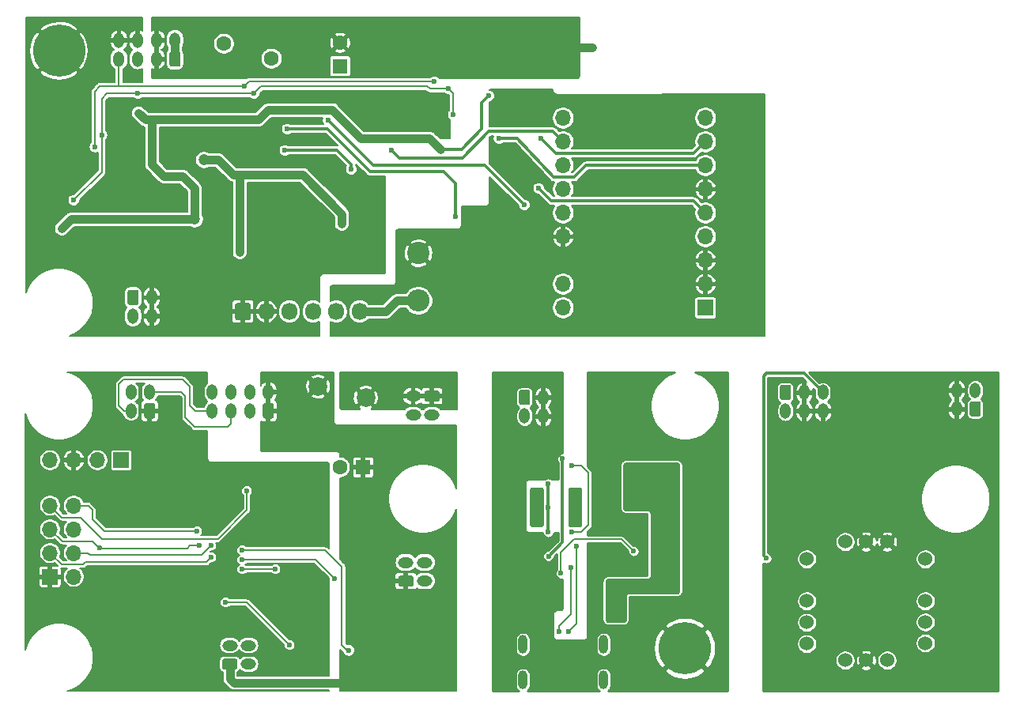
<source format=gbl>
G04 #@! TF.GenerationSoftware,KiCad,Pcbnew,(5.1.10-1-10_14)*
G04 #@! TF.CreationDate,2022-05-12T09:45:16+09:00*
G04 #@! TF.ProjectId,EH-900,45482d39-3030-42e6-9b69-6361645f7063,rev?*
G04 #@! TF.SameCoordinates,PX5f5e100PY510ff40*
G04 #@! TF.FileFunction,Copper,L2,Bot*
G04 #@! TF.FilePolarity,Positive*
%FSLAX46Y46*%
G04 Gerber Fmt 4.6, Leading zero omitted, Abs format (unit mm)*
G04 Created by KiCad (PCBNEW (5.1.10-1-10_14)) date 2022-05-12 09:45:16*
%MOMM*%
%LPD*%
G01*
G04 APERTURE LIST*
G04 #@! TA.AperFunction,ComponentPad*
%ADD10O,1.000000X2.000000*%
G04 #@! TD*
G04 #@! TA.AperFunction,ComponentPad*
%ADD11C,1.524000*%
G04 #@! TD*
G04 #@! TA.AperFunction,ComponentPad*
%ADD12O,1.200000X1.650000*%
G04 #@! TD*
G04 #@! TA.AperFunction,ComponentPad*
%ADD13O,1.700000X1.700000*%
G04 #@! TD*
G04 #@! TA.AperFunction,ComponentPad*
%ADD14R,1.700000X1.700000*%
G04 #@! TD*
G04 #@! TA.AperFunction,ComponentPad*
%ADD15C,1.600000*%
G04 #@! TD*
G04 #@! TA.AperFunction,ComponentPad*
%ADD16R,1.600000X1.600000*%
G04 #@! TD*
G04 #@! TA.AperFunction,ComponentPad*
%ADD17C,4.000000*%
G04 #@! TD*
G04 #@! TA.AperFunction,ConnectorPad*
%ADD18C,5.600000*%
G04 #@! TD*
G04 #@! TA.AperFunction,ComponentPad*
%ADD19C,3.600000*%
G04 #@! TD*
G04 #@! TA.AperFunction,ComponentPad*
%ADD20C,2.010000*%
G04 #@! TD*
G04 #@! TA.AperFunction,ComponentPad*
%ADD21O,1.650000X1.200000*%
G04 #@! TD*
G04 #@! TA.AperFunction,ComponentPad*
%ADD22O,1.700000X1.850000*%
G04 #@! TD*
G04 #@! TA.AperFunction,ComponentPad*
%ADD23O,2.400000X2.400000*%
G04 #@! TD*
G04 #@! TA.AperFunction,ComponentPad*
%ADD24C,2.400000*%
G04 #@! TD*
G04 #@! TA.AperFunction,ViaPad*
%ADD25C,1.200000*%
G04 #@! TD*
G04 #@! TA.AperFunction,ViaPad*
%ADD26C,0.600000*%
G04 #@! TD*
G04 #@! TA.AperFunction,ViaPad*
%ADD27C,0.800000*%
G04 #@! TD*
G04 #@! TA.AperFunction,Conductor*
%ADD28C,0.200000*%
G04 #@! TD*
G04 #@! TA.AperFunction,Conductor*
%ADD29C,0.900000*%
G04 #@! TD*
G04 #@! TA.AperFunction,Conductor*
%ADD30C,0.300000*%
G04 #@! TD*
G04 #@! TA.AperFunction,Conductor*
%ADD31C,0.100000*%
G04 #@! TD*
G04 #@! TA.AperFunction,Conductor*
%ADD32C,0.254000*%
G04 #@! TD*
G04 APERTURE END LIST*
D10*
G04 #@! TO.P,J301,S1*
G04 #@! TO.N,Net-(J301-PadS1)*
X53680000Y5400000D03*
G04 #@! TO.P,J301,S2*
X62320000Y5400000D03*
G04 #@! TO.P,J301,S3*
X53680000Y1600000D03*
G04 #@! TO.P,J301,S4*
X62320000Y1600000D03*
G04 #@! TD*
D11*
G04 #@! TO.P,U302,2*
G04 #@! TO.N,Net-(C308-Pad1)*
X84074000Y14560000D03*
G04 #@! TO.P,U302,4*
G04 #@! TO.N,Net-(C312-Pad1)*
X96774000Y14560000D03*
G04 #@! TO.P,U302,2*
G04 #@! TO.N,Net-(C308-Pad1)*
X88174000Y16410000D03*
G04 #@! TO.P,U302,3*
G04 #@! TO.N,GNDD*
X92674000Y16410000D03*
G04 #@! TO.P,U302,1*
G04 #@! TO.N,Net-(C311-Pad2)*
X84074000Y10060000D03*
G04 #@! TO.P,U302,10*
G04 #@! TO.N,Net-(U302-Pad10)*
X84074000Y7770000D03*
G04 #@! TO.P,U302,9*
G04 #@! TO.N,Net-(U302-Pad9)*
X84074000Y5480000D03*
G04 #@! TO.P,U302,5*
G04 #@! TO.N,Net-(C312-Pad1)*
X96774000Y10060000D03*
G04 #@! TO.P,U302,11*
G04 #@! TO.N,Net-(U302-Pad11)*
X96774000Y7810000D03*
G04 #@! TO.P,U302,6*
G04 #@! TO.N,Net-(R319-Pad1)*
X96774000Y5560000D03*
G04 #@! TO.P,U302,8*
G04 #@! TO.N,Net-(U302-Pad8)*
X88174000Y3710000D03*
G04 #@! TO.P,U302,7*
G04 #@! TO.N,GNDD*
X90424000Y3710000D03*
G04 #@! TO.P,U302,12*
G04 #@! TO.N,Net-(U302-Pad12)*
X92674000Y3710000D03*
G04 #@! TO.P,U302,3*
G04 #@! TO.N,GNDD*
X90424000Y16410000D03*
G04 #@! TD*
G04 #@! TO.P,CN301,1*
G04 #@! TO.N,Net-(C307-Pad1)*
G04 #@! TA.AperFunction,ComponentPad*
G36*
G01*
X53248000Y31296999D02*
X53248000Y32447001D01*
G75*
G02*
X53497999Y32697000I249999J0D01*
G01*
X54198001Y32697000D01*
G75*
G02*
X54448000Y32447001I0J-249999D01*
G01*
X54448000Y31296999D01*
G75*
G02*
X54198001Y31047000I-249999J0D01*
G01*
X53497999Y31047000D01*
G75*
G02*
X53248000Y31296999I0J249999D01*
G01*
G37*
G04 #@! TD.AperFunction*
D12*
G04 #@! TO.P,CN301,3*
G04 #@! TO.N,GNDD*
X55848000Y31872000D03*
G04 #@! TO.P,CN301,2*
G04 #@! TO.N,Net-(C307-Pad1)*
X53848000Y29872000D03*
G04 #@! TO.P,CN301,4*
G04 #@! TO.N,GNDD*
X55848000Y29872000D03*
G04 #@! TD*
G04 #@! TO.P,CN304,4*
G04 #@! TO.N,GNDD*
X100108000Y32634000D03*
G04 #@! TO.P,CN304,2*
G04 #@! TO.N,Net-(C312-Pad1)*
X102108000Y32634000D03*
G04 #@! TO.P,CN304,3*
G04 #@! TO.N,GNDD*
X100108000Y30634000D03*
G04 #@! TO.P,CN304,1*
G04 #@! TO.N,Net-(C312-Pad1)*
G04 #@! TA.AperFunction,ComponentPad*
G36*
G01*
X102708000Y31209001D02*
X102708000Y30058999D01*
G75*
G02*
X102458001Y29809000I-249999J0D01*
G01*
X101757999Y29809000D01*
G75*
G02*
X101508000Y30058999I0J249999D01*
G01*
X101508000Y31209001D01*
G75*
G02*
X101757999Y31459000I249999J0D01*
G01*
X102458001Y31459000D01*
G75*
G02*
X102708000Y31209001I0J-249999D01*
G01*
G37*
G04 #@! TD.AperFunction*
G04 #@! TD*
G04 #@! TO.P,CN302,6*
G04 #@! TO.N,GNDD*
X85788000Y30412000D03*
G04 #@! TO.P,CN302,4*
X83788000Y30412000D03*
G04 #@! TO.P,CN302,2*
G04 #@! TO.N,Net-(C308-Pad1)*
X81788000Y30412000D03*
G04 #@! TO.P,CN302,5*
G04 #@! TO.N,Net-(CN302-Pad5)*
X85788000Y32412000D03*
G04 #@! TO.P,CN302,3*
G04 #@! TO.N,GNDD*
X83788000Y32412000D03*
G04 #@! TO.P,CN302,1*
G04 #@! TO.N,Net-(C308-Pad1)*
G04 #@! TA.AperFunction,ComponentPad*
G36*
G01*
X81188000Y31836999D02*
X81188000Y32987001D01*
G75*
G02*
X81437999Y33237000I249999J0D01*
G01*
X82138001Y33237000D01*
G75*
G02*
X82388000Y32987001I0J-249999D01*
G01*
X82388000Y31836999D01*
G75*
G02*
X82138001Y31587000I-249999J0D01*
G01*
X81437999Y31587000D01*
G75*
G02*
X81188000Y31836999I0J249999D01*
G01*
G37*
G04 #@! TD.AperFunction*
G04 #@! TD*
D13*
G04 #@! TO.P,CN204,4*
G04 #@! TO.N,GNDD*
X3048000Y25146000D03*
G04 #@! TO.P,CN204,3*
G04 #@! TO.N,+3V3D*
X5588000Y25146000D03*
G04 #@! TO.P,CN204,2*
G04 #@! TO.N,/CPU/I2C1_SCL*
X8128000Y25146000D03*
D14*
G04 #@! TO.P,CN204,1*
G04 #@! TO.N,/CPU/I2C1_SDA*
X10668000Y25146000D03*
G04 #@! TD*
D13*
G04 #@! TO.P,CN201,8*
G04 #@! TO.N,/CPU/VCP_TX*
X5588000Y20268000D03*
G04 #@! TO.P,CN201,7*
G04 #@! TO.N,/CPU/VCP_RX*
X3048000Y20268000D03*
G04 #@! TO.P,CN201,6*
G04 #@! TO.N,GNDD*
X5588000Y17728000D03*
G04 #@! TO.P,CN201,5*
G04 #@! TO.N,/CPU/NRST*
X3048000Y17728000D03*
G04 #@! TO.P,CN201,4*
G04 #@! TO.N,/CPU/SWCLK*
X5588000Y15188000D03*
G04 #@! TO.P,CN201,3*
G04 #@! TO.N,/CPU/SWDIO*
X3048000Y15188000D03*
G04 #@! TO.P,CN201,2*
G04 #@! TO.N,GNDD*
X5588000Y12648000D03*
D14*
G04 #@! TO.P,CN201,1*
G04 #@! TO.N,+3V3D*
X3048000Y12648000D03*
G04 #@! TD*
D15*
G04 #@! TO.P,C210,2*
G04 #@! TO.N,GNDD*
X34076000Y24384000D03*
D16*
G04 #@! TO.P,C210,1*
G04 #@! TO.N,+5VD*
X36576000Y24384000D03*
G04 #@! TD*
D17*
G04 #@! TO.P,REF\u002A\u002A,1*
G04 #@! TO.N,GNDD*
X71000000Y5000000D03*
D18*
X71000000Y5000000D03*
G04 #@! TD*
D19*
G04 #@! TO.P,REF\u002A\u002A,1*
G04 #@! TO.N,GNDA*
X4000000Y69000000D03*
D18*
X4000000Y69000000D03*
G04 #@! TD*
D15*
G04 #@! TO.P,F401,2*
G04 #@! TO.N,/Measurement Unit/+VCC*
X26766000Y68160000D03*
G04 #@! TO.P,F401,1*
G04 #@! TO.N,Net-(CN402-Pad1)*
X21666000Y69760000D03*
G04 #@! TD*
D20*
G04 #@! TO.P,F201,2*
G04 #@! TO.N,Net-(CN206-Pad1)*
X36850000Y31820000D03*
G04 #@! TO.P,F201,1*
G04 #@! TO.N,+5VD*
X31750000Y33020000D03*
G04 #@! TD*
D12*
G04 #@! TO.P,CN401,4*
G04 #@! TO.N,GNDA*
X13938000Y40572000D03*
G04 #@! TO.P,CN401,2*
G04 #@! TO.N,Net-(CN401-Pad1)*
X11938000Y40572000D03*
G04 #@! TO.P,CN401,3*
G04 #@! TO.N,GNDA*
X13938000Y42572000D03*
G04 #@! TO.P,CN401,1*
G04 #@! TO.N,Net-(CN401-Pad1)*
G04 #@! TA.AperFunction,ComponentPad*
G36*
G01*
X11338000Y41996999D02*
X11338000Y43147001D01*
G75*
G02*
X11587999Y43397000I249999J0D01*
G01*
X12288001Y43397000D01*
G75*
G02*
X12538000Y43147001I0J-249999D01*
G01*
X12538000Y41996999D01*
G75*
G02*
X12288001Y41747000I-249999J0D01*
G01*
X11587999Y41747000D01*
G75*
G02*
X11338000Y41996999I0J249999D01*
G01*
G37*
G04 #@! TD.AperFunction*
G04 #@! TD*
D21*
G04 #@! TO.P,CN207,4*
G04 #@! TO.N,GNDD*
X43148000Y14192000D03*
G04 #@! TO.P,CN207,2*
G04 #@! TO.N,Net-(CN207-Pad2)*
X43148000Y12192000D03*
G04 #@! TO.P,CN207,3*
G04 #@! TO.N,Net-(CN207-Pad3)*
X41148000Y14192000D03*
G04 #@! TO.P,CN207,1*
G04 #@! TO.N,+5VD*
G04 #@! TA.AperFunction,ComponentPad*
G36*
G01*
X41723001Y11592000D02*
X40572999Y11592000D01*
G75*
G02*
X40323000Y11841999I0J249999D01*
G01*
X40323000Y12542001D01*
G75*
G02*
X40572999Y12792000I249999J0D01*
G01*
X41723001Y12792000D01*
G75*
G02*
X41973000Y12542001I0J-249999D01*
G01*
X41973000Y11841999D01*
G75*
G02*
X41723001Y11592000I-249999J0D01*
G01*
G37*
G04 #@! TD.AperFunction*
G04 #@! TD*
G04 #@! TO.P,CN206,4*
G04 #@! TO.N,GNDD*
X41942000Y30004000D03*
G04 #@! TO.P,CN206,2*
G04 #@! TO.N,Net-(CN206-Pad1)*
X41942000Y32004000D03*
G04 #@! TO.P,CN206,3*
G04 #@! TO.N,GNDD*
X43942000Y30004000D03*
G04 #@! TO.P,CN206,1*
G04 #@! TO.N,Net-(CN206-Pad1)*
G04 #@! TA.AperFunction,ComponentPad*
G36*
G01*
X43366999Y32604000D02*
X44517001Y32604000D01*
G75*
G02*
X44767000Y32354001I0J-249999D01*
G01*
X44767000Y31653999D01*
G75*
G02*
X44517001Y31404000I-249999J0D01*
G01*
X43366999Y31404000D01*
G75*
G02*
X43117000Y31653999I0J249999D01*
G01*
X43117000Y32354001D01*
G75*
G02*
X43366999Y32604000I249999J0D01*
G01*
G37*
G04 #@! TD.AperFunction*
G04 #@! TD*
G04 #@! TO.P,CN203,4*
G04 #@! TO.N,GNDD*
X24300000Y5302000D03*
G04 #@! TO.P,CN203,2*
G04 #@! TO.N,/CPU/LED_DRIVE*
X24300000Y3302000D03*
G04 #@! TO.P,CN203,3*
G04 #@! TO.N,/CPU/SW_IN*
X22300000Y5302000D03*
G04 #@! TO.P,CN203,1*
G04 #@! TO.N,+5VD*
G04 #@! TA.AperFunction,ComponentPad*
G36*
G01*
X22875001Y2702000D02*
X21724999Y2702000D01*
G75*
G02*
X21475000Y2951999I0J249999D01*
G01*
X21475000Y3652001D01*
G75*
G02*
X21724999Y3902000I249999J0D01*
G01*
X22875001Y3902000D01*
G75*
G02*
X23125000Y3652001I0J-249999D01*
G01*
X23125000Y2951999D01*
G75*
G02*
X22875001Y2702000I-249999J0D01*
G01*
G37*
G04 #@! TD.AperFunction*
G04 #@! TD*
D12*
G04 #@! TO.P,CN202,4*
G04 #@! TO.N,GNDD*
X11716000Y32428000D03*
G04 #@! TO.P,CN202,2*
G04 #@! TO.N,/CPU/I2C1_SCL*
X13716000Y32428000D03*
G04 #@! TO.P,CN202,3*
G04 #@! TO.N,/CPU/I2C1_SDA*
X11716000Y30428000D03*
G04 #@! TO.P,CN202,1*
G04 #@! TO.N,+3V3D*
G04 #@! TA.AperFunction,ComponentPad*
G36*
G01*
X14316000Y31003001D02*
X14316000Y29852999D01*
G75*
G02*
X14066001Y29603000I-249999J0D01*
G01*
X13365999Y29603000D01*
G75*
G02*
X13116000Y29852999I0J249999D01*
G01*
X13116000Y31003001D01*
G75*
G02*
X13365999Y31253000I249999J0D01*
G01*
X14066001Y31253000D01*
G75*
G02*
X14316000Y31003001I0J-249999D01*
G01*
G37*
G04 #@! TD.AperFunction*
G04 #@! TD*
D22*
G04 #@! TO.P,CN403,6*
G04 #@! TO.N,Net-(CN403-Pad6)*
X36198000Y41058000D03*
G04 #@! TO.P,CN403,5*
G04 #@! TO.N,Net-(CN403-Pad5)*
X33698000Y41058000D03*
G04 #@! TO.P,CN403,4*
G04 #@! TO.N,Net-(CN403-Pad4)*
X31198000Y41058000D03*
G04 #@! TO.P,CN403,3*
G04 #@! TO.N,Net-(CN403-Pad3)*
X28698000Y41058000D03*
G04 #@! TO.P,CN403,2*
G04 #@! TO.N,GNDA*
X26198000Y41058000D03*
G04 #@! TO.P,CN403,1*
G04 #@! TA.AperFunction,ComponentPad*
G36*
G01*
X22848000Y40383000D02*
X22848000Y41733000D01*
G75*
G02*
X23098000Y41983000I250000J0D01*
G01*
X24298000Y41983000D01*
G75*
G02*
X24548000Y41733000I0J-250000D01*
G01*
X24548000Y40383000D01*
G75*
G02*
X24298000Y40133000I-250000J0D01*
G01*
X23098000Y40133000D01*
G75*
G02*
X22848000Y40383000I0J250000D01*
G01*
G37*
G04 #@! TD.AperFunction*
G04 #@! TD*
D23*
G04 #@! TO.P,R419,2*
G04 #@! TO.N,Net-(CN403-Pad6)*
X42494000Y42226000D03*
D24*
G04 #@! TO.P,R419,1*
G04 #@! TO.N,GNDHV*
X42494000Y47306000D03*
G04 #@! TD*
D13*
G04 #@! TO.P,U409,18*
G04 #@! TO.N,Net-(C413-Pad1)*
X57988000Y41464000D03*
G04 #@! TO.P,U409,17*
X57988000Y44004000D03*
G04 #@! TO.P,U409,15*
G04 #@! TO.N,GNDHV*
X57988000Y49084000D03*
G04 #@! TO.P,U409,14*
G04 #@! TO.N,Net-(R420-Pad1)*
X57988000Y51624000D03*
G04 #@! TO.P,U409,13*
G04 #@! TO.N,Net-(U409-Pad13)*
X57988000Y54164000D03*
G04 #@! TO.P,U409,12*
G04 #@! TO.N,Net-(U409-Pad12)*
X57988000Y56704000D03*
G04 #@! TO.P,U409,11*
G04 #@! TO.N,/Measurement Unit/N_FAULT*
X57988000Y59244000D03*
G04 #@! TO.P,U409,10*
G04 #@! TO.N,Net-(U409-Pad10)*
X57988000Y61784000D03*
G04 #@! TO.P,U409,6*
G04 #@! TO.N,GNDHV*
X73228000Y54164000D03*
G04 #@! TO.P,U409,7*
G04 #@! TO.N,/Measurement Unit/Vset*
X73228000Y56704000D03*
G04 #@! TO.P,U409,9*
G04 #@! TO.N,Net-(U409-Pad9)*
X73228000Y61784000D03*
G04 #@! TO.P,U409,4*
G04 #@! TO.N,Net-(U409-Pad4)*
X73228000Y49084000D03*
G04 #@! TO.P,U409,3*
G04 #@! TO.N,GNDHV*
X73228000Y46544000D03*
G04 #@! TO.P,U409,8*
G04 #@! TO.N,/Measurement Unit/Vrefout*
X73228000Y59244000D03*
G04 #@! TO.P,U409,5*
G04 #@! TO.N,/Measurement Unit/EN*
X73228000Y51624000D03*
G04 #@! TO.P,U409,2*
G04 #@! TO.N,GNDHV*
X73228000Y44004000D03*
D14*
G04 #@! TO.P,U409,1*
G04 #@! TO.N,Net-(C411-Pad1)*
X73228000Y41464000D03*
G04 #@! TD*
D12*
G04 #@! TO.P,CN402,8*
G04 #@! TO.N,GNDA*
X10427000Y70109000D03*
G04 #@! TO.P,CN402,6*
X12427000Y70109000D03*
G04 #@! TO.P,CN402,4*
G04 #@! TO.N,/Measurement Unit/-VCC*
X14427000Y70109000D03*
G04 #@! TO.P,CN402,2*
G04 #@! TO.N,Net-(CN402-Pad1)*
X16427000Y70109000D03*
G04 #@! TO.P,CN402,7*
G04 #@! TO.N,/Measurement Unit/SDA_MU*
X10427000Y68109000D03*
G04 #@! TO.P,CN402,5*
G04 #@! TO.N,/Measurement Unit/SCL_MU*
X12427000Y68109000D03*
G04 #@! TO.P,CN402,3*
G04 #@! TO.N,/Measurement Unit/-VCC*
X14427000Y68109000D03*
G04 #@! TO.P,CN402,1*
G04 #@! TO.N,Net-(CN402-Pad1)*
G04 #@! TA.AperFunction,ComponentPad*
G36*
G01*
X17027000Y68684001D02*
X17027000Y67533999D01*
G75*
G02*
X16777001Y67284000I-249999J0D01*
G01*
X16076999Y67284000D01*
G75*
G02*
X15827000Y67533999I0J249999D01*
G01*
X15827000Y68684001D01*
G75*
G02*
X16076999Y68934000I249999J0D01*
G01*
X16777001Y68934000D01*
G75*
G02*
X17027000Y68684001I0J-249999D01*
G01*
G37*
G04 #@! TD.AperFunction*
G04 #@! TD*
D15*
G04 #@! TO.P,C410,2*
G04 #@! TO.N,/Measurement Unit/-VCC*
X34112000Y69847000D03*
D16*
G04 #@! TO.P,C410,1*
G04 #@! TO.N,/Measurement Unit/+VCC*
X34112000Y67347000D03*
G04 #@! TD*
D12*
G04 #@! TO.P,CN205,8*
G04 #@! TO.N,GNDD*
X20416000Y32428000D03*
G04 #@! TO.P,CN205,6*
X22416000Y32428000D03*
G04 #@! TO.P,CN205,4*
X24416000Y32428000D03*
G04 #@! TO.P,CN205,2*
G04 #@! TO.N,+5VD*
X26416000Y32428000D03*
G04 #@! TO.P,CN205,7*
G04 #@! TO.N,/CPU/I2C1_SDA*
X20416000Y30428000D03*
G04 #@! TO.P,CN205,5*
G04 #@! TO.N,/CPU/I2C1_SCL*
X22416000Y30428000D03*
G04 #@! TO.P,CN205,3*
G04 #@! TO.N,GNDD*
X24416000Y30428000D03*
G04 #@! TO.P,CN205,1*
G04 #@! TO.N,+5VD*
G04 #@! TA.AperFunction,ComponentPad*
G36*
G01*
X27016000Y31003001D02*
X27016000Y29852999D01*
G75*
G02*
X26766001Y29603000I-249999J0D01*
G01*
X26065999Y29603000D01*
G75*
G02*
X25816000Y29852999I0J249999D01*
G01*
X25816000Y31003001D01*
G75*
G02*
X26065999Y31253000I249999J0D01*
G01*
X26766001Y31253000D01*
G75*
G02*
X27016000Y31003001I0J-249999D01*
G01*
G37*
G04 #@! TD.AperFunction*
G04 #@! TD*
D25*
G04 #@! TO.N,GNDD*
X64516000Y3456000D03*
X51816000Y3456000D03*
X51816000Y4853000D03*
X51816000Y2059000D03*
X64516000Y2059000D03*
X61595000Y7266000D03*
D26*
X56134000Y11330000D03*
X56134000Y9806000D03*
D27*
X80772000Y24792000D03*
X80772000Y21744000D03*
X80772000Y18696000D03*
D26*
X80772000Y1424000D03*
X81788000Y1424000D03*
X82804000Y1424000D03*
X83820000Y1424000D03*
X84836000Y1424000D03*
X98044000Y1424000D03*
X99060000Y1424000D03*
X100076000Y1424000D03*
X101092000Y1424000D03*
X102108000Y1424000D03*
X103124000Y1424000D03*
X85852000Y1424000D03*
X86868000Y1424000D03*
X87884000Y1424000D03*
X88900000Y1424000D03*
G04 #@! TO.N,/CPU/NRST*
X19050000Y16002000D03*
X8382000Y15748000D03*
D27*
G04 #@! TO.N,+3V3D*
X16256000Y20320000D03*
X26162000Y10922000D03*
X18034000Y24638000D03*
X24384000Y23622000D03*
X9906000Y12192000D03*
X31496000Y20066000D03*
X30838627Y12498627D03*
X29210000Y16510000D03*
D26*
G04 #@! TO.N,/CPU/VCP_TX*
X18796000Y17526000D03*
G04 #@! TO.N,/CPU/SWDIO*
X20320000Y14732000D03*
G04 #@! TO.N,/CPU/SWCLK*
X20320000Y16002000D03*
D27*
G04 #@! TO.N,+5VD*
X29972000Y27432000D03*
X43180000Y4572000D03*
X35814000Y14313500D03*
D26*
G04 #@! TO.N,/CPU/SWITCH*
X27178000Y13462000D03*
X23622000Y13462000D03*
G04 #@! TO.N,/CPU/LED*
X21844000Y9906000D03*
X28702000Y5334000D03*
G04 #@! TO.N,/CPU/USART1_RX*
X23622000Y15494000D03*
X35052000Y4774000D03*
G04 #@! TO.N,/CPU/USART1_TX*
X23622000Y14478000D03*
X33528000Y12446000D03*
G04 #@! TO.N,/CPU/VCP_RX*
X24130000Y21844000D03*
G04 #@! TO.N,GNDA*
X21590000Y59844000D03*
X28778000Y56958000D03*
X33096000Y56450000D03*
X34366000Y63816000D03*
X15494000Y59844000D03*
X15494000Y58828000D03*
X15494000Y57812000D03*
X16510000Y57812000D03*
X39624000Y60860000D03*
X40894000Y60860000D03*
X42164000Y60860000D03*
X43434000Y60860000D03*
X21590000Y58828000D03*
X20066000Y55018000D03*
X20066000Y54002000D03*
X20066000Y52986000D03*
X33020000Y59082000D03*
X29718000Y50700000D03*
X37592000Y54256000D03*
X37592000Y53240000D03*
X36322000Y45366000D03*
X37338000Y45366000D03*
X35560000Y63816000D03*
X36830000Y63816000D03*
X16510000Y45620000D03*
X17780000Y45620000D03*
X19050000Y45620000D03*
X29718000Y49430000D03*
X29718000Y48160000D03*
X26416000Y52986000D03*
X25146000Y52478000D03*
G04 #@! TO.N,+5VA*
X30104798Y55717112D03*
X23367988Y47473974D03*
D25*
X19558000Y57304000D03*
D26*
X34290000Y50446000D03*
G04 #@! TO.N,/Measurement Unit/-VCC*
X61092012Y69347988D03*
G04 #@! TO.N,/Measurement Unit/SDA_MU*
X44196000Y65686000D03*
X23876000Y65178000D03*
X7861567Y58696658D03*
G04 #@! TO.N,/Measurement Unit/SCL_MU*
X24892000Y64416000D03*
X45720000Y64924000D03*
X12436000Y64416000D03*
X5588000Y52986000D03*
X8609951Y59969421D03*
X46228000Y62130000D03*
G04 #@! TO.N,Net-(R408-Pad1)*
X28194000Y58320000D03*
X35306000Y56288000D03*
G04 #@! TO.N,Net-(R411-Pad1)*
X53848000Y52478000D03*
X32842000Y61530000D03*
G04 #@! TO.N,Net-(R413-Pad2)*
X28448000Y60606000D03*
X46482000Y51208000D03*
G04 #@! TO.N,/Measurement Unit/N_FAULT*
X39624000Y58320000D03*
D25*
G04 #@! TO.N,GNDHV*
X65862000Y62546000D03*
D26*
X51000000Y49000000D03*
X51000000Y50000000D03*
X45000000Y46000000D03*
X45000000Y47000000D03*
X45000000Y48000000D03*
X45000000Y49000000D03*
X53340000Y56288000D03*
X55372000Y63146000D03*
X51054000Y64416000D03*
G04 #@! TO.N,/Measurement Unit/Vset*
X51130000Y59590000D03*
G04 #@! TO.N,/Measurement Unit/Vrefout*
X55626000Y59590000D03*
G04 #@! TO.N,/Measurement Unit/EN*
X55372000Y54256000D03*
G04 #@! TO.N,+3V3A*
X12522000Y62292000D03*
X25400000Y61622000D03*
X50038000Y64162000D03*
X12700000Y50954000D03*
D25*
X18542000Y50954000D03*
D26*
X4317988Y49938000D03*
X44835000Y58443000D03*
X33782000Y62130000D03*
G04 #@! TO.N,/USB PD Power Supply/PD_3V3*
X63119000Y11584000D03*
X63119000Y10060000D03*
X69596000Y13870000D03*
X69596000Y18442000D03*
X64770000Y24538000D03*
X64008000Y8282000D03*
X65532000Y20474000D03*
G04 #@! TO.N,Net-(C305-Pad2)*
X56409498Y14864502D03*
X57912000Y25300000D03*
G04 #@! TO.N,Net-(C307-Pad1)*
X58928000Y24538000D03*
X58927984Y17426000D03*
G04 #@! TO.N,Net-(D301-Pad1)*
X59436000Y21744000D03*
X59436000Y18696000D03*
X59436000Y20728000D03*
X59436000Y19712000D03*
X55372000Y21236000D03*
X55372000Y20220000D03*
X55372000Y19204000D03*
G04 #@! TO.N,Net-(D301-Pad2)*
X56387962Y22633013D03*
X56388000Y20093000D03*
X56388000Y17426000D03*
G04 #@! TO.N,Net-(R310-Pad2)*
X65532000Y15394000D03*
X57747500Y13018500D03*
G04 #@! TO.N,Net-(CN302-Pad5)*
X79756000Y14632024D03*
G04 #@! TO.N,/USB PD Power Supply/CC2*
X58550001Y6754999D03*
X59436000Y15940010D03*
G04 #@! TO.N,/USB PD Power Supply/CC1*
X57531000Y6758000D03*
X58801000Y13616000D03*
G04 #@! TD*
D28*
G04 #@! TO.N,/CPU/NRST*
X4356000Y16458000D02*
X3048000Y17728000D01*
X8382000Y15696000D02*
X7620000Y16458000D01*
X7620000Y16458000D02*
X4356000Y16458000D01*
X19050000Y16002000D02*
X18034000Y16002000D01*
X17728000Y15696000D02*
X8382000Y15696000D01*
X18034000Y16002000D02*
X17728000Y15696000D01*
G04 #@! TO.N,/CPU/VCP_TX*
X7620000Y18796000D02*
X8890000Y17526000D01*
X7620000Y19812000D02*
X7620000Y18796000D01*
X8890000Y17526000D02*
X18796000Y17526000D01*
X7164000Y20268000D02*
X7620000Y19812000D01*
X5588000Y20268000D02*
X7164000Y20268000D01*
G04 #@! TO.N,/CPU/SWDIO*
X4318000Y13970000D02*
X3048000Y15188000D01*
X6604000Y13970000D02*
X4318000Y13970000D01*
X6858000Y14224000D02*
X6604000Y13970000D01*
X19812000Y14224000D02*
X6858000Y14224000D01*
X20320000Y14732000D02*
X19812000Y14224000D01*
G04 #@! TO.N,/CPU/SWCLK*
X7112000Y15188000D02*
X5588000Y15188000D01*
X7314000Y14986000D02*
X7112000Y15188000D01*
X19304000Y14986000D02*
X7314000Y14986000D01*
X20320000Y16002000D02*
X19304000Y14986000D01*
G04 #@! TO.N,/CPU/I2C1_SCL*
X17526000Y32004000D02*
X17102000Y32428000D01*
X17526000Y29718000D02*
X17526000Y32004000D01*
X22098000Y28702000D02*
X18542000Y28702000D01*
X17102000Y32428000D02*
X13716000Y32428000D01*
X18542000Y28702000D02*
X17526000Y29718000D01*
X22416000Y29020000D02*
X22098000Y28702000D01*
X22416000Y30428000D02*
X22416000Y29020000D01*
G04 #@! TO.N,/CPU/I2C1_SDA*
X11716000Y30428000D02*
X10974000Y30428000D01*
X10974000Y30428000D02*
X10414000Y30988000D01*
X10414000Y30988000D02*
X10414000Y33274000D01*
X10414000Y33274000D02*
X10922000Y33782000D01*
X10922000Y33782000D02*
X17272000Y33782000D01*
X17272000Y33782000D02*
X18034000Y33020000D01*
X18034000Y33020000D02*
X18034000Y30988000D01*
X18594000Y30428000D02*
X20416000Y30428000D01*
X18034000Y30988000D02*
X18594000Y30428000D01*
D29*
G04 #@! TO.N,+5VD*
X22300000Y1703000D02*
X22300000Y3302000D01*
X22733000Y1270000D02*
X22300000Y1703000D01*
X43180000Y1270000D02*
X22733000Y1270000D01*
D28*
G04 #@! TO.N,/CPU/SWITCH*
X27178000Y13462000D02*
X23622000Y13462000D01*
G04 #@! TO.N,/CPU/LED*
X24130000Y9906000D02*
X28702000Y5334000D01*
X23876000Y9906000D02*
X24130000Y9906000D01*
X21844000Y9906000D02*
X23876000Y9906000D01*
G04 #@! TO.N,/CPU/USART1_RX*
X34850000Y4774000D02*
X35052000Y4774000D01*
X34290000Y13710000D02*
X34290000Y5334000D01*
X32506000Y15494000D02*
X34290000Y13710000D01*
X23674000Y15494000D02*
X32506000Y15494000D01*
X34290000Y5334000D02*
X34850000Y4774000D01*
X23622000Y15442000D02*
X23674000Y15494000D01*
G04 #@! TO.N,/CPU/USART1_TX*
X31496000Y14478000D02*
X33528000Y12446000D01*
X23622000Y14478000D02*
X31496000Y14478000D01*
G04 #@! TO.N,/CPU/VCP_RX*
X4318000Y18998000D02*
X3048000Y20268000D01*
X24130000Y21844000D02*
X24130000Y19812000D01*
X6350000Y18998000D02*
X4318000Y18998000D01*
X8636000Y16712000D02*
X6350000Y18998000D01*
X21030000Y16712000D02*
X8636000Y16712000D01*
X24130000Y19812000D02*
X21030000Y16712000D01*
D30*
G04 #@! TO.N,+5VA*
X29804799Y55417113D02*
X30104798Y55717112D01*
D29*
X22677761Y55717112D02*
X30104798Y55717112D01*
X23368000Y55510000D02*
X23368000Y47473986D01*
X23368000Y47473986D02*
X23367988Y47473974D01*
X23190000Y55688000D02*
X23368000Y55510000D01*
X21082000Y57304000D02*
X22677761Y55717112D01*
X19558000Y57304000D02*
X21082000Y57304000D01*
X23367988Y47398012D02*
X23367988Y47473974D01*
X30104798Y55717112D02*
X34290000Y51531910D01*
X34290000Y51531910D02*
X34290000Y50446000D01*
G04 #@! TO.N,/Measurement Unit/-VCC*
X61092012Y69347988D02*
X58838000Y69354000D01*
G04 #@! TO.N,Net-(CN402-Pad1)*
X16427000Y68109000D02*
X16427000Y70109000D01*
D28*
G04 #@! TO.N,/Measurement Unit/SDA_MU*
X10161000Y68109000D02*
X10427000Y68109000D01*
X10427000Y65197000D02*
X10436000Y65188000D01*
X10427000Y68109000D02*
X10427000Y65197000D01*
X24384000Y65686000D02*
X44196000Y65686000D01*
X23876000Y65178000D02*
X24384000Y65686000D01*
X10414000Y65178000D02*
X10436000Y65188000D01*
X23876000Y65178000D02*
X10414000Y65178000D01*
X10436000Y65178000D02*
X8392000Y65178000D01*
X7861567Y64647567D02*
X7861567Y58696658D01*
X8392000Y65178000D02*
X7861567Y64647567D01*
G04 #@! TO.N,/Measurement Unit/SCL_MU*
X24892000Y64416000D02*
X23368000Y64416000D01*
X25654000Y65178000D02*
X24892000Y64416000D01*
X43434000Y65178000D02*
X25654000Y65178000D01*
X43764000Y64924000D02*
X43434000Y65178000D01*
X45720000Y64924000D02*
X43764000Y64924000D01*
X23114000Y64416000D02*
X12360000Y64416000D01*
X23368000Y64416000D02*
X23114000Y64416000D01*
X8609951Y56007951D02*
X8609951Y59969421D01*
X5588000Y52986000D02*
X8609951Y56007951D01*
X9144000Y64416000D02*
X8609951Y63881951D01*
X8609951Y63881951D02*
X8609951Y59969421D01*
X12436000Y64416000D02*
X9144000Y64416000D01*
X45720000Y64924000D02*
X46228000Y64416000D01*
X46228000Y64416000D02*
X46228000Y62130000D01*
D30*
G04 #@! TO.N,Net-(R408-Pad1)*
X35306000Y56796000D02*
X35306000Y56288000D01*
X33782000Y58320000D02*
X35306000Y56796000D01*
X28194000Y58320000D02*
X33782000Y58320000D01*
G04 #@! TO.N,Net-(R411-Pad1)*
X53848000Y52478000D02*
X53624001Y52685999D01*
X37610011Y56761989D02*
X32842000Y61530000D01*
X53624001Y52685999D02*
X49548011Y56761989D01*
X49548011Y56761989D02*
X37610011Y56761989D01*
G04 #@! TO.N,Net-(R413-Pad2)*
X37338000Y56034000D02*
X32766000Y60606000D01*
X32766000Y60606000D02*
X28448000Y60606000D01*
X45212000Y56034000D02*
X37338000Y56034000D01*
X46482000Y54764000D02*
X45212000Y56034000D01*
X46482000Y51208000D02*
X46482000Y54764000D01*
G04 #@! TO.N,/Measurement Unit/N_FAULT*
X56880000Y60352000D02*
X57988000Y59244000D01*
X50038000Y60352000D02*
X56880000Y60352000D01*
X47181178Y57495178D02*
X50038000Y60352000D01*
X40448822Y57495178D02*
X47181178Y57495178D01*
X39624000Y58320000D02*
X40448822Y57495178D01*
D29*
G04 #@! TO.N,Net-(CN403-Pad6)*
X42494000Y42226000D02*
X40208000Y42226000D01*
X39040000Y41058000D02*
X36198000Y41058000D01*
X40208000Y42226000D02*
X39040000Y41058000D01*
D30*
G04 #@! TO.N,/Measurement Unit/Vset*
X60452000Y56704000D02*
X73228000Y56704000D01*
X59182000Y55434000D02*
X60452000Y56704000D01*
X56972000Y55434000D02*
X59182000Y55434000D01*
X53086000Y59590000D02*
X56972000Y55434000D01*
X51130000Y59590000D02*
X53086000Y59590000D01*
G04 #@! TO.N,/Measurement Unit/Vrefout*
X71958000Y57974000D02*
X73228000Y59244000D01*
X57242000Y57974000D02*
X71958000Y57974000D01*
X55626000Y59590000D02*
X57242000Y57974000D01*
G04 #@! TO.N,/Measurement Unit/EN*
X56734000Y52894000D02*
X55372000Y54256000D01*
X71958000Y52894000D02*
X56734000Y52894000D01*
X73228000Y51624000D02*
X71958000Y52894000D01*
D29*
G04 #@! TO.N,+3V3A*
X33274000Y62648000D02*
X26492000Y62648000D01*
X26416000Y62638000D02*
X25400000Y61622000D01*
X13284000Y61622000D02*
X12522000Y62292000D01*
X25400000Y61622000D02*
X13284000Y61622000D01*
X15875000Y50954000D02*
X18542000Y50954000D01*
X12700000Y50954000D02*
X15875000Y50954000D01*
X12700000Y50954000D02*
X5333988Y50954000D01*
X5333988Y50954000D02*
X4317988Y49938000D01*
X36322000Y59590000D02*
X43688000Y59590000D01*
X33274000Y62638000D02*
X36322000Y59590000D01*
X43688000Y59590000D02*
X44835000Y58443000D01*
D30*
X47113000Y58443000D02*
X44835000Y58443000D01*
X49276000Y60606000D02*
X47113000Y58443000D01*
X49276000Y63400000D02*
X49276000Y60606000D01*
X50038000Y64162000D02*
X49276000Y63400000D01*
D29*
X13970000Y61622000D02*
X18618000Y61622000D01*
X13970000Y56796000D02*
X13970000Y61622000D01*
X18542000Y54256000D02*
X17272000Y55526000D01*
X15240000Y55526000D02*
X13970000Y56796000D01*
X17272000Y55526000D02*
X15240000Y55526000D01*
X18542000Y50954000D02*
X18542000Y54256000D01*
D30*
G04 #@! TO.N,Net-(C305-Pad2)*
X57912000Y16367004D02*
X57912000Y25300000D01*
X56409498Y14864502D02*
X57912000Y16367004D01*
D28*
G04 #@! TO.N,Net-(C307-Pad1)*
X60706000Y23776000D02*
X60706000Y18188000D01*
X59944000Y17426000D02*
X58927984Y17426000D01*
X59944000Y24538000D02*
X60706000Y23776000D01*
X60706000Y18188000D02*
X59944000Y17426000D01*
X58928000Y24538000D02*
X59944000Y24538000D01*
D30*
G04 #@! TO.N,Net-(D301-Pad2)*
X56387962Y22633013D02*
X56387962Y20220050D01*
X56388000Y20220012D02*
X56388000Y17426000D01*
D28*
G04 #@! TO.N,Net-(R310-Pad2)*
X59153301Y16664000D02*
X57747500Y15258199D01*
X57747500Y15258199D02*
X57747500Y13018500D01*
X64262000Y16664000D02*
X59153301Y16664000D01*
X65532000Y15394000D02*
X64262000Y16664000D01*
D30*
G04 #@! TO.N,Net-(CN302-Pad5)*
X79456001Y14932023D02*
X79756000Y14632024D01*
X85788000Y32412000D02*
X83756000Y34444000D01*
X83756000Y34444000D02*
X79756000Y34444000D01*
X79756000Y34444000D02*
X79456001Y34144001D01*
X79456001Y34144001D02*
X79456001Y14932023D01*
D28*
G04 #@! TO.N,/USB PD Power Supply/CC2*
X59436000Y7640998D02*
X59436000Y15940010D01*
X58550001Y6754999D02*
X59436000Y7640998D01*
G04 #@! TO.N,/USB PD Power Supply/CC1*
X57531000Y7361250D02*
X58801000Y8631250D01*
X57531000Y6758000D02*
X57531000Y7361250D01*
X58801000Y8631250D02*
X58801000Y13616000D01*
G04 #@! TD*
G04 #@! TO.N,Net-(CN206-Pad1)*
X46600000Y30600000D02*
X44842154Y30600000D01*
X44806475Y30643475D01*
X44669432Y30755943D01*
X44513081Y30839514D01*
X44343431Y30890977D01*
X44211207Y30904000D01*
X43672793Y30904000D01*
X43540569Y30890977D01*
X43370919Y30839514D01*
X43214568Y30755943D01*
X43077525Y30643475D01*
X43041846Y30600000D01*
X42842154Y30600000D01*
X42806475Y30643475D01*
X42669432Y30755943D01*
X42513081Y30839514D01*
X42343431Y30890977D01*
X42211207Y30904000D01*
X41672793Y30904000D01*
X41540569Y30890977D01*
X41370919Y30839514D01*
X41214568Y30755943D01*
X41077525Y30643475D01*
X41041846Y30600000D01*
X37463330Y30600000D01*
X37464115Y30600303D01*
X37522957Y30631754D01*
X37637545Y30814666D01*
X36850000Y31602211D01*
X36062455Y30814666D01*
X36177043Y30631754D01*
X36248701Y30600000D01*
X34309851Y30600000D01*
X34224212Y30617035D01*
X34159964Y30659964D01*
X34117035Y30724212D01*
X34100000Y30809851D01*
X34100000Y31719389D01*
X35488136Y31719389D01*
X35533931Y31455636D01*
X35630303Y31205885D01*
X35661754Y31147043D01*
X35844666Y31032455D01*
X36632211Y31820000D01*
X37067789Y31820000D01*
X37855334Y31032455D01*
X38038246Y31147043D01*
X38146701Y31391789D01*
X38205325Y31652991D01*
X38206586Y31704615D01*
X40811194Y31704615D01*
X40875172Y31537730D01*
X40982312Y31382457D01*
X41117686Y31251069D01*
X41276091Y31148616D01*
X41451440Y31079035D01*
X41636994Y31045000D01*
X41788000Y31132791D01*
X41788000Y31850000D01*
X42096000Y31850000D01*
X42096000Y31132791D01*
X42247006Y31045000D01*
X42432560Y31079035D01*
X42607909Y31148616D01*
X42766314Y31251069D01*
X42787287Y31271425D01*
X42788364Y31267875D01*
X42821235Y31206376D01*
X42865473Y31152473D01*
X42919376Y31108235D01*
X42980875Y31075364D01*
X43047604Y31055122D01*
X43117000Y31048287D01*
X43699500Y31050000D01*
X43788000Y31138500D01*
X43788000Y31850000D01*
X44096000Y31850000D01*
X44096000Y31138500D01*
X44184500Y31050000D01*
X44767000Y31048287D01*
X44836396Y31055122D01*
X44903125Y31075364D01*
X44964624Y31108235D01*
X45018527Y31152473D01*
X45062765Y31206376D01*
X45095636Y31267875D01*
X45115878Y31334604D01*
X45122713Y31404000D01*
X45121000Y31761500D01*
X45032500Y31850000D01*
X44096000Y31850000D01*
X43788000Y31850000D01*
X42096000Y31850000D01*
X41788000Y31850000D01*
X40865311Y31850000D01*
X40811194Y31704615D01*
X38206586Y31704615D01*
X38211864Y31920611D01*
X38166069Y32184364D01*
X38120143Y32303385D01*
X40811194Y32303385D01*
X40865311Y32158000D01*
X41788000Y32158000D01*
X41788000Y32875209D01*
X42096000Y32875209D01*
X42096000Y32158000D01*
X43788000Y32158000D01*
X43788000Y32869500D01*
X44096000Y32869500D01*
X44096000Y32158000D01*
X45032500Y32158000D01*
X45121000Y32246500D01*
X45122713Y32604000D01*
X45115878Y32673396D01*
X45095636Y32740125D01*
X45062765Y32801624D01*
X45018527Y32855527D01*
X44964624Y32899765D01*
X44903125Y32932636D01*
X44836396Y32952878D01*
X44767000Y32959713D01*
X44184500Y32958000D01*
X44096000Y32869500D01*
X43788000Y32869500D01*
X43699500Y32958000D01*
X43117000Y32959713D01*
X43047604Y32952878D01*
X42980875Y32932636D01*
X42919376Y32899765D01*
X42865473Y32855527D01*
X42821235Y32801624D01*
X42788364Y32740125D01*
X42787287Y32736575D01*
X42766314Y32756931D01*
X42607909Y32859384D01*
X42432560Y32928965D01*
X42247006Y32963000D01*
X42096000Y32875209D01*
X41788000Y32875209D01*
X41636994Y32963000D01*
X41451440Y32928965D01*
X41276091Y32859384D01*
X41117686Y32756931D01*
X40982312Y32625543D01*
X40875172Y32470270D01*
X40811194Y32303385D01*
X38120143Y32303385D01*
X38069697Y32434115D01*
X38038246Y32492957D01*
X37855334Y32607545D01*
X37067789Y31820000D01*
X36632211Y31820000D01*
X35844666Y32607545D01*
X35661754Y32492957D01*
X35553299Y32248211D01*
X35494675Y31987009D01*
X35488136Y31719389D01*
X34100000Y31719389D01*
X34100000Y32825334D01*
X36062455Y32825334D01*
X36850000Y32037789D01*
X37637545Y32825334D01*
X37522957Y33008246D01*
X37278211Y33116701D01*
X37017009Y33175325D01*
X36749389Y33181864D01*
X36485636Y33136069D01*
X36235885Y33039697D01*
X36177043Y33008246D01*
X36062455Y32825334D01*
X34100000Y32825334D01*
X34100000Y34600000D01*
X46600000Y34600000D01*
X46600000Y30600000D01*
G04 #@! TA.AperFunction,Conductor*
D31*
G36*
X46600000Y30600000D02*
G01*
X44842154Y30600000D01*
X44806475Y30643475D01*
X44669432Y30755943D01*
X44513081Y30839514D01*
X44343431Y30890977D01*
X44211207Y30904000D01*
X43672793Y30904000D01*
X43540569Y30890977D01*
X43370919Y30839514D01*
X43214568Y30755943D01*
X43077525Y30643475D01*
X43041846Y30600000D01*
X42842154Y30600000D01*
X42806475Y30643475D01*
X42669432Y30755943D01*
X42513081Y30839514D01*
X42343431Y30890977D01*
X42211207Y30904000D01*
X41672793Y30904000D01*
X41540569Y30890977D01*
X41370919Y30839514D01*
X41214568Y30755943D01*
X41077525Y30643475D01*
X41041846Y30600000D01*
X37463330Y30600000D01*
X37464115Y30600303D01*
X37522957Y30631754D01*
X37637545Y30814666D01*
X36850000Y31602211D01*
X36062455Y30814666D01*
X36177043Y30631754D01*
X36248701Y30600000D01*
X34309851Y30600000D01*
X34224212Y30617035D01*
X34159964Y30659964D01*
X34117035Y30724212D01*
X34100000Y30809851D01*
X34100000Y31719389D01*
X35488136Y31719389D01*
X35533931Y31455636D01*
X35630303Y31205885D01*
X35661754Y31147043D01*
X35844666Y31032455D01*
X36632211Y31820000D01*
X37067789Y31820000D01*
X37855334Y31032455D01*
X38038246Y31147043D01*
X38146701Y31391789D01*
X38205325Y31652991D01*
X38206586Y31704615D01*
X40811194Y31704615D01*
X40875172Y31537730D01*
X40982312Y31382457D01*
X41117686Y31251069D01*
X41276091Y31148616D01*
X41451440Y31079035D01*
X41636994Y31045000D01*
X41788000Y31132791D01*
X41788000Y31850000D01*
X42096000Y31850000D01*
X42096000Y31132791D01*
X42247006Y31045000D01*
X42432560Y31079035D01*
X42607909Y31148616D01*
X42766314Y31251069D01*
X42787287Y31271425D01*
X42788364Y31267875D01*
X42821235Y31206376D01*
X42865473Y31152473D01*
X42919376Y31108235D01*
X42980875Y31075364D01*
X43047604Y31055122D01*
X43117000Y31048287D01*
X43699500Y31050000D01*
X43788000Y31138500D01*
X43788000Y31850000D01*
X44096000Y31850000D01*
X44096000Y31138500D01*
X44184500Y31050000D01*
X44767000Y31048287D01*
X44836396Y31055122D01*
X44903125Y31075364D01*
X44964624Y31108235D01*
X45018527Y31152473D01*
X45062765Y31206376D01*
X45095636Y31267875D01*
X45115878Y31334604D01*
X45122713Y31404000D01*
X45121000Y31761500D01*
X45032500Y31850000D01*
X44096000Y31850000D01*
X43788000Y31850000D01*
X42096000Y31850000D01*
X41788000Y31850000D01*
X40865311Y31850000D01*
X40811194Y31704615D01*
X38206586Y31704615D01*
X38211864Y31920611D01*
X38166069Y32184364D01*
X38120143Y32303385D01*
X40811194Y32303385D01*
X40865311Y32158000D01*
X41788000Y32158000D01*
X41788000Y32875209D01*
X42096000Y32875209D01*
X42096000Y32158000D01*
X43788000Y32158000D01*
X43788000Y32869500D01*
X44096000Y32869500D01*
X44096000Y32158000D01*
X45032500Y32158000D01*
X45121000Y32246500D01*
X45122713Y32604000D01*
X45115878Y32673396D01*
X45095636Y32740125D01*
X45062765Y32801624D01*
X45018527Y32855527D01*
X44964624Y32899765D01*
X44903125Y32932636D01*
X44836396Y32952878D01*
X44767000Y32959713D01*
X44184500Y32958000D01*
X44096000Y32869500D01*
X43788000Y32869500D01*
X43699500Y32958000D01*
X43117000Y32959713D01*
X43047604Y32952878D01*
X42980875Y32932636D01*
X42919376Y32899765D01*
X42865473Y32855527D01*
X42821235Y32801624D01*
X42788364Y32740125D01*
X42787287Y32736575D01*
X42766314Y32756931D01*
X42607909Y32859384D01*
X42432560Y32928965D01*
X42247006Y32963000D01*
X42096000Y32875209D01*
X41788000Y32875209D01*
X41636994Y32963000D01*
X41451440Y32928965D01*
X41276091Y32859384D01*
X41117686Y32756931D01*
X40982312Y32625543D01*
X40875172Y32470270D01*
X40811194Y32303385D01*
X38120143Y32303385D01*
X38069697Y32434115D01*
X38038246Y32492957D01*
X37855334Y32607545D01*
X37067789Y31820000D01*
X36632211Y31820000D01*
X35844666Y32607545D01*
X35661754Y32492957D01*
X35553299Y32248211D01*
X35494675Y31987009D01*
X35488136Y31719389D01*
X34100000Y31719389D01*
X34100000Y32825334D01*
X36062455Y32825334D01*
X36850000Y32037789D01*
X37637545Y32825334D01*
X37522957Y33008246D01*
X37278211Y33116701D01*
X37017009Y33175325D01*
X36749389Y33181864D01*
X36485636Y33136069D01*
X36235885Y33039697D01*
X36177043Y33008246D01*
X36062455Y32825334D01*
X34100000Y32825334D01*
X34100000Y34600000D01*
X46600000Y34600000D01*
X46600000Y30600000D01*
G37*
G04 #@! TD.AperFunction*
G04 #@! TD*
D28*
G04 #@! TO.N,+3V3D*
X19900000Y33393807D02*
X19776526Y33292475D01*
X19664058Y33155432D01*
X19580486Y32999081D01*
X19529023Y32829431D01*
X19516000Y32697207D01*
X19516000Y32158794D01*
X19529023Y32026570D01*
X19580486Y31856920D01*
X19664057Y31700569D01*
X19776525Y31563525D01*
X19900000Y31462192D01*
X19900000Y31393807D01*
X19776526Y31292475D01*
X19664058Y31155432D01*
X19580486Y30999081D01*
X19529023Y30829431D01*
X19528882Y30828000D01*
X18759685Y30828000D01*
X18434000Y31153685D01*
X18434000Y33000353D01*
X18435935Y33020000D01*
X18428212Y33098414D01*
X18405340Y33173814D01*
X18368197Y33243303D01*
X18318211Y33304211D01*
X18302949Y33316736D01*
X17568737Y34050948D01*
X17556211Y34066211D01*
X17495303Y34116197D01*
X17425814Y34153340D01*
X17350414Y34176212D01*
X17291647Y34182000D01*
X17291646Y34182000D01*
X17272000Y34183935D01*
X17252354Y34182000D01*
X10941635Y34182000D01*
X10921999Y34183934D01*
X10902363Y34182000D01*
X10902353Y34182000D01*
X10843586Y34176212D01*
X10768186Y34153340D01*
X10698697Y34116197D01*
X10637789Y34066211D01*
X10625263Y34050948D01*
X10145048Y33570733D01*
X10129790Y33558211D01*
X10117268Y33542953D01*
X10117265Y33542950D01*
X10079803Y33497302D01*
X10042661Y33427814D01*
X10019788Y33352413D01*
X10012065Y33274000D01*
X10014001Y33254344D01*
X10014000Y31007647D01*
X10012065Y30988000D01*
X10014000Y30968354D01*
X10019788Y30909587D01*
X10042660Y30834187D01*
X10079803Y30764698D01*
X10129789Y30703789D01*
X10145052Y30691263D01*
X10677263Y30159052D01*
X10689789Y30143789D01*
X10705050Y30131265D01*
X10750697Y30093803D01*
X10820186Y30056660D01*
X10826240Y30054823D01*
X10829023Y30026570D01*
X10880486Y29856920D01*
X10964057Y29700569D01*
X11076525Y29563525D01*
X11213568Y29451057D01*
X11369919Y29367486D01*
X11539569Y29316023D01*
X11716000Y29298646D01*
X11892430Y29316023D01*
X12062080Y29367486D01*
X12218431Y29451057D01*
X12355475Y29563525D01*
X12387871Y29603000D01*
X12760287Y29603000D01*
X12767122Y29533604D01*
X12787364Y29466875D01*
X12820235Y29405376D01*
X12864473Y29351473D01*
X12918376Y29307235D01*
X12979875Y29274364D01*
X13046604Y29254122D01*
X13116000Y29247287D01*
X13473500Y29249000D01*
X13562000Y29337500D01*
X13562000Y30274000D01*
X13870000Y30274000D01*
X13870000Y29337500D01*
X13958500Y29249000D01*
X14316000Y29247287D01*
X14385396Y29254122D01*
X14452125Y29274364D01*
X14513624Y29307235D01*
X14567527Y29351473D01*
X14611765Y29405376D01*
X14644636Y29466875D01*
X14664878Y29533604D01*
X14671713Y29603000D01*
X14670000Y30185500D01*
X14581500Y30274000D01*
X13870000Y30274000D01*
X13562000Y30274000D01*
X12850500Y30274000D01*
X12762000Y30185500D01*
X12760287Y29603000D01*
X12387871Y29603000D01*
X12467943Y29700568D01*
X12551514Y29856919D01*
X12602977Y30026569D01*
X12616000Y30158793D01*
X12616000Y30697206D01*
X12602977Y30829431D01*
X12551514Y30999081D01*
X12467943Y31155432D01*
X12355475Y31292475D01*
X12218432Y31404943D01*
X12175295Y31428000D01*
X12218431Y31451057D01*
X12355475Y31563525D01*
X12467943Y31700568D01*
X12551514Y31856919D01*
X12602977Y32026569D01*
X12616000Y32158793D01*
X12616000Y32697206D01*
X12602977Y32829431D01*
X12551514Y32999081D01*
X12467943Y33155432D01*
X12355475Y33292475D01*
X12246388Y33382000D01*
X13185613Y33382000D01*
X13076526Y33292475D01*
X12964058Y33155432D01*
X12880486Y32999081D01*
X12829023Y32829431D01*
X12816000Y32697207D01*
X12816000Y32158794D01*
X12829023Y32026570D01*
X12880486Y31856920D01*
X12964057Y31700569D01*
X13045360Y31601501D01*
X12979875Y31581636D01*
X12918376Y31548765D01*
X12864473Y31504527D01*
X12820235Y31450624D01*
X12787364Y31389125D01*
X12767122Y31322396D01*
X12760287Y31253000D01*
X12762000Y30670500D01*
X12850500Y30582000D01*
X13562000Y30582000D01*
X13562000Y30602000D01*
X13870000Y30602000D01*
X13870000Y30582000D01*
X14581500Y30582000D01*
X14670000Y30670500D01*
X14671713Y31253000D01*
X14664878Y31322396D01*
X14644636Y31389125D01*
X14611765Y31450624D01*
X14567527Y31504527D01*
X14513624Y31548765D01*
X14452125Y31581636D01*
X14386641Y31601500D01*
X14467943Y31700568D01*
X14551514Y31856919D01*
X14602977Y32026569D01*
X14603118Y32028000D01*
X16936315Y32028000D01*
X17126001Y31838314D01*
X17126000Y29737647D01*
X17124065Y29718000D01*
X17126000Y29698354D01*
X17131788Y29639587D01*
X17154660Y29564187D01*
X17191803Y29494698D01*
X17241789Y29433789D01*
X17257052Y29421263D01*
X18245267Y28433047D01*
X18257789Y28417789D01*
X18273047Y28405267D01*
X18273049Y28405265D01*
X18318697Y28367803D01*
X18388186Y28330660D01*
X18463586Y28307788D01*
X18542000Y28300065D01*
X18561646Y28302000D01*
X19900000Y28302000D01*
X19900000Y25300000D01*
X19901921Y25280491D01*
X19924757Y25165686D01*
X19930448Y25146927D01*
X19939689Y25129638D01*
X20004721Y25032311D01*
X20017157Y25017157D01*
X20032311Y25004721D01*
X20129638Y24939689D01*
X20146927Y24930448D01*
X20165686Y24924757D01*
X20280491Y24901921D01*
X20300000Y24900000D01*
X32690149Y24900000D01*
X32775788Y24882965D01*
X32840036Y24840036D01*
X32882965Y24775788D01*
X32900000Y24690149D01*
X32900000Y15665685D01*
X32802737Y15762948D01*
X32790211Y15778211D01*
X32729303Y15828197D01*
X32659814Y15865340D01*
X32584414Y15888212D01*
X32525647Y15894000D01*
X32525646Y15894000D01*
X32506000Y15895935D01*
X32486354Y15894000D01*
X24070528Y15894000D01*
X24004478Y15960050D01*
X23906207Y16025713D01*
X23797014Y16070942D01*
X23681095Y16094000D01*
X23562905Y16094000D01*
X23446986Y16070942D01*
X23337793Y16025713D01*
X23239522Y15960050D01*
X23155950Y15876478D01*
X23090287Y15778207D01*
X23045058Y15669014D01*
X23022000Y15553095D01*
X23022000Y15434905D01*
X23045058Y15318986D01*
X23090287Y15209793D01*
X23155950Y15111522D01*
X23239522Y15027950D01*
X23302304Y14986000D01*
X23239522Y14944050D01*
X23155950Y14860478D01*
X23090287Y14762207D01*
X23045058Y14653014D01*
X23022000Y14537095D01*
X23022000Y14418905D01*
X23045058Y14302986D01*
X23090287Y14193793D01*
X23155950Y14095522D01*
X23239522Y14011950D01*
X23302304Y13970000D01*
X23239522Y13928050D01*
X23155950Y13844478D01*
X23090287Y13746207D01*
X23045058Y13637014D01*
X23022000Y13521095D01*
X23022000Y13402905D01*
X23045058Y13286986D01*
X23090287Y13177793D01*
X23155950Y13079522D01*
X23239522Y12995950D01*
X23337793Y12930287D01*
X23446986Y12885058D01*
X23562905Y12862000D01*
X23681095Y12862000D01*
X23797014Y12885058D01*
X23906207Y12930287D01*
X24004478Y12995950D01*
X24070528Y13062000D01*
X26729472Y13062000D01*
X26795522Y12995950D01*
X26893793Y12930287D01*
X27002986Y12885058D01*
X27118905Y12862000D01*
X27237095Y12862000D01*
X27353014Y12885058D01*
X27462207Y12930287D01*
X27560478Y12995950D01*
X27644050Y13079522D01*
X27709713Y13177793D01*
X27754942Y13286986D01*
X27778000Y13402905D01*
X27778000Y13521095D01*
X27754942Y13637014D01*
X27709713Y13746207D01*
X27644050Y13844478D01*
X27560478Y13928050D01*
X27462207Y13993713D01*
X27353014Y14038942D01*
X27237095Y14062000D01*
X27118905Y14062000D01*
X27002986Y14038942D01*
X26893793Y13993713D01*
X26795522Y13928050D01*
X26729472Y13862000D01*
X24070528Y13862000D01*
X24004478Y13928050D01*
X23941696Y13970000D01*
X24004478Y14011950D01*
X24070528Y14078000D01*
X31330315Y14078000D01*
X32900000Y12508314D01*
X32900000Y2020000D01*
X23050000Y2020000D01*
X23050000Y2431596D01*
X23086032Y2442526D01*
X23181370Y2493485D01*
X23264935Y2562065D01*
X23333515Y2645630D01*
X23379218Y2731135D01*
X23435525Y2662525D01*
X23572568Y2550057D01*
X23728919Y2466486D01*
X23898569Y2415023D01*
X24030793Y2402000D01*
X24569207Y2402000D01*
X24701431Y2415023D01*
X24871081Y2466486D01*
X25027432Y2550057D01*
X25164475Y2662525D01*
X25276943Y2799568D01*
X25360514Y2955919D01*
X25411977Y3125569D01*
X25429354Y3302000D01*
X25411977Y3478431D01*
X25360514Y3648081D01*
X25276943Y3804432D01*
X25164475Y3941475D01*
X25027432Y4053943D01*
X24871081Y4137514D01*
X24701431Y4188977D01*
X24569207Y4202000D01*
X24030793Y4202000D01*
X23898569Y4188977D01*
X23728919Y4137514D01*
X23572568Y4053943D01*
X23435525Y3941475D01*
X23379218Y3872865D01*
X23333515Y3958370D01*
X23264935Y4041935D01*
X23181370Y4110515D01*
X23086032Y4161474D01*
X22982584Y4192855D01*
X22875001Y4203451D01*
X21724999Y4203451D01*
X21617416Y4192855D01*
X21513968Y4161474D01*
X21418630Y4110515D01*
X21335065Y4041935D01*
X21266485Y3958370D01*
X21215526Y3863032D01*
X21184145Y3759584D01*
X21173549Y3652001D01*
X21173549Y2951999D01*
X21184145Y2844416D01*
X21215526Y2740968D01*
X21266485Y2645630D01*
X21335065Y2562065D01*
X21418630Y2493485D01*
X21513968Y2442526D01*
X21550000Y2431596D01*
X21550000Y1739828D01*
X21546373Y1703000D01*
X21550000Y1666173D01*
X21550000Y1666166D01*
X21560853Y1555975D01*
X21603739Y1414600D01*
X21673381Y1284308D01*
X21767105Y1170105D01*
X21795719Y1146622D01*
X22176625Y765715D01*
X22200105Y737105D01*
X22314307Y643381D01*
X22444599Y573739D01*
X22585974Y530853D01*
X22696165Y520000D01*
X22696174Y520000D01*
X22732999Y516373D01*
X22769824Y520000D01*
X32900000Y520000D01*
X32900000Y400000D01*
X4867152Y400000D01*
X5079250Y442189D01*
X5752607Y721102D01*
X6358613Y1126022D01*
X6873978Y1641387D01*
X7278898Y2247393D01*
X7557811Y2920750D01*
X7700000Y3635582D01*
X7700000Y4364418D01*
X7557811Y5079250D01*
X7465546Y5302000D01*
X21170646Y5302000D01*
X21188023Y5125569D01*
X21239486Y4955919D01*
X21323057Y4799568D01*
X21435525Y4662525D01*
X21572568Y4550057D01*
X21728919Y4466486D01*
X21898569Y4415023D01*
X22030793Y4402000D01*
X22569207Y4402000D01*
X22701431Y4415023D01*
X22871081Y4466486D01*
X23027432Y4550057D01*
X23164475Y4662525D01*
X23276943Y4799568D01*
X23300000Y4842705D01*
X23323057Y4799568D01*
X23435525Y4662525D01*
X23572568Y4550057D01*
X23728919Y4466486D01*
X23898569Y4415023D01*
X24030793Y4402000D01*
X24569207Y4402000D01*
X24701431Y4415023D01*
X24871081Y4466486D01*
X25027432Y4550057D01*
X25164475Y4662525D01*
X25276943Y4799568D01*
X25360514Y4955919D01*
X25411977Y5125569D01*
X25429354Y5302000D01*
X25411977Y5478431D01*
X25360514Y5648081D01*
X25276943Y5804432D01*
X25164475Y5941475D01*
X25027432Y6053943D01*
X24871081Y6137514D01*
X24701431Y6188977D01*
X24569207Y6202000D01*
X24030793Y6202000D01*
X23898569Y6188977D01*
X23728919Y6137514D01*
X23572568Y6053943D01*
X23435525Y5941475D01*
X23323057Y5804432D01*
X23300000Y5761295D01*
X23276943Y5804432D01*
X23164475Y5941475D01*
X23027432Y6053943D01*
X22871081Y6137514D01*
X22701431Y6188977D01*
X22569207Y6202000D01*
X22030793Y6202000D01*
X21898569Y6188977D01*
X21728919Y6137514D01*
X21572568Y6053943D01*
X21435525Y5941475D01*
X21323057Y5804432D01*
X21239486Y5648081D01*
X21188023Y5478431D01*
X21170646Y5302000D01*
X7465546Y5302000D01*
X7278898Y5752607D01*
X6873978Y6358613D01*
X6358613Y6873978D01*
X5752607Y7278898D01*
X5079250Y7557811D01*
X4364418Y7700000D01*
X3635582Y7700000D01*
X2920750Y7557811D01*
X2247393Y7278898D01*
X1641387Y6873978D01*
X1126022Y6358613D01*
X721102Y5752607D01*
X442189Y5079250D01*
X400000Y4867152D01*
X400000Y9965095D01*
X21244000Y9965095D01*
X21244000Y9846905D01*
X21267058Y9730986D01*
X21312287Y9621793D01*
X21377950Y9523522D01*
X21461522Y9439950D01*
X21559793Y9374287D01*
X21668986Y9329058D01*
X21784905Y9306000D01*
X21903095Y9306000D01*
X22019014Y9329058D01*
X22128207Y9374287D01*
X22226478Y9439950D01*
X22292528Y9506000D01*
X23964315Y9506000D01*
X28102000Y5368315D01*
X28102000Y5274905D01*
X28125058Y5158986D01*
X28170287Y5049793D01*
X28235950Y4951522D01*
X28319522Y4867950D01*
X28417793Y4802287D01*
X28526986Y4757058D01*
X28642905Y4734000D01*
X28761095Y4734000D01*
X28877014Y4757058D01*
X28986207Y4802287D01*
X29084478Y4867950D01*
X29168050Y4951522D01*
X29233713Y5049793D01*
X29278942Y5158986D01*
X29302000Y5274905D01*
X29302000Y5393095D01*
X29278942Y5509014D01*
X29233713Y5618207D01*
X29168050Y5716478D01*
X29084478Y5800050D01*
X28986207Y5865713D01*
X28877014Y5910942D01*
X28761095Y5934000D01*
X28667685Y5934000D01*
X24426737Y10174948D01*
X24414211Y10190211D01*
X24353303Y10240197D01*
X24283814Y10277340D01*
X24208414Y10300212D01*
X24149647Y10306000D01*
X24149646Y10306000D01*
X24130000Y10307935D01*
X24110354Y10306000D01*
X22292528Y10306000D01*
X22226478Y10372050D01*
X22128207Y10437713D01*
X22019014Y10482942D01*
X21903095Y10506000D01*
X21784905Y10506000D01*
X21668986Y10482942D01*
X21559793Y10437713D01*
X21461522Y10372050D01*
X21377950Y10288478D01*
X21312287Y10190207D01*
X21267058Y10081014D01*
X21244000Y9965095D01*
X400000Y9965095D01*
X400000Y11798000D01*
X1842287Y11798000D01*
X1849122Y11728604D01*
X1869364Y11661875D01*
X1902235Y11600376D01*
X1946473Y11546473D01*
X2000376Y11502235D01*
X2061875Y11469364D01*
X2128604Y11449122D01*
X2198000Y11442287D01*
X2805500Y11444000D01*
X2894000Y11532500D01*
X2894000Y12494000D01*
X3202000Y12494000D01*
X3202000Y11532500D01*
X3290500Y11444000D01*
X3898000Y11442287D01*
X3967396Y11449122D01*
X4034125Y11469364D01*
X4095624Y11502235D01*
X4149527Y11546473D01*
X4193765Y11600376D01*
X4226636Y11661875D01*
X4246878Y11728604D01*
X4253713Y11798000D01*
X4252000Y12405500D01*
X4163500Y12494000D01*
X3202000Y12494000D01*
X2894000Y12494000D01*
X1932500Y12494000D01*
X1844000Y12405500D01*
X1842287Y11798000D01*
X400000Y11798000D01*
X400000Y13498000D01*
X1842287Y13498000D01*
X1844000Y12890500D01*
X1932500Y12802000D01*
X2894000Y12802000D01*
X2894000Y13763500D01*
X2805500Y13852000D01*
X2198000Y13853713D01*
X2128604Y13846878D01*
X2061875Y13826636D01*
X2000376Y13793765D01*
X1946473Y13749527D01*
X1902235Y13695624D01*
X1869364Y13634125D01*
X1849122Y13567396D01*
X1842287Y13498000D01*
X400000Y13498000D01*
X400000Y20381265D01*
X1898000Y20381265D01*
X1898000Y20154735D01*
X1942194Y19932557D01*
X2028884Y19723271D01*
X2154737Y19534918D01*
X2314918Y19374737D01*
X2503271Y19248884D01*
X2712557Y19162194D01*
X2934735Y19118000D01*
X3161265Y19118000D01*
X3383443Y19162194D01*
X3528171Y19222143D01*
X4021267Y18729047D01*
X4033789Y18713789D01*
X4049047Y18701267D01*
X4049049Y18701265D01*
X4080982Y18675059D01*
X4094697Y18663803D01*
X4164186Y18626660D01*
X4239586Y18603788D01*
X4298353Y18598000D01*
X4298363Y18598000D01*
X4317999Y18596066D01*
X4337635Y18598000D01*
X4831655Y18598000D01*
X4694737Y18461082D01*
X4568884Y18272729D01*
X4482194Y18063443D01*
X4438000Y17841265D01*
X4438000Y17614735D01*
X4482194Y17392557D01*
X4568884Y17183271D01*
X4694737Y16994918D01*
X4831655Y16858000D01*
X4518242Y16858000D01*
X4100423Y17263680D01*
X4153806Y17392557D01*
X4198000Y17614735D01*
X4198000Y17841265D01*
X4153806Y18063443D01*
X4067116Y18272729D01*
X3941263Y18461082D01*
X3781082Y18621263D01*
X3592729Y18747116D01*
X3383443Y18833806D01*
X3161265Y18878000D01*
X2934735Y18878000D01*
X2712557Y18833806D01*
X2503271Y18747116D01*
X2314918Y18621263D01*
X2154737Y18461082D01*
X2028884Y18272729D01*
X1942194Y18063443D01*
X1898000Y17841265D01*
X1898000Y17614735D01*
X1942194Y17392557D01*
X2028884Y17183271D01*
X2154737Y16994918D01*
X2314918Y16834737D01*
X2503271Y16708884D01*
X2712557Y16622194D01*
X2934735Y16578000D01*
X3161265Y16578000D01*
X3383443Y16622194D01*
X3544131Y16688754D01*
X4061138Y16186768D01*
X4071789Y16173789D01*
X4089336Y16159388D01*
X4091452Y16157334D01*
X4104502Y16146942D01*
X4132697Y16123803D01*
X4135321Y16122400D01*
X4137646Y16120549D01*
X4170020Y16103853D01*
X4202186Y16086660D01*
X4205034Y16085796D01*
X4207675Y16084434D01*
X4242673Y16074379D01*
X4277586Y16063788D01*
X4280550Y16063496D01*
X4283404Y16062676D01*
X4319687Y16059641D01*
X4336353Y16058000D01*
X4339313Y16058000D01*
X4361923Y16056109D01*
X4378599Y16058000D01*
X4831655Y16058000D01*
X4694737Y15921082D01*
X4568884Y15732729D01*
X4482194Y15523443D01*
X4438000Y15301265D01*
X4438000Y15074735D01*
X4482194Y14852557D01*
X4568884Y14643271D01*
X4694737Y14454918D01*
X4779655Y14370000D01*
X4478809Y14370000D01*
X4103154Y14730274D01*
X4153806Y14852557D01*
X4198000Y15074735D01*
X4198000Y15301265D01*
X4153806Y15523443D01*
X4067116Y15732729D01*
X3941263Y15921082D01*
X3781082Y16081263D01*
X3592729Y16207116D01*
X3383443Y16293806D01*
X3161265Y16338000D01*
X2934735Y16338000D01*
X2712557Y16293806D01*
X2503271Y16207116D01*
X2314918Y16081263D01*
X2154737Y15921082D01*
X2028884Y15732729D01*
X1942194Y15523443D01*
X1898000Y15301265D01*
X1898000Y15074735D01*
X1942194Y14852557D01*
X2028884Y14643271D01*
X2154737Y14454918D01*
X2314918Y14294737D01*
X2503271Y14168884D01*
X2712557Y14082194D01*
X2934735Y14038000D01*
X3161265Y14038000D01*
X3383443Y14082194D01*
X3550834Y14151530D01*
X3861473Y13853610D01*
X3290500Y13852000D01*
X3202000Y13763500D01*
X3202000Y12802000D01*
X4163500Y12802000D01*
X4252000Y12890500D01*
X4253713Y13498000D01*
X4246878Y13567396D01*
X4244521Y13575168D01*
X4247840Y13574236D01*
X4282937Y13571518D01*
X4298353Y13570000D01*
X4302545Y13570000D01*
X4326398Y13568153D01*
X4341836Y13570000D01*
X4897926Y13570000D01*
X4854918Y13541263D01*
X4694737Y13381082D01*
X4568884Y13192729D01*
X4482194Y12983443D01*
X4438000Y12761265D01*
X4438000Y12534735D01*
X4482194Y12312557D01*
X4568884Y12103271D01*
X4694737Y11914918D01*
X4854918Y11754737D01*
X5043271Y11628884D01*
X5252557Y11542194D01*
X5474735Y11498000D01*
X5701265Y11498000D01*
X5923443Y11542194D01*
X6132729Y11628884D01*
X6321082Y11754737D01*
X6481263Y11914918D01*
X6607116Y12103271D01*
X6693806Y12312557D01*
X6738000Y12534735D01*
X6738000Y12761265D01*
X6693806Y12983443D01*
X6607116Y13192729D01*
X6481263Y13381082D01*
X6321082Y13541263D01*
X6278074Y13570000D01*
X6584354Y13570000D01*
X6604000Y13568065D01*
X6623646Y13570000D01*
X6623647Y13570000D01*
X6682414Y13575788D01*
X6757814Y13598660D01*
X6827303Y13635803D01*
X6888211Y13685789D01*
X6900737Y13701052D01*
X7023685Y13824000D01*
X19792354Y13824000D01*
X19812000Y13822065D01*
X19831646Y13824000D01*
X19831647Y13824000D01*
X19890414Y13829788D01*
X19965814Y13852660D01*
X20035303Y13889803D01*
X20096211Y13939789D01*
X20108737Y13955052D01*
X20285685Y14132000D01*
X20379095Y14132000D01*
X20495014Y14155058D01*
X20604207Y14200287D01*
X20702478Y14265950D01*
X20786050Y14349522D01*
X20851713Y14447793D01*
X20896942Y14556986D01*
X20920000Y14672905D01*
X20920000Y14791095D01*
X20896942Y14907014D01*
X20851713Y15016207D01*
X20786050Y15114478D01*
X20702478Y15198050D01*
X20604207Y15263713D01*
X20495014Y15308942D01*
X20379095Y15332000D01*
X20260905Y15332000D01*
X20204457Y15320772D01*
X20285686Y15402000D01*
X20379095Y15402000D01*
X20495014Y15425058D01*
X20604207Y15470287D01*
X20702478Y15535950D01*
X20786050Y15619522D01*
X20851713Y15717793D01*
X20896942Y15826986D01*
X20920000Y15942905D01*
X20920000Y16061095D01*
X20896942Y16177014D01*
X20851713Y16286207D01*
X20834479Y16312000D01*
X21010354Y16312000D01*
X21030000Y16310065D01*
X21049646Y16312000D01*
X21049647Y16312000D01*
X21108414Y16317788D01*
X21183814Y16340660D01*
X21253303Y16377803D01*
X21314211Y16427789D01*
X21326737Y16443052D01*
X24398953Y19515267D01*
X24414211Y19527789D01*
X24464197Y19588697D01*
X24501340Y19658186D01*
X24524212Y19733586D01*
X24530000Y19792353D01*
X24530000Y19792355D01*
X24531935Y19811999D01*
X24530000Y19831647D01*
X24530000Y21395472D01*
X24596050Y21461522D01*
X24661713Y21559793D01*
X24706942Y21668986D01*
X24730000Y21784905D01*
X24730000Y21903095D01*
X24706942Y22019014D01*
X24661713Y22128207D01*
X24596050Y22226478D01*
X24512478Y22310050D01*
X24414207Y22375713D01*
X24305014Y22420942D01*
X24189095Y22444000D01*
X24070905Y22444000D01*
X23954986Y22420942D01*
X23845793Y22375713D01*
X23747522Y22310050D01*
X23663950Y22226478D01*
X23598287Y22128207D01*
X23553058Y22019014D01*
X23530000Y21903095D01*
X23530000Y21784905D01*
X23553058Y21668986D01*
X23598287Y21559793D01*
X23663950Y21461522D01*
X23730000Y21395472D01*
X23730001Y19977687D01*
X20864315Y17112000D01*
X19230528Y17112000D01*
X19262050Y17143522D01*
X19327713Y17241793D01*
X19372942Y17350986D01*
X19396000Y17466905D01*
X19396000Y17585095D01*
X19372942Y17701014D01*
X19327713Y17810207D01*
X19262050Y17908478D01*
X19178478Y17992050D01*
X19080207Y18057713D01*
X18971014Y18102942D01*
X18855095Y18126000D01*
X18736905Y18126000D01*
X18620986Y18102942D01*
X18511793Y18057713D01*
X18413522Y17992050D01*
X18347472Y17926000D01*
X9055686Y17926000D01*
X8020000Y18961685D01*
X8020000Y19792365D01*
X8021934Y19812001D01*
X8020000Y19831637D01*
X8020000Y19831647D01*
X8014212Y19890414D01*
X7991340Y19965814D01*
X7954197Y20035303D01*
X7904211Y20096211D01*
X7888949Y20108736D01*
X7460737Y20536948D01*
X7448211Y20552211D01*
X7387303Y20602197D01*
X7317814Y20639340D01*
X7242414Y20662212D01*
X7183647Y20668000D01*
X7183646Y20668000D01*
X7164000Y20669935D01*
X7144354Y20668000D01*
X6667065Y20668000D01*
X6607116Y20812729D01*
X6481263Y21001082D01*
X6321082Y21161263D01*
X6132729Y21287116D01*
X5923443Y21373806D01*
X5701265Y21418000D01*
X5474735Y21418000D01*
X5252557Y21373806D01*
X5043271Y21287116D01*
X4854918Y21161263D01*
X4694737Y21001082D01*
X4568884Y20812729D01*
X4482194Y20603443D01*
X4438000Y20381265D01*
X4438000Y20154735D01*
X4482194Y19932557D01*
X4568884Y19723271D01*
X4694737Y19534918D01*
X4831655Y19398000D01*
X4483686Y19398000D01*
X4093857Y19787829D01*
X4153806Y19932557D01*
X4198000Y20154735D01*
X4198000Y20381265D01*
X4153806Y20603443D01*
X4067116Y20812729D01*
X3941263Y21001082D01*
X3781082Y21161263D01*
X3592729Y21287116D01*
X3383443Y21373806D01*
X3161265Y21418000D01*
X2934735Y21418000D01*
X2712557Y21373806D01*
X2503271Y21287116D01*
X2314918Y21161263D01*
X2154737Y21001082D01*
X2028884Y20812729D01*
X1942194Y20603443D01*
X1898000Y20381265D01*
X400000Y20381265D01*
X400000Y25259265D01*
X1898000Y25259265D01*
X1898000Y25032735D01*
X1942194Y24810557D01*
X2028884Y24601271D01*
X2154737Y24412918D01*
X2314918Y24252737D01*
X2503271Y24126884D01*
X2712557Y24040194D01*
X2934735Y23996000D01*
X3161265Y23996000D01*
X3383443Y24040194D01*
X3592729Y24126884D01*
X3781082Y24252737D01*
X3941263Y24412918D01*
X4067116Y24601271D01*
X4152371Y24807095D01*
X4432674Y24807095D01*
X4520990Y24588214D01*
X4650311Y24390768D01*
X4815667Y24222346D01*
X5010703Y24089419D01*
X5227924Y23997096D01*
X5249096Y23990681D01*
X5434000Y24041181D01*
X5434000Y24992000D01*
X5742000Y24992000D01*
X5742000Y24041181D01*
X5926904Y23990681D01*
X5948076Y23997096D01*
X6165297Y24089419D01*
X6360333Y24222346D01*
X6525689Y24390768D01*
X6655010Y24588214D01*
X6743326Y24807095D01*
X6693618Y24992000D01*
X5742000Y24992000D01*
X5434000Y24992000D01*
X4482382Y24992000D01*
X4432674Y24807095D01*
X4152371Y24807095D01*
X4153806Y24810557D01*
X4198000Y25032735D01*
X4198000Y25259265D01*
X6978000Y25259265D01*
X6978000Y25032735D01*
X7022194Y24810557D01*
X7108884Y24601271D01*
X7234737Y24412918D01*
X7394918Y24252737D01*
X7583271Y24126884D01*
X7792557Y24040194D01*
X8014735Y23996000D01*
X8241265Y23996000D01*
X8463443Y24040194D01*
X8672729Y24126884D01*
X8861082Y24252737D01*
X9021263Y24412918D01*
X9147116Y24601271D01*
X9233806Y24810557D01*
X9278000Y25032735D01*
X9278000Y25259265D01*
X9233806Y25481443D01*
X9147116Y25690729D01*
X9021263Y25879082D01*
X8904345Y25996000D01*
X9516549Y25996000D01*
X9516549Y24296000D01*
X9522341Y24237190D01*
X9539496Y24180640D01*
X9567353Y24128523D01*
X9604842Y24082842D01*
X9650523Y24045353D01*
X9702640Y24017496D01*
X9759190Y24000341D01*
X9818000Y23994549D01*
X11518000Y23994549D01*
X11576810Y24000341D01*
X11633360Y24017496D01*
X11685477Y24045353D01*
X11731158Y24082842D01*
X11768647Y24128523D01*
X11796504Y24180640D01*
X11813659Y24237190D01*
X11819451Y24296000D01*
X11819451Y25996000D01*
X11813659Y26054810D01*
X11796504Y26111360D01*
X11768647Y26163477D01*
X11731158Y26209158D01*
X11685477Y26246647D01*
X11633360Y26274504D01*
X11576810Y26291659D01*
X11518000Y26297451D01*
X9818000Y26297451D01*
X9759190Y26291659D01*
X9702640Y26274504D01*
X9650523Y26246647D01*
X9604842Y26209158D01*
X9567353Y26163477D01*
X9539496Y26111360D01*
X9522341Y26054810D01*
X9516549Y25996000D01*
X8904345Y25996000D01*
X8861082Y26039263D01*
X8672729Y26165116D01*
X8463443Y26251806D01*
X8241265Y26296000D01*
X8014735Y26296000D01*
X7792557Y26251806D01*
X7583271Y26165116D01*
X7394918Y26039263D01*
X7234737Y25879082D01*
X7108884Y25690729D01*
X7022194Y25481443D01*
X6978000Y25259265D01*
X4198000Y25259265D01*
X4153806Y25481443D01*
X4152372Y25484905D01*
X4432674Y25484905D01*
X4482382Y25300000D01*
X5434000Y25300000D01*
X5434000Y26250819D01*
X5742000Y26250819D01*
X5742000Y25300000D01*
X6693618Y25300000D01*
X6743326Y25484905D01*
X6655010Y25703786D01*
X6525689Y25901232D01*
X6360333Y26069654D01*
X6165297Y26202581D01*
X5948076Y26294904D01*
X5926904Y26301319D01*
X5742000Y26250819D01*
X5434000Y26250819D01*
X5249096Y26301319D01*
X5227924Y26294904D01*
X5010703Y26202581D01*
X4815667Y26069654D01*
X4650311Y25901232D01*
X4520990Y25703786D01*
X4432674Y25484905D01*
X4152372Y25484905D01*
X4067116Y25690729D01*
X3941263Y25879082D01*
X3781082Y26039263D01*
X3592729Y26165116D01*
X3383443Y26251806D01*
X3161265Y26296000D01*
X2934735Y26296000D01*
X2712557Y26251806D01*
X2503271Y26165116D01*
X2314918Y26039263D01*
X2154737Y25879082D01*
X2028884Y25690729D01*
X1942194Y25481443D01*
X1898000Y25259265D01*
X400000Y25259265D01*
X400000Y30132848D01*
X442189Y29920750D01*
X721102Y29247393D01*
X1126022Y28641387D01*
X1641387Y28126022D01*
X2247393Y27721102D01*
X2920750Y27442189D01*
X3635582Y27300000D01*
X4364418Y27300000D01*
X5079250Y27442189D01*
X5752607Y27721102D01*
X6358613Y28126022D01*
X6873978Y28641387D01*
X7278898Y29247393D01*
X7557811Y29920750D01*
X7700000Y30635582D01*
X7700000Y31364418D01*
X7557811Y32079250D01*
X7278898Y32752607D01*
X6873978Y33358613D01*
X6358613Y33873978D01*
X5752607Y34278898D01*
X5079250Y34557811D01*
X4867152Y34600000D01*
X19900000Y34600000D01*
X19900000Y33393807D01*
G04 #@! TA.AperFunction,Conductor*
D31*
G36*
X19900000Y33393807D02*
G01*
X19776526Y33292475D01*
X19664058Y33155432D01*
X19580486Y32999081D01*
X19529023Y32829431D01*
X19516000Y32697207D01*
X19516000Y32158794D01*
X19529023Y32026570D01*
X19580486Y31856920D01*
X19664057Y31700569D01*
X19776525Y31563525D01*
X19900000Y31462192D01*
X19900000Y31393807D01*
X19776526Y31292475D01*
X19664058Y31155432D01*
X19580486Y30999081D01*
X19529023Y30829431D01*
X19528882Y30828000D01*
X18759685Y30828000D01*
X18434000Y31153685D01*
X18434000Y33000353D01*
X18435935Y33020000D01*
X18428212Y33098414D01*
X18405340Y33173814D01*
X18368197Y33243303D01*
X18318211Y33304211D01*
X18302949Y33316736D01*
X17568737Y34050948D01*
X17556211Y34066211D01*
X17495303Y34116197D01*
X17425814Y34153340D01*
X17350414Y34176212D01*
X17291647Y34182000D01*
X17291646Y34182000D01*
X17272000Y34183935D01*
X17252354Y34182000D01*
X10941635Y34182000D01*
X10921999Y34183934D01*
X10902363Y34182000D01*
X10902353Y34182000D01*
X10843586Y34176212D01*
X10768186Y34153340D01*
X10698697Y34116197D01*
X10637789Y34066211D01*
X10625263Y34050948D01*
X10145048Y33570733D01*
X10129790Y33558211D01*
X10117268Y33542953D01*
X10117265Y33542950D01*
X10079803Y33497302D01*
X10042661Y33427814D01*
X10019788Y33352413D01*
X10012065Y33274000D01*
X10014001Y33254344D01*
X10014000Y31007647D01*
X10012065Y30988000D01*
X10014000Y30968354D01*
X10019788Y30909587D01*
X10042660Y30834187D01*
X10079803Y30764698D01*
X10129789Y30703789D01*
X10145052Y30691263D01*
X10677263Y30159052D01*
X10689789Y30143789D01*
X10705050Y30131265D01*
X10750697Y30093803D01*
X10820186Y30056660D01*
X10826240Y30054823D01*
X10829023Y30026570D01*
X10880486Y29856920D01*
X10964057Y29700569D01*
X11076525Y29563525D01*
X11213568Y29451057D01*
X11369919Y29367486D01*
X11539569Y29316023D01*
X11716000Y29298646D01*
X11892430Y29316023D01*
X12062080Y29367486D01*
X12218431Y29451057D01*
X12355475Y29563525D01*
X12387871Y29603000D01*
X12760287Y29603000D01*
X12767122Y29533604D01*
X12787364Y29466875D01*
X12820235Y29405376D01*
X12864473Y29351473D01*
X12918376Y29307235D01*
X12979875Y29274364D01*
X13046604Y29254122D01*
X13116000Y29247287D01*
X13473500Y29249000D01*
X13562000Y29337500D01*
X13562000Y30274000D01*
X13870000Y30274000D01*
X13870000Y29337500D01*
X13958500Y29249000D01*
X14316000Y29247287D01*
X14385396Y29254122D01*
X14452125Y29274364D01*
X14513624Y29307235D01*
X14567527Y29351473D01*
X14611765Y29405376D01*
X14644636Y29466875D01*
X14664878Y29533604D01*
X14671713Y29603000D01*
X14670000Y30185500D01*
X14581500Y30274000D01*
X13870000Y30274000D01*
X13562000Y30274000D01*
X12850500Y30274000D01*
X12762000Y30185500D01*
X12760287Y29603000D01*
X12387871Y29603000D01*
X12467943Y29700568D01*
X12551514Y29856919D01*
X12602977Y30026569D01*
X12616000Y30158793D01*
X12616000Y30697206D01*
X12602977Y30829431D01*
X12551514Y30999081D01*
X12467943Y31155432D01*
X12355475Y31292475D01*
X12218432Y31404943D01*
X12175295Y31428000D01*
X12218431Y31451057D01*
X12355475Y31563525D01*
X12467943Y31700568D01*
X12551514Y31856919D01*
X12602977Y32026569D01*
X12616000Y32158793D01*
X12616000Y32697206D01*
X12602977Y32829431D01*
X12551514Y32999081D01*
X12467943Y33155432D01*
X12355475Y33292475D01*
X12246388Y33382000D01*
X13185613Y33382000D01*
X13076526Y33292475D01*
X12964058Y33155432D01*
X12880486Y32999081D01*
X12829023Y32829431D01*
X12816000Y32697207D01*
X12816000Y32158794D01*
X12829023Y32026570D01*
X12880486Y31856920D01*
X12964057Y31700569D01*
X13045360Y31601501D01*
X12979875Y31581636D01*
X12918376Y31548765D01*
X12864473Y31504527D01*
X12820235Y31450624D01*
X12787364Y31389125D01*
X12767122Y31322396D01*
X12760287Y31253000D01*
X12762000Y30670500D01*
X12850500Y30582000D01*
X13562000Y30582000D01*
X13562000Y30602000D01*
X13870000Y30602000D01*
X13870000Y30582000D01*
X14581500Y30582000D01*
X14670000Y30670500D01*
X14671713Y31253000D01*
X14664878Y31322396D01*
X14644636Y31389125D01*
X14611765Y31450624D01*
X14567527Y31504527D01*
X14513624Y31548765D01*
X14452125Y31581636D01*
X14386641Y31601500D01*
X14467943Y31700568D01*
X14551514Y31856919D01*
X14602977Y32026569D01*
X14603118Y32028000D01*
X16936315Y32028000D01*
X17126001Y31838314D01*
X17126000Y29737647D01*
X17124065Y29718000D01*
X17126000Y29698354D01*
X17131788Y29639587D01*
X17154660Y29564187D01*
X17191803Y29494698D01*
X17241789Y29433789D01*
X17257052Y29421263D01*
X18245267Y28433047D01*
X18257789Y28417789D01*
X18273047Y28405267D01*
X18273049Y28405265D01*
X18318697Y28367803D01*
X18388186Y28330660D01*
X18463586Y28307788D01*
X18542000Y28300065D01*
X18561646Y28302000D01*
X19900000Y28302000D01*
X19900000Y25300000D01*
X19901921Y25280491D01*
X19924757Y25165686D01*
X19930448Y25146927D01*
X19939689Y25129638D01*
X20004721Y25032311D01*
X20017157Y25017157D01*
X20032311Y25004721D01*
X20129638Y24939689D01*
X20146927Y24930448D01*
X20165686Y24924757D01*
X20280491Y24901921D01*
X20300000Y24900000D01*
X32690149Y24900000D01*
X32775788Y24882965D01*
X32840036Y24840036D01*
X32882965Y24775788D01*
X32900000Y24690149D01*
X32900000Y15665685D01*
X32802737Y15762948D01*
X32790211Y15778211D01*
X32729303Y15828197D01*
X32659814Y15865340D01*
X32584414Y15888212D01*
X32525647Y15894000D01*
X32525646Y15894000D01*
X32506000Y15895935D01*
X32486354Y15894000D01*
X24070528Y15894000D01*
X24004478Y15960050D01*
X23906207Y16025713D01*
X23797014Y16070942D01*
X23681095Y16094000D01*
X23562905Y16094000D01*
X23446986Y16070942D01*
X23337793Y16025713D01*
X23239522Y15960050D01*
X23155950Y15876478D01*
X23090287Y15778207D01*
X23045058Y15669014D01*
X23022000Y15553095D01*
X23022000Y15434905D01*
X23045058Y15318986D01*
X23090287Y15209793D01*
X23155950Y15111522D01*
X23239522Y15027950D01*
X23302304Y14986000D01*
X23239522Y14944050D01*
X23155950Y14860478D01*
X23090287Y14762207D01*
X23045058Y14653014D01*
X23022000Y14537095D01*
X23022000Y14418905D01*
X23045058Y14302986D01*
X23090287Y14193793D01*
X23155950Y14095522D01*
X23239522Y14011950D01*
X23302304Y13970000D01*
X23239522Y13928050D01*
X23155950Y13844478D01*
X23090287Y13746207D01*
X23045058Y13637014D01*
X23022000Y13521095D01*
X23022000Y13402905D01*
X23045058Y13286986D01*
X23090287Y13177793D01*
X23155950Y13079522D01*
X23239522Y12995950D01*
X23337793Y12930287D01*
X23446986Y12885058D01*
X23562905Y12862000D01*
X23681095Y12862000D01*
X23797014Y12885058D01*
X23906207Y12930287D01*
X24004478Y12995950D01*
X24070528Y13062000D01*
X26729472Y13062000D01*
X26795522Y12995950D01*
X26893793Y12930287D01*
X27002986Y12885058D01*
X27118905Y12862000D01*
X27237095Y12862000D01*
X27353014Y12885058D01*
X27462207Y12930287D01*
X27560478Y12995950D01*
X27644050Y13079522D01*
X27709713Y13177793D01*
X27754942Y13286986D01*
X27778000Y13402905D01*
X27778000Y13521095D01*
X27754942Y13637014D01*
X27709713Y13746207D01*
X27644050Y13844478D01*
X27560478Y13928050D01*
X27462207Y13993713D01*
X27353014Y14038942D01*
X27237095Y14062000D01*
X27118905Y14062000D01*
X27002986Y14038942D01*
X26893793Y13993713D01*
X26795522Y13928050D01*
X26729472Y13862000D01*
X24070528Y13862000D01*
X24004478Y13928050D01*
X23941696Y13970000D01*
X24004478Y14011950D01*
X24070528Y14078000D01*
X31330315Y14078000D01*
X32900000Y12508314D01*
X32900000Y2020000D01*
X23050000Y2020000D01*
X23050000Y2431596D01*
X23086032Y2442526D01*
X23181370Y2493485D01*
X23264935Y2562065D01*
X23333515Y2645630D01*
X23379218Y2731135D01*
X23435525Y2662525D01*
X23572568Y2550057D01*
X23728919Y2466486D01*
X23898569Y2415023D01*
X24030793Y2402000D01*
X24569207Y2402000D01*
X24701431Y2415023D01*
X24871081Y2466486D01*
X25027432Y2550057D01*
X25164475Y2662525D01*
X25276943Y2799568D01*
X25360514Y2955919D01*
X25411977Y3125569D01*
X25429354Y3302000D01*
X25411977Y3478431D01*
X25360514Y3648081D01*
X25276943Y3804432D01*
X25164475Y3941475D01*
X25027432Y4053943D01*
X24871081Y4137514D01*
X24701431Y4188977D01*
X24569207Y4202000D01*
X24030793Y4202000D01*
X23898569Y4188977D01*
X23728919Y4137514D01*
X23572568Y4053943D01*
X23435525Y3941475D01*
X23379218Y3872865D01*
X23333515Y3958370D01*
X23264935Y4041935D01*
X23181370Y4110515D01*
X23086032Y4161474D01*
X22982584Y4192855D01*
X22875001Y4203451D01*
X21724999Y4203451D01*
X21617416Y4192855D01*
X21513968Y4161474D01*
X21418630Y4110515D01*
X21335065Y4041935D01*
X21266485Y3958370D01*
X21215526Y3863032D01*
X21184145Y3759584D01*
X21173549Y3652001D01*
X21173549Y2951999D01*
X21184145Y2844416D01*
X21215526Y2740968D01*
X21266485Y2645630D01*
X21335065Y2562065D01*
X21418630Y2493485D01*
X21513968Y2442526D01*
X21550000Y2431596D01*
X21550000Y1739828D01*
X21546373Y1703000D01*
X21550000Y1666173D01*
X21550000Y1666166D01*
X21560853Y1555975D01*
X21603739Y1414600D01*
X21673381Y1284308D01*
X21767105Y1170105D01*
X21795719Y1146622D01*
X22176625Y765715D01*
X22200105Y737105D01*
X22314307Y643381D01*
X22444599Y573739D01*
X22585974Y530853D01*
X22696165Y520000D01*
X22696174Y520000D01*
X22732999Y516373D01*
X22769824Y520000D01*
X32900000Y520000D01*
X32900000Y400000D01*
X4867152Y400000D01*
X5079250Y442189D01*
X5752607Y721102D01*
X6358613Y1126022D01*
X6873978Y1641387D01*
X7278898Y2247393D01*
X7557811Y2920750D01*
X7700000Y3635582D01*
X7700000Y4364418D01*
X7557811Y5079250D01*
X7465546Y5302000D01*
X21170646Y5302000D01*
X21188023Y5125569D01*
X21239486Y4955919D01*
X21323057Y4799568D01*
X21435525Y4662525D01*
X21572568Y4550057D01*
X21728919Y4466486D01*
X21898569Y4415023D01*
X22030793Y4402000D01*
X22569207Y4402000D01*
X22701431Y4415023D01*
X22871081Y4466486D01*
X23027432Y4550057D01*
X23164475Y4662525D01*
X23276943Y4799568D01*
X23300000Y4842705D01*
X23323057Y4799568D01*
X23435525Y4662525D01*
X23572568Y4550057D01*
X23728919Y4466486D01*
X23898569Y4415023D01*
X24030793Y4402000D01*
X24569207Y4402000D01*
X24701431Y4415023D01*
X24871081Y4466486D01*
X25027432Y4550057D01*
X25164475Y4662525D01*
X25276943Y4799568D01*
X25360514Y4955919D01*
X25411977Y5125569D01*
X25429354Y5302000D01*
X25411977Y5478431D01*
X25360514Y5648081D01*
X25276943Y5804432D01*
X25164475Y5941475D01*
X25027432Y6053943D01*
X24871081Y6137514D01*
X24701431Y6188977D01*
X24569207Y6202000D01*
X24030793Y6202000D01*
X23898569Y6188977D01*
X23728919Y6137514D01*
X23572568Y6053943D01*
X23435525Y5941475D01*
X23323057Y5804432D01*
X23300000Y5761295D01*
X23276943Y5804432D01*
X23164475Y5941475D01*
X23027432Y6053943D01*
X22871081Y6137514D01*
X22701431Y6188977D01*
X22569207Y6202000D01*
X22030793Y6202000D01*
X21898569Y6188977D01*
X21728919Y6137514D01*
X21572568Y6053943D01*
X21435525Y5941475D01*
X21323057Y5804432D01*
X21239486Y5648081D01*
X21188023Y5478431D01*
X21170646Y5302000D01*
X7465546Y5302000D01*
X7278898Y5752607D01*
X6873978Y6358613D01*
X6358613Y6873978D01*
X5752607Y7278898D01*
X5079250Y7557811D01*
X4364418Y7700000D01*
X3635582Y7700000D01*
X2920750Y7557811D01*
X2247393Y7278898D01*
X1641387Y6873978D01*
X1126022Y6358613D01*
X721102Y5752607D01*
X442189Y5079250D01*
X400000Y4867152D01*
X400000Y9965095D01*
X21244000Y9965095D01*
X21244000Y9846905D01*
X21267058Y9730986D01*
X21312287Y9621793D01*
X21377950Y9523522D01*
X21461522Y9439950D01*
X21559793Y9374287D01*
X21668986Y9329058D01*
X21784905Y9306000D01*
X21903095Y9306000D01*
X22019014Y9329058D01*
X22128207Y9374287D01*
X22226478Y9439950D01*
X22292528Y9506000D01*
X23964315Y9506000D01*
X28102000Y5368315D01*
X28102000Y5274905D01*
X28125058Y5158986D01*
X28170287Y5049793D01*
X28235950Y4951522D01*
X28319522Y4867950D01*
X28417793Y4802287D01*
X28526986Y4757058D01*
X28642905Y4734000D01*
X28761095Y4734000D01*
X28877014Y4757058D01*
X28986207Y4802287D01*
X29084478Y4867950D01*
X29168050Y4951522D01*
X29233713Y5049793D01*
X29278942Y5158986D01*
X29302000Y5274905D01*
X29302000Y5393095D01*
X29278942Y5509014D01*
X29233713Y5618207D01*
X29168050Y5716478D01*
X29084478Y5800050D01*
X28986207Y5865713D01*
X28877014Y5910942D01*
X28761095Y5934000D01*
X28667685Y5934000D01*
X24426737Y10174948D01*
X24414211Y10190211D01*
X24353303Y10240197D01*
X24283814Y10277340D01*
X24208414Y10300212D01*
X24149647Y10306000D01*
X24149646Y10306000D01*
X24130000Y10307935D01*
X24110354Y10306000D01*
X22292528Y10306000D01*
X22226478Y10372050D01*
X22128207Y10437713D01*
X22019014Y10482942D01*
X21903095Y10506000D01*
X21784905Y10506000D01*
X21668986Y10482942D01*
X21559793Y10437713D01*
X21461522Y10372050D01*
X21377950Y10288478D01*
X21312287Y10190207D01*
X21267058Y10081014D01*
X21244000Y9965095D01*
X400000Y9965095D01*
X400000Y11798000D01*
X1842287Y11798000D01*
X1849122Y11728604D01*
X1869364Y11661875D01*
X1902235Y11600376D01*
X1946473Y11546473D01*
X2000376Y11502235D01*
X2061875Y11469364D01*
X2128604Y11449122D01*
X2198000Y11442287D01*
X2805500Y11444000D01*
X2894000Y11532500D01*
X2894000Y12494000D01*
X3202000Y12494000D01*
X3202000Y11532500D01*
X3290500Y11444000D01*
X3898000Y11442287D01*
X3967396Y11449122D01*
X4034125Y11469364D01*
X4095624Y11502235D01*
X4149527Y11546473D01*
X4193765Y11600376D01*
X4226636Y11661875D01*
X4246878Y11728604D01*
X4253713Y11798000D01*
X4252000Y12405500D01*
X4163500Y12494000D01*
X3202000Y12494000D01*
X2894000Y12494000D01*
X1932500Y12494000D01*
X1844000Y12405500D01*
X1842287Y11798000D01*
X400000Y11798000D01*
X400000Y13498000D01*
X1842287Y13498000D01*
X1844000Y12890500D01*
X1932500Y12802000D01*
X2894000Y12802000D01*
X2894000Y13763500D01*
X2805500Y13852000D01*
X2198000Y13853713D01*
X2128604Y13846878D01*
X2061875Y13826636D01*
X2000376Y13793765D01*
X1946473Y13749527D01*
X1902235Y13695624D01*
X1869364Y13634125D01*
X1849122Y13567396D01*
X1842287Y13498000D01*
X400000Y13498000D01*
X400000Y20381265D01*
X1898000Y20381265D01*
X1898000Y20154735D01*
X1942194Y19932557D01*
X2028884Y19723271D01*
X2154737Y19534918D01*
X2314918Y19374737D01*
X2503271Y19248884D01*
X2712557Y19162194D01*
X2934735Y19118000D01*
X3161265Y19118000D01*
X3383443Y19162194D01*
X3528171Y19222143D01*
X4021267Y18729047D01*
X4033789Y18713789D01*
X4049047Y18701267D01*
X4049049Y18701265D01*
X4080982Y18675059D01*
X4094697Y18663803D01*
X4164186Y18626660D01*
X4239586Y18603788D01*
X4298353Y18598000D01*
X4298363Y18598000D01*
X4317999Y18596066D01*
X4337635Y18598000D01*
X4831655Y18598000D01*
X4694737Y18461082D01*
X4568884Y18272729D01*
X4482194Y18063443D01*
X4438000Y17841265D01*
X4438000Y17614735D01*
X4482194Y17392557D01*
X4568884Y17183271D01*
X4694737Y16994918D01*
X4831655Y16858000D01*
X4518242Y16858000D01*
X4100423Y17263680D01*
X4153806Y17392557D01*
X4198000Y17614735D01*
X4198000Y17841265D01*
X4153806Y18063443D01*
X4067116Y18272729D01*
X3941263Y18461082D01*
X3781082Y18621263D01*
X3592729Y18747116D01*
X3383443Y18833806D01*
X3161265Y18878000D01*
X2934735Y18878000D01*
X2712557Y18833806D01*
X2503271Y18747116D01*
X2314918Y18621263D01*
X2154737Y18461082D01*
X2028884Y18272729D01*
X1942194Y18063443D01*
X1898000Y17841265D01*
X1898000Y17614735D01*
X1942194Y17392557D01*
X2028884Y17183271D01*
X2154737Y16994918D01*
X2314918Y16834737D01*
X2503271Y16708884D01*
X2712557Y16622194D01*
X2934735Y16578000D01*
X3161265Y16578000D01*
X3383443Y16622194D01*
X3544131Y16688754D01*
X4061138Y16186768D01*
X4071789Y16173789D01*
X4089336Y16159388D01*
X4091452Y16157334D01*
X4104502Y16146942D01*
X4132697Y16123803D01*
X4135321Y16122400D01*
X4137646Y16120549D01*
X4170020Y16103853D01*
X4202186Y16086660D01*
X4205034Y16085796D01*
X4207675Y16084434D01*
X4242673Y16074379D01*
X4277586Y16063788D01*
X4280550Y16063496D01*
X4283404Y16062676D01*
X4319687Y16059641D01*
X4336353Y16058000D01*
X4339313Y16058000D01*
X4361923Y16056109D01*
X4378599Y16058000D01*
X4831655Y16058000D01*
X4694737Y15921082D01*
X4568884Y15732729D01*
X4482194Y15523443D01*
X4438000Y15301265D01*
X4438000Y15074735D01*
X4482194Y14852557D01*
X4568884Y14643271D01*
X4694737Y14454918D01*
X4779655Y14370000D01*
X4478809Y14370000D01*
X4103154Y14730274D01*
X4153806Y14852557D01*
X4198000Y15074735D01*
X4198000Y15301265D01*
X4153806Y15523443D01*
X4067116Y15732729D01*
X3941263Y15921082D01*
X3781082Y16081263D01*
X3592729Y16207116D01*
X3383443Y16293806D01*
X3161265Y16338000D01*
X2934735Y16338000D01*
X2712557Y16293806D01*
X2503271Y16207116D01*
X2314918Y16081263D01*
X2154737Y15921082D01*
X2028884Y15732729D01*
X1942194Y15523443D01*
X1898000Y15301265D01*
X1898000Y15074735D01*
X1942194Y14852557D01*
X2028884Y14643271D01*
X2154737Y14454918D01*
X2314918Y14294737D01*
X2503271Y14168884D01*
X2712557Y14082194D01*
X2934735Y14038000D01*
X3161265Y14038000D01*
X3383443Y14082194D01*
X3550834Y14151530D01*
X3861473Y13853610D01*
X3290500Y13852000D01*
X3202000Y13763500D01*
X3202000Y12802000D01*
X4163500Y12802000D01*
X4252000Y12890500D01*
X4253713Y13498000D01*
X4246878Y13567396D01*
X4244521Y13575168D01*
X4247840Y13574236D01*
X4282937Y13571518D01*
X4298353Y13570000D01*
X4302545Y13570000D01*
X4326398Y13568153D01*
X4341836Y13570000D01*
X4897926Y13570000D01*
X4854918Y13541263D01*
X4694737Y13381082D01*
X4568884Y13192729D01*
X4482194Y12983443D01*
X4438000Y12761265D01*
X4438000Y12534735D01*
X4482194Y12312557D01*
X4568884Y12103271D01*
X4694737Y11914918D01*
X4854918Y11754737D01*
X5043271Y11628884D01*
X5252557Y11542194D01*
X5474735Y11498000D01*
X5701265Y11498000D01*
X5923443Y11542194D01*
X6132729Y11628884D01*
X6321082Y11754737D01*
X6481263Y11914918D01*
X6607116Y12103271D01*
X6693806Y12312557D01*
X6738000Y12534735D01*
X6738000Y12761265D01*
X6693806Y12983443D01*
X6607116Y13192729D01*
X6481263Y13381082D01*
X6321082Y13541263D01*
X6278074Y13570000D01*
X6584354Y13570000D01*
X6604000Y13568065D01*
X6623646Y13570000D01*
X6623647Y13570000D01*
X6682414Y13575788D01*
X6757814Y13598660D01*
X6827303Y13635803D01*
X6888211Y13685789D01*
X6900737Y13701052D01*
X7023685Y13824000D01*
X19792354Y13824000D01*
X19812000Y13822065D01*
X19831646Y13824000D01*
X19831647Y13824000D01*
X19890414Y13829788D01*
X19965814Y13852660D01*
X20035303Y13889803D01*
X20096211Y13939789D01*
X20108737Y13955052D01*
X20285685Y14132000D01*
X20379095Y14132000D01*
X20495014Y14155058D01*
X20604207Y14200287D01*
X20702478Y14265950D01*
X20786050Y14349522D01*
X20851713Y14447793D01*
X20896942Y14556986D01*
X20920000Y14672905D01*
X20920000Y14791095D01*
X20896942Y14907014D01*
X20851713Y15016207D01*
X20786050Y15114478D01*
X20702478Y15198050D01*
X20604207Y15263713D01*
X20495014Y15308942D01*
X20379095Y15332000D01*
X20260905Y15332000D01*
X20204457Y15320772D01*
X20285686Y15402000D01*
X20379095Y15402000D01*
X20495014Y15425058D01*
X20604207Y15470287D01*
X20702478Y15535950D01*
X20786050Y15619522D01*
X20851713Y15717793D01*
X20896942Y15826986D01*
X20920000Y15942905D01*
X20920000Y16061095D01*
X20896942Y16177014D01*
X20851713Y16286207D01*
X20834479Y16312000D01*
X21010354Y16312000D01*
X21030000Y16310065D01*
X21049646Y16312000D01*
X21049647Y16312000D01*
X21108414Y16317788D01*
X21183814Y16340660D01*
X21253303Y16377803D01*
X21314211Y16427789D01*
X21326737Y16443052D01*
X24398953Y19515267D01*
X24414211Y19527789D01*
X24464197Y19588697D01*
X24501340Y19658186D01*
X24524212Y19733586D01*
X24530000Y19792353D01*
X24530000Y19792355D01*
X24531935Y19811999D01*
X24530000Y19831647D01*
X24530000Y21395472D01*
X24596050Y21461522D01*
X24661713Y21559793D01*
X24706942Y21668986D01*
X24730000Y21784905D01*
X24730000Y21903095D01*
X24706942Y22019014D01*
X24661713Y22128207D01*
X24596050Y22226478D01*
X24512478Y22310050D01*
X24414207Y22375713D01*
X24305014Y22420942D01*
X24189095Y22444000D01*
X24070905Y22444000D01*
X23954986Y22420942D01*
X23845793Y22375713D01*
X23747522Y22310050D01*
X23663950Y22226478D01*
X23598287Y22128207D01*
X23553058Y22019014D01*
X23530000Y21903095D01*
X23530000Y21784905D01*
X23553058Y21668986D01*
X23598287Y21559793D01*
X23663950Y21461522D01*
X23730000Y21395472D01*
X23730001Y19977687D01*
X20864315Y17112000D01*
X19230528Y17112000D01*
X19262050Y17143522D01*
X19327713Y17241793D01*
X19372942Y17350986D01*
X19396000Y17466905D01*
X19396000Y17585095D01*
X19372942Y17701014D01*
X19327713Y17810207D01*
X19262050Y17908478D01*
X19178478Y17992050D01*
X19080207Y18057713D01*
X18971014Y18102942D01*
X18855095Y18126000D01*
X18736905Y18126000D01*
X18620986Y18102942D01*
X18511793Y18057713D01*
X18413522Y17992050D01*
X18347472Y17926000D01*
X9055686Y17926000D01*
X8020000Y18961685D01*
X8020000Y19792365D01*
X8021934Y19812001D01*
X8020000Y19831637D01*
X8020000Y19831647D01*
X8014212Y19890414D01*
X7991340Y19965814D01*
X7954197Y20035303D01*
X7904211Y20096211D01*
X7888949Y20108736D01*
X7460737Y20536948D01*
X7448211Y20552211D01*
X7387303Y20602197D01*
X7317814Y20639340D01*
X7242414Y20662212D01*
X7183647Y20668000D01*
X7183646Y20668000D01*
X7164000Y20669935D01*
X7144354Y20668000D01*
X6667065Y20668000D01*
X6607116Y20812729D01*
X6481263Y21001082D01*
X6321082Y21161263D01*
X6132729Y21287116D01*
X5923443Y21373806D01*
X5701265Y21418000D01*
X5474735Y21418000D01*
X5252557Y21373806D01*
X5043271Y21287116D01*
X4854918Y21161263D01*
X4694737Y21001082D01*
X4568884Y20812729D01*
X4482194Y20603443D01*
X4438000Y20381265D01*
X4438000Y20154735D01*
X4482194Y19932557D01*
X4568884Y19723271D01*
X4694737Y19534918D01*
X4831655Y19398000D01*
X4483686Y19398000D01*
X4093857Y19787829D01*
X4153806Y19932557D01*
X4198000Y20154735D01*
X4198000Y20381265D01*
X4153806Y20603443D01*
X4067116Y20812729D01*
X3941263Y21001082D01*
X3781082Y21161263D01*
X3592729Y21287116D01*
X3383443Y21373806D01*
X3161265Y21418000D01*
X2934735Y21418000D01*
X2712557Y21373806D01*
X2503271Y21287116D01*
X2314918Y21161263D01*
X2154737Y21001082D01*
X2028884Y20812729D01*
X1942194Y20603443D01*
X1898000Y20381265D01*
X400000Y20381265D01*
X400000Y25259265D01*
X1898000Y25259265D01*
X1898000Y25032735D01*
X1942194Y24810557D01*
X2028884Y24601271D01*
X2154737Y24412918D01*
X2314918Y24252737D01*
X2503271Y24126884D01*
X2712557Y24040194D01*
X2934735Y23996000D01*
X3161265Y23996000D01*
X3383443Y24040194D01*
X3592729Y24126884D01*
X3781082Y24252737D01*
X3941263Y24412918D01*
X4067116Y24601271D01*
X4152371Y24807095D01*
X4432674Y24807095D01*
X4520990Y24588214D01*
X4650311Y24390768D01*
X4815667Y24222346D01*
X5010703Y24089419D01*
X5227924Y23997096D01*
X5249096Y23990681D01*
X5434000Y24041181D01*
X5434000Y24992000D01*
X5742000Y24992000D01*
X5742000Y24041181D01*
X5926904Y23990681D01*
X5948076Y23997096D01*
X6165297Y24089419D01*
X6360333Y24222346D01*
X6525689Y24390768D01*
X6655010Y24588214D01*
X6743326Y24807095D01*
X6693618Y24992000D01*
X5742000Y24992000D01*
X5434000Y24992000D01*
X4482382Y24992000D01*
X4432674Y24807095D01*
X4152371Y24807095D01*
X4153806Y24810557D01*
X4198000Y25032735D01*
X4198000Y25259265D01*
X6978000Y25259265D01*
X6978000Y25032735D01*
X7022194Y24810557D01*
X7108884Y24601271D01*
X7234737Y24412918D01*
X7394918Y24252737D01*
X7583271Y24126884D01*
X7792557Y24040194D01*
X8014735Y23996000D01*
X8241265Y23996000D01*
X8463443Y24040194D01*
X8672729Y24126884D01*
X8861082Y24252737D01*
X9021263Y24412918D01*
X9147116Y24601271D01*
X9233806Y24810557D01*
X9278000Y25032735D01*
X9278000Y25259265D01*
X9233806Y25481443D01*
X9147116Y25690729D01*
X9021263Y25879082D01*
X8904345Y25996000D01*
X9516549Y25996000D01*
X9516549Y24296000D01*
X9522341Y24237190D01*
X9539496Y24180640D01*
X9567353Y24128523D01*
X9604842Y24082842D01*
X9650523Y24045353D01*
X9702640Y24017496D01*
X9759190Y24000341D01*
X9818000Y23994549D01*
X11518000Y23994549D01*
X11576810Y24000341D01*
X11633360Y24017496D01*
X11685477Y24045353D01*
X11731158Y24082842D01*
X11768647Y24128523D01*
X11796504Y24180640D01*
X11813659Y24237190D01*
X11819451Y24296000D01*
X11819451Y25996000D01*
X11813659Y26054810D01*
X11796504Y26111360D01*
X11768647Y26163477D01*
X11731158Y26209158D01*
X11685477Y26246647D01*
X11633360Y26274504D01*
X11576810Y26291659D01*
X11518000Y26297451D01*
X9818000Y26297451D01*
X9759190Y26291659D01*
X9702640Y26274504D01*
X9650523Y26246647D01*
X9604842Y26209158D01*
X9567353Y26163477D01*
X9539496Y26111360D01*
X9522341Y26054810D01*
X9516549Y25996000D01*
X8904345Y25996000D01*
X8861082Y26039263D01*
X8672729Y26165116D01*
X8463443Y26251806D01*
X8241265Y26296000D01*
X8014735Y26296000D01*
X7792557Y26251806D01*
X7583271Y26165116D01*
X7394918Y26039263D01*
X7234737Y25879082D01*
X7108884Y25690729D01*
X7022194Y25481443D01*
X6978000Y25259265D01*
X4198000Y25259265D01*
X4153806Y25481443D01*
X4152372Y25484905D01*
X4432674Y25484905D01*
X4482382Y25300000D01*
X5434000Y25300000D01*
X5434000Y26250819D01*
X5742000Y26250819D01*
X5742000Y25300000D01*
X6693618Y25300000D01*
X6743326Y25484905D01*
X6655010Y25703786D01*
X6525689Y25901232D01*
X6360333Y26069654D01*
X6165297Y26202581D01*
X5948076Y26294904D01*
X5926904Y26301319D01*
X5742000Y26250819D01*
X5434000Y26250819D01*
X5249096Y26301319D01*
X5227924Y26294904D01*
X5010703Y26202581D01*
X4815667Y26069654D01*
X4650311Y25901232D01*
X4520990Y25703786D01*
X4432674Y25484905D01*
X4152372Y25484905D01*
X4067116Y25690729D01*
X3941263Y25879082D01*
X3781082Y26039263D01*
X3592729Y26165116D01*
X3383443Y26251806D01*
X3161265Y26296000D01*
X2934735Y26296000D01*
X2712557Y26251806D01*
X2503271Y26165116D01*
X2314918Y26039263D01*
X2154737Y25879082D01*
X2028884Y25690729D01*
X1942194Y25481443D01*
X1898000Y25259265D01*
X400000Y25259265D01*
X400000Y30132848D01*
X442189Y29920750D01*
X721102Y29247393D01*
X1126022Y28641387D01*
X1641387Y28126022D01*
X2247393Y27721102D01*
X2920750Y27442189D01*
X3635582Y27300000D01*
X4364418Y27300000D01*
X5079250Y27442189D01*
X5752607Y27721102D01*
X6358613Y28126022D01*
X6873978Y28641387D01*
X7278898Y29247393D01*
X7557811Y29920750D01*
X7700000Y30635582D01*
X7700000Y31364418D01*
X7557811Y32079250D01*
X7278898Y32752607D01*
X6873978Y33358613D01*
X6358613Y33873978D01*
X5752607Y34278898D01*
X5079250Y34557811D01*
X4867152Y34600000D01*
X19900000Y34600000D01*
X19900000Y33393807D01*
G37*
G04 #@! TD.AperFunction*
G04 #@! TD*
D28*
G04 #@! TO.N,+5VD*
X33400000Y29300000D02*
X33401921Y29280491D01*
X33424757Y29165686D01*
X33430448Y29146927D01*
X33439689Y29129638D01*
X33504721Y29032311D01*
X33517157Y29017157D01*
X33532311Y29004721D01*
X33629638Y28939689D01*
X33646927Y28930448D01*
X33665686Y28924757D01*
X33780491Y28901921D01*
X33800000Y28900000D01*
X46546000Y28900000D01*
X46546000Y22107763D01*
X46278898Y22752607D01*
X45873978Y23358613D01*
X45358613Y23873978D01*
X44752607Y24278898D01*
X44079250Y24557811D01*
X43364418Y24700000D01*
X42635582Y24700000D01*
X41920750Y24557811D01*
X41247393Y24278898D01*
X40641387Y23873978D01*
X40126022Y23358613D01*
X39721102Y22752607D01*
X39442189Y22079250D01*
X39300000Y21364418D01*
X39300000Y20635582D01*
X39442189Y19920750D01*
X39721102Y19247393D01*
X40126022Y18641387D01*
X40641387Y18126022D01*
X41247393Y17721102D01*
X41920750Y17442189D01*
X42635582Y17300000D01*
X43364418Y17300000D01*
X44079250Y17442189D01*
X44752607Y17721102D01*
X45358613Y18126022D01*
X45873978Y18641387D01*
X46278898Y19247393D01*
X46546000Y19892237D01*
X46546001Y454000D01*
X34100000Y454000D01*
X34100000Y4881948D01*
X34440401Y4541546D01*
X34472433Y4464215D01*
X34544005Y4357100D01*
X34635100Y4266005D01*
X34742215Y4194433D01*
X34861235Y4145133D01*
X34987587Y4120000D01*
X35116413Y4120000D01*
X35242765Y4145133D01*
X35361785Y4194433D01*
X35468900Y4266005D01*
X35559995Y4357100D01*
X35631567Y4464215D01*
X35680867Y4583235D01*
X35706000Y4709587D01*
X35706000Y4838413D01*
X35680867Y4964765D01*
X35631567Y5083785D01*
X35559995Y5190900D01*
X35468900Y5281995D01*
X35361785Y5353567D01*
X35242765Y5402867D01*
X35116413Y5428000D01*
X34987587Y5428000D01*
X34862862Y5403191D01*
X34744000Y5522052D01*
X34744000Y11592000D01*
X39967287Y11592000D01*
X39974122Y11522604D01*
X39994364Y11455875D01*
X40027235Y11394376D01*
X40071473Y11340473D01*
X40125376Y11296235D01*
X40186875Y11263364D01*
X40253604Y11243122D01*
X40323000Y11236287D01*
X40905500Y11238000D01*
X40994000Y11326500D01*
X40994000Y12038000D01*
X40057500Y12038000D01*
X39969000Y11949500D01*
X39967287Y11592000D01*
X34744000Y11592000D01*
X34744000Y12792000D01*
X39967287Y12792000D01*
X39969000Y12434500D01*
X40057500Y12346000D01*
X40994000Y12346000D01*
X40994000Y13057500D01*
X41302000Y13057500D01*
X41302000Y12346000D01*
X41322000Y12346000D01*
X41322000Y12038000D01*
X41302000Y12038000D01*
X41302000Y11326500D01*
X41390500Y11238000D01*
X41973000Y11236287D01*
X42042396Y11243122D01*
X42109125Y11263364D01*
X42170624Y11296235D01*
X42224527Y11340473D01*
X42268765Y11394376D01*
X42301636Y11455875D01*
X42304534Y11465428D01*
X42390422Y11394941D01*
X42556154Y11306355D01*
X42735983Y11251805D01*
X42876144Y11238000D01*
X43419856Y11238000D01*
X43560017Y11251805D01*
X43739846Y11306355D01*
X43905578Y11394941D01*
X44050843Y11514157D01*
X44170059Y11659422D01*
X44258645Y11825154D01*
X44313195Y12004983D01*
X44331615Y12192000D01*
X44313195Y12379017D01*
X44258645Y12558846D01*
X44170059Y12724578D01*
X44050843Y12869843D01*
X43905578Y12989059D01*
X43739846Y13077645D01*
X43560017Y13132195D01*
X43419856Y13146000D01*
X42876144Y13146000D01*
X42735983Y13132195D01*
X42556154Y13077645D01*
X42390422Y12989059D01*
X42304534Y12918572D01*
X42301636Y12928125D01*
X42268765Y12989624D01*
X42224527Y13043527D01*
X42170624Y13087765D01*
X42109125Y13120636D01*
X42042396Y13140878D01*
X41973000Y13147713D01*
X41390500Y13146000D01*
X41302000Y13057500D01*
X40994000Y13057500D01*
X40905500Y13146000D01*
X40323000Y13147713D01*
X40253604Y13140878D01*
X40186875Y13120636D01*
X40125376Y13087765D01*
X40071473Y13043527D01*
X40027235Y12989624D01*
X39994364Y12928125D01*
X39974122Y12861396D01*
X39967287Y12792000D01*
X34744000Y12792000D01*
X34744000Y13687712D01*
X34746195Y13710000D01*
X34744000Y13732288D01*
X34744000Y13732295D01*
X34737430Y13798999D01*
X34724595Y13841313D01*
X34711470Y13884579D01*
X34694675Y13916000D01*
X34669313Y13963449D01*
X34612579Y14032579D01*
X34595264Y14046789D01*
X34450053Y14192000D01*
X39964385Y14192000D01*
X39982805Y14004983D01*
X40037355Y13825154D01*
X40125941Y13659422D01*
X40245157Y13514157D01*
X40390422Y13394941D01*
X40556154Y13306355D01*
X40735983Y13251805D01*
X40876144Y13238000D01*
X41419856Y13238000D01*
X41560017Y13251805D01*
X41739846Y13306355D01*
X41905578Y13394941D01*
X42050843Y13514157D01*
X42148000Y13632543D01*
X42245157Y13514157D01*
X42390422Y13394941D01*
X42556154Y13306355D01*
X42735983Y13251805D01*
X42876144Y13238000D01*
X43419856Y13238000D01*
X43560017Y13251805D01*
X43739846Y13306355D01*
X43905578Y13394941D01*
X44050843Y13514157D01*
X44170059Y13659422D01*
X44258645Y13825154D01*
X44313195Y14004983D01*
X44331615Y14192000D01*
X44313195Y14379017D01*
X44258645Y14558846D01*
X44170059Y14724578D01*
X44050843Y14869843D01*
X43905578Y14989059D01*
X43739846Y15077645D01*
X43560017Y15132195D01*
X43419856Y15146000D01*
X42876144Y15146000D01*
X42735983Y15132195D01*
X42556154Y15077645D01*
X42390422Y14989059D01*
X42245157Y14869843D01*
X42148000Y14751457D01*
X42050843Y14869843D01*
X41905578Y14989059D01*
X41739846Y15077645D01*
X41560017Y15132195D01*
X41419856Y15146000D01*
X40876144Y15146000D01*
X40735983Y15132195D01*
X40556154Y15077645D01*
X40390422Y14989059D01*
X40245157Y14869843D01*
X40125941Y14724578D01*
X40037355Y14558846D01*
X39982805Y14379017D01*
X39964385Y14192000D01*
X34450053Y14192000D01*
X34100000Y14542053D01*
X34100000Y23230000D01*
X34189659Y23230000D01*
X34412609Y23274347D01*
X34622624Y23361338D01*
X34811632Y23487629D01*
X34908003Y23584000D01*
X35420287Y23584000D01*
X35427122Y23514604D01*
X35447364Y23447875D01*
X35480235Y23386376D01*
X35524473Y23332473D01*
X35578376Y23288235D01*
X35639875Y23255364D01*
X35706604Y23235122D01*
X35776000Y23228287D01*
X36333500Y23230000D01*
X36422000Y23318500D01*
X36422000Y24230000D01*
X36730000Y24230000D01*
X36730000Y23318500D01*
X36818500Y23230000D01*
X37376000Y23228287D01*
X37445396Y23235122D01*
X37512125Y23255364D01*
X37573624Y23288235D01*
X37627527Y23332473D01*
X37671765Y23386376D01*
X37704636Y23447875D01*
X37724878Y23514604D01*
X37731713Y23584000D01*
X37730000Y24141500D01*
X37641500Y24230000D01*
X36730000Y24230000D01*
X36422000Y24230000D01*
X35510500Y24230000D01*
X35422000Y24141500D01*
X35420287Y23584000D01*
X34908003Y23584000D01*
X34972371Y23648368D01*
X35098662Y23837376D01*
X35185653Y24047391D01*
X35230000Y24270341D01*
X35230000Y24497659D01*
X35185653Y24720609D01*
X35098662Y24930624D01*
X34972371Y25119632D01*
X34908003Y25184000D01*
X35420287Y25184000D01*
X35422000Y24626500D01*
X35510500Y24538000D01*
X36422000Y24538000D01*
X36422000Y25449500D01*
X36730000Y25449500D01*
X36730000Y24538000D01*
X37641500Y24538000D01*
X37730000Y24626500D01*
X37731713Y25184000D01*
X37724878Y25253396D01*
X37704636Y25320125D01*
X37671765Y25381624D01*
X37627527Y25435527D01*
X37573624Y25479765D01*
X37512125Y25512636D01*
X37445396Y25532878D01*
X37376000Y25539713D01*
X36818500Y25538000D01*
X36730000Y25449500D01*
X36422000Y25449500D01*
X36333500Y25538000D01*
X35776000Y25539713D01*
X35706604Y25532878D01*
X35639875Y25512636D01*
X35578376Y25479765D01*
X35524473Y25435527D01*
X35480235Y25381624D01*
X35447364Y25320125D01*
X35427122Y25253396D01*
X35420287Y25184000D01*
X34908003Y25184000D01*
X34811632Y25280371D01*
X34622624Y25406662D01*
X34412609Y25493653D01*
X34189659Y25538000D01*
X34100000Y25538000D01*
X34100000Y25700000D01*
X34098079Y25719509D01*
X34075243Y25834314D01*
X34069552Y25853073D01*
X34060311Y25870362D01*
X33995279Y25967689D01*
X33982843Y25982843D01*
X33967689Y25995279D01*
X33870362Y26060311D01*
X33853073Y26069552D01*
X33834314Y26075243D01*
X33719509Y26098079D01*
X33700000Y26100000D01*
X25809851Y26100000D01*
X25724212Y26117035D01*
X25659964Y26159964D01*
X25617035Y26224212D01*
X25600000Y26309851D01*
X25600000Y29322316D01*
X25618376Y29307235D01*
X25679875Y29274364D01*
X25746604Y29254122D01*
X25816000Y29247287D01*
X26173500Y29249000D01*
X26262000Y29337500D01*
X26262000Y30274000D01*
X26570000Y30274000D01*
X26570000Y29337500D01*
X26658500Y29249000D01*
X27016000Y29247287D01*
X27085396Y29254122D01*
X27152125Y29274364D01*
X27213624Y29307235D01*
X27267527Y29351473D01*
X27311765Y29405376D01*
X27344636Y29466875D01*
X27364878Y29533604D01*
X27371713Y29603000D01*
X27370000Y30185500D01*
X27281500Y30274000D01*
X26570000Y30274000D01*
X26262000Y30274000D01*
X26242000Y30274000D01*
X26242000Y30582000D01*
X26262000Y30582000D01*
X26262000Y32274000D01*
X26570000Y32274000D01*
X26570000Y30582000D01*
X27281500Y30582000D01*
X27370000Y30670500D01*
X27371713Y31253000D01*
X27364878Y31322396D01*
X27344636Y31389125D01*
X27311765Y31450624D01*
X27267527Y31504527D01*
X27213624Y31548765D01*
X27152125Y31581636D01*
X27148575Y31582713D01*
X27168931Y31603686D01*
X27271384Y31762091D01*
X27340965Y31937440D01*
X27355130Y32014666D01*
X30962455Y32014666D01*
X31077043Y31831754D01*
X31321789Y31723299D01*
X31582991Y31664675D01*
X31850611Y31658136D01*
X32114364Y31703931D01*
X32364115Y31800303D01*
X32422957Y31831754D01*
X32537545Y32014666D01*
X31750000Y32802211D01*
X30962455Y32014666D01*
X27355130Y32014666D01*
X27375000Y32122994D01*
X27287209Y32274000D01*
X26570000Y32274000D01*
X26262000Y32274000D01*
X26242000Y32274000D01*
X26242000Y32582000D01*
X26262000Y32582000D01*
X26262000Y33504689D01*
X26570000Y33504689D01*
X26570000Y32582000D01*
X27287209Y32582000D01*
X27375000Y32733006D01*
X27340965Y32918560D01*
X27340637Y32919389D01*
X30388136Y32919389D01*
X30433931Y32655636D01*
X30530303Y32405885D01*
X30561754Y32347043D01*
X30744666Y32232455D01*
X31532211Y33020000D01*
X31967789Y33020000D01*
X32755334Y32232455D01*
X32938246Y32347043D01*
X33046701Y32591789D01*
X33105325Y32852991D01*
X33111864Y33120611D01*
X33066069Y33384364D01*
X32969697Y33634115D01*
X32938246Y33692957D01*
X32755334Y33807545D01*
X31967789Y33020000D01*
X31532211Y33020000D01*
X30744666Y33807545D01*
X30561754Y33692957D01*
X30453299Y33448211D01*
X30394675Y33187009D01*
X30388136Y32919389D01*
X27340637Y32919389D01*
X27271384Y33093909D01*
X27168931Y33252314D01*
X27037543Y33387688D01*
X26882270Y33494828D01*
X26715385Y33558806D01*
X26570000Y33504689D01*
X26262000Y33504689D01*
X26116615Y33558806D01*
X25949730Y33494828D01*
X25794457Y33387688D01*
X25663069Y33252314D01*
X25600000Y33154802D01*
X25600000Y34025334D01*
X30962455Y34025334D01*
X31750000Y33237789D01*
X32537545Y34025334D01*
X32422957Y34208246D01*
X32178211Y34316701D01*
X31917009Y34375325D01*
X31649389Y34381864D01*
X31385636Y34336069D01*
X31135885Y34239697D01*
X31077043Y34208246D01*
X30962455Y34025334D01*
X25600000Y34025334D01*
X25600000Y34546000D01*
X33400000Y34546000D01*
X33400000Y29300000D01*
G04 #@! TA.AperFunction,Conductor*
D31*
G36*
X33400000Y29300000D02*
G01*
X33401921Y29280491D01*
X33424757Y29165686D01*
X33430448Y29146927D01*
X33439689Y29129638D01*
X33504721Y29032311D01*
X33517157Y29017157D01*
X33532311Y29004721D01*
X33629638Y28939689D01*
X33646927Y28930448D01*
X33665686Y28924757D01*
X33780491Y28901921D01*
X33800000Y28900000D01*
X46546000Y28900000D01*
X46546000Y22107763D01*
X46278898Y22752607D01*
X45873978Y23358613D01*
X45358613Y23873978D01*
X44752607Y24278898D01*
X44079250Y24557811D01*
X43364418Y24700000D01*
X42635582Y24700000D01*
X41920750Y24557811D01*
X41247393Y24278898D01*
X40641387Y23873978D01*
X40126022Y23358613D01*
X39721102Y22752607D01*
X39442189Y22079250D01*
X39300000Y21364418D01*
X39300000Y20635582D01*
X39442189Y19920750D01*
X39721102Y19247393D01*
X40126022Y18641387D01*
X40641387Y18126022D01*
X41247393Y17721102D01*
X41920750Y17442189D01*
X42635582Y17300000D01*
X43364418Y17300000D01*
X44079250Y17442189D01*
X44752607Y17721102D01*
X45358613Y18126022D01*
X45873978Y18641387D01*
X46278898Y19247393D01*
X46546000Y19892237D01*
X46546001Y454000D01*
X34100000Y454000D01*
X34100000Y4881948D01*
X34440401Y4541546D01*
X34472433Y4464215D01*
X34544005Y4357100D01*
X34635100Y4266005D01*
X34742215Y4194433D01*
X34861235Y4145133D01*
X34987587Y4120000D01*
X35116413Y4120000D01*
X35242765Y4145133D01*
X35361785Y4194433D01*
X35468900Y4266005D01*
X35559995Y4357100D01*
X35631567Y4464215D01*
X35680867Y4583235D01*
X35706000Y4709587D01*
X35706000Y4838413D01*
X35680867Y4964765D01*
X35631567Y5083785D01*
X35559995Y5190900D01*
X35468900Y5281995D01*
X35361785Y5353567D01*
X35242765Y5402867D01*
X35116413Y5428000D01*
X34987587Y5428000D01*
X34862862Y5403191D01*
X34744000Y5522052D01*
X34744000Y11592000D01*
X39967287Y11592000D01*
X39974122Y11522604D01*
X39994364Y11455875D01*
X40027235Y11394376D01*
X40071473Y11340473D01*
X40125376Y11296235D01*
X40186875Y11263364D01*
X40253604Y11243122D01*
X40323000Y11236287D01*
X40905500Y11238000D01*
X40994000Y11326500D01*
X40994000Y12038000D01*
X40057500Y12038000D01*
X39969000Y11949500D01*
X39967287Y11592000D01*
X34744000Y11592000D01*
X34744000Y12792000D01*
X39967287Y12792000D01*
X39969000Y12434500D01*
X40057500Y12346000D01*
X40994000Y12346000D01*
X40994000Y13057500D01*
X41302000Y13057500D01*
X41302000Y12346000D01*
X41322000Y12346000D01*
X41322000Y12038000D01*
X41302000Y12038000D01*
X41302000Y11326500D01*
X41390500Y11238000D01*
X41973000Y11236287D01*
X42042396Y11243122D01*
X42109125Y11263364D01*
X42170624Y11296235D01*
X42224527Y11340473D01*
X42268765Y11394376D01*
X42301636Y11455875D01*
X42304534Y11465428D01*
X42390422Y11394941D01*
X42556154Y11306355D01*
X42735983Y11251805D01*
X42876144Y11238000D01*
X43419856Y11238000D01*
X43560017Y11251805D01*
X43739846Y11306355D01*
X43905578Y11394941D01*
X44050843Y11514157D01*
X44170059Y11659422D01*
X44258645Y11825154D01*
X44313195Y12004983D01*
X44331615Y12192000D01*
X44313195Y12379017D01*
X44258645Y12558846D01*
X44170059Y12724578D01*
X44050843Y12869843D01*
X43905578Y12989059D01*
X43739846Y13077645D01*
X43560017Y13132195D01*
X43419856Y13146000D01*
X42876144Y13146000D01*
X42735983Y13132195D01*
X42556154Y13077645D01*
X42390422Y12989059D01*
X42304534Y12918572D01*
X42301636Y12928125D01*
X42268765Y12989624D01*
X42224527Y13043527D01*
X42170624Y13087765D01*
X42109125Y13120636D01*
X42042396Y13140878D01*
X41973000Y13147713D01*
X41390500Y13146000D01*
X41302000Y13057500D01*
X40994000Y13057500D01*
X40905500Y13146000D01*
X40323000Y13147713D01*
X40253604Y13140878D01*
X40186875Y13120636D01*
X40125376Y13087765D01*
X40071473Y13043527D01*
X40027235Y12989624D01*
X39994364Y12928125D01*
X39974122Y12861396D01*
X39967287Y12792000D01*
X34744000Y12792000D01*
X34744000Y13687712D01*
X34746195Y13710000D01*
X34744000Y13732288D01*
X34744000Y13732295D01*
X34737430Y13798999D01*
X34724595Y13841313D01*
X34711470Y13884579D01*
X34694675Y13916000D01*
X34669313Y13963449D01*
X34612579Y14032579D01*
X34595264Y14046789D01*
X34450053Y14192000D01*
X39964385Y14192000D01*
X39982805Y14004983D01*
X40037355Y13825154D01*
X40125941Y13659422D01*
X40245157Y13514157D01*
X40390422Y13394941D01*
X40556154Y13306355D01*
X40735983Y13251805D01*
X40876144Y13238000D01*
X41419856Y13238000D01*
X41560017Y13251805D01*
X41739846Y13306355D01*
X41905578Y13394941D01*
X42050843Y13514157D01*
X42148000Y13632543D01*
X42245157Y13514157D01*
X42390422Y13394941D01*
X42556154Y13306355D01*
X42735983Y13251805D01*
X42876144Y13238000D01*
X43419856Y13238000D01*
X43560017Y13251805D01*
X43739846Y13306355D01*
X43905578Y13394941D01*
X44050843Y13514157D01*
X44170059Y13659422D01*
X44258645Y13825154D01*
X44313195Y14004983D01*
X44331615Y14192000D01*
X44313195Y14379017D01*
X44258645Y14558846D01*
X44170059Y14724578D01*
X44050843Y14869843D01*
X43905578Y14989059D01*
X43739846Y15077645D01*
X43560017Y15132195D01*
X43419856Y15146000D01*
X42876144Y15146000D01*
X42735983Y15132195D01*
X42556154Y15077645D01*
X42390422Y14989059D01*
X42245157Y14869843D01*
X42148000Y14751457D01*
X42050843Y14869843D01*
X41905578Y14989059D01*
X41739846Y15077645D01*
X41560017Y15132195D01*
X41419856Y15146000D01*
X40876144Y15146000D01*
X40735983Y15132195D01*
X40556154Y15077645D01*
X40390422Y14989059D01*
X40245157Y14869843D01*
X40125941Y14724578D01*
X40037355Y14558846D01*
X39982805Y14379017D01*
X39964385Y14192000D01*
X34450053Y14192000D01*
X34100000Y14542053D01*
X34100000Y23230000D01*
X34189659Y23230000D01*
X34412609Y23274347D01*
X34622624Y23361338D01*
X34811632Y23487629D01*
X34908003Y23584000D01*
X35420287Y23584000D01*
X35427122Y23514604D01*
X35447364Y23447875D01*
X35480235Y23386376D01*
X35524473Y23332473D01*
X35578376Y23288235D01*
X35639875Y23255364D01*
X35706604Y23235122D01*
X35776000Y23228287D01*
X36333500Y23230000D01*
X36422000Y23318500D01*
X36422000Y24230000D01*
X36730000Y24230000D01*
X36730000Y23318500D01*
X36818500Y23230000D01*
X37376000Y23228287D01*
X37445396Y23235122D01*
X37512125Y23255364D01*
X37573624Y23288235D01*
X37627527Y23332473D01*
X37671765Y23386376D01*
X37704636Y23447875D01*
X37724878Y23514604D01*
X37731713Y23584000D01*
X37730000Y24141500D01*
X37641500Y24230000D01*
X36730000Y24230000D01*
X36422000Y24230000D01*
X35510500Y24230000D01*
X35422000Y24141500D01*
X35420287Y23584000D01*
X34908003Y23584000D01*
X34972371Y23648368D01*
X35098662Y23837376D01*
X35185653Y24047391D01*
X35230000Y24270341D01*
X35230000Y24497659D01*
X35185653Y24720609D01*
X35098662Y24930624D01*
X34972371Y25119632D01*
X34908003Y25184000D01*
X35420287Y25184000D01*
X35422000Y24626500D01*
X35510500Y24538000D01*
X36422000Y24538000D01*
X36422000Y25449500D01*
X36730000Y25449500D01*
X36730000Y24538000D01*
X37641500Y24538000D01*
X37730000Y24626500D01*
X37731713Y25184000D01*
X37724878Y25253396D01*
X37704636Y25320125D01*
X37671765Y25381624D01*
X37627527Y25435527D01*
X37573624Y25479765D01*
X37512125Y25512636D01*
X37445396Y25532878D01*
X37376000Y25539713D01*
X36818500Y25538000D01*
X36730000Y25449500D01*
X36422000Y25449500D01*
X36333500Y25538000D01*
X35776000Y25539713D01*
X35706604Y25532878D01*
X35639875Y25512636D01*
X35578376Y25479765D01*
X35524473Y25435527D01*
X35480235Y25381624D01*
X35447364Y25320125D01*
X35427122Y25253396D01*
X35420287Y25184000D01*
X34908003Y25184000D01*
X34811632Y25280371D01*
X34622624Y25406662D01*
X34412609Y25493653D01*
X34189659Y25538000D01*
X34100000Y25538000D01*
X34100000Y25700000D01*
X34098079Y25719509D01*
X34075243Y25834314D01*
X34069552Y25853073D01*
X34060311Y25870362D01*
X33995279Y25967689D01*
X33982843Y25982843D01*
X33967689Y25995279D01*
X33870362Y26060311D01*
X33853073Y26069552D01*
X33834314Y26075243D01*
X33719509Y26098079D01*
X33700000Y26100000D01*
X25809851Y26100000D01*
X25724212Y26117035D01*
X25659964Y26159964D01*
X25617035Y26224212D01*
X25600000Y26309851D01*
X25600000Y29322316D01*
X25618376Y29307235D01*
X25679875Y29274364D01*
X25746604Y29254122D01*
X25816000Y29247287D01*
X26173500Y29249000D01*
X26262000Y29337500D01*
X26262000Y30274000D01*
X26570000Y30274000D01*
X26570000Y29337500D01*
X26658500Y29249000D01*
X27016000Y29247287D01*
X27085396Y29254122D01*
X27152125Y29274364D01*
X27213624Y29307235D01*
X27267527Y29351473D01*
X27311765Y29405376D01*
X27344636Y29466875D01*
X27364878Y29533604D01*
X27371713Y29603000D01*
X27370000Y30185500D01*
X27281500Y30274000D01*
X26570000Y30274000D01*
X26262000Y30274000D01*
X26242000Y30274000D01*
X26242000Y30582000D01*
X26262000Y30582000D01*
X26262000Y32274000D01*
X26570000Y32274000D01*
X26570000Y30582000D01*
X27281500Y30582000D01*
X27370000Y30670500D01*
X27371713Y31253000D01*
X27364878Y31322396D01*
X27344636Y31389125D01*
X27311765Y31450624D01*
X27267527Y31504527D01*
X27213624Y31548765D01*
X27152125Y31581636D01*
X27148575Y31582713D01*
X27168931Y31603686D01*
X27271384Y31762091D01*
X27340965Y31937440D01*
X27355130Y32014666D01*
X30962455Y32014666D01*
X31077043Y31831754D01*
X31321789Y31723299D01*
X31582991Y31664675D01*
X31850611Y31658136D01*
X32114364Y31703931D01*
X32364115Y31800303D01*
X32422957Y31831754D01*
X32537545Y32014666D01*
X31750000Y32802211D01*
X30962455Y32014666D01*
X27355130Y32014666D01*
X27375000Y32122994D01*
X27287209Y32274000D01*
X26570000Y32274000D01*
X26262000Y32274000D01*
X26242000Y32274000D01*
X26242000Y32582000D01*
X26262000Y32582000D01*
X26262000Y33504689D01*
X26570000Y33504689D01*
X26570000Y32582000D01*
X27287209Y32582000D01*
X27375000Y32733006D01*
X27340965Y32918560D01*
X27340637Y32919389D01*
X30388136Y32919389D01*
X30433931Y32655636D01*
X30530303Y32405885D01*
X30561754Y32347043D01*
X30744666Y32232455D01*
X31532211Y33020000D01*
X31967789Y33020000D01*
X32755334Y32232455D01*
X32938246Y32347043D01*
X33046701Y32591789D01*
X33105325Y32852991D01*
X33111864Y33120611D01*
X33066069Y33384364D01*
X32969697Y33634115D01*
X32938246Y33692957D01*
X32755334Y33807545D01*
X31967789Y33020000D01*
X31532211Y33020000D01*
X30744666Y33807545D01*
X30561754Y33692957D01*
X30453299Y33448211D01*
X30394675Y33187009D01*
X30388136Y32919389D01*
X27340637Y32919389D01*
X27271384Y33093909D01*
X27168931Y33252314D01*
X27037543Y33387688D01*
X26882270Y33494828D01*
X26715385Y33558806D01*
X26570000Y33504689D01*
X26262000Y33504689D01*
X26116615Y33558806D01*
X25949730Y33494828D01*
X25794457Y33387688D01*
X25663069Y33252314D01*
X25600000Y33154802D01*
X25600000Y34025334D01*
X30962455Y34025334D01*
X31750000Y33237789D01*
X32537545Y34025334D01*
X32422957Y34208246D01*
X32178211Y34316701D01*
X31917009Y34375325D01*
X31649389Y34381864D01*
X31385636Y34336069D01*
X31135885Y34239697D01*
X31077043Y34208246D01*
X30962455Y34025334D01*
X25600000Y34025334D01*
X25600000Y34546000D01*
X33400000Y34546000D01*
X33400000Y29300000D01*
G37*
G04 #@! TD.AperFunction*
G04 #@! TD*
D28*
G04 #@! TO.N,/Measurement Unit/-VCC*
X59722000Y66271851D02*
X59704965Y66186212D01*
X59662036Y66121964D01*
X59597788Y66079035D01*
X59512149Y66062000D01*
X44731324Y66062000D01*
X44703995Y66102900D01*
X44612900Y66193995D01*
X44505785Y66265567D01*
X44386765Y66314867D01*
X44260413Y66340000D01*
X44131587Y66340000D01*
X44005235Y66314867D01*
X43886215Y66265567D01*
X43779100Y66193995D01*
X43725105Y66140000D01*
X24406284Y66140000D01*
X24383999Y66142195D01*
X24361714Y66140000D01*
X24361705Y66140000D01*
X24295001Y66133430D01*
X24209421Y66107470D01*
X24130551Y66065313D01*
X24126514Y66062000D01*
X14131851Y66062000D01*
X14046212Y66079035D01*
X13981964Y66121964D01*
X13939035Y66186212D01*
X13922000Y66271851D01*
X13922000Y67068896D01*
X13960730Y67042172D01*
X14127615Y66978194D01*
X14273000Y67032311D01*
X14273000Y67955000D01*
X14581000Y67955000D01*
X14581000Y67032311D01*
X14726385Y66978194D01*
X14893270Y67042172D01*
X15048543Y67149312D01*
X15179931Y67284686D01*
X15282384Y67443091D01*
X15351965Y67618440D01*
X15386000Y67803994D01*
X15298209Y67955000D01*
X14581000Y67955000D01*
X14273000Y67955000D01*
X14253000Y67955000D01*
X14253000Y68263000D01*
X14273000Y68263000D01*
X14273000Y69955000D01*
X14581000Y69955000D01*
X14581000Y68263000D01*
X15298209Y68263000D01*
X15386000Y68414006D01*
X15351965Y68599560D01*
X15318458Y68684001D01*
X15471288Y68684001D01*
X15471288Y67533999D01*
X15482927Y67415831D01*
X15517395Y67302203D01*
X15573369Y67197484D01*
X15648697Y67105697D01*
X15740484Y67030369D01*
X15845203Y66974395D01*
X15958831Y66939927D01*
X16076999Y66928288D01*
X16777001Y66928288D01*
X16895169Y66939927D01*
X17008797Y66974395D01*
X17113516Y67030369D01*
X17205303Y67105697D01*
X17280631Y67197484D01*
X17336605Y67302203D01*
X17371073Y67415831D01*
X17382712Y67533999D01*
X17382712Y68273659D01*
X25612000Y68273659D01*
X25612000Y68046341D01*
X25656347Y67823391D01*
X25743338Y67613376D01*
X25869629Y67424368D01*
X26030368Y67263629D01*
X26219376Y67137338D01*
X26429391Y67050347D01*
X26652341Y67006000D01*
X26879659Y67006000D01*
X27102609Y67050347D01*
X27312624Y67137338D01*
X27501632Y67263629D01*
X27662371Y67424368D01*
X27788662Y67613376D01*
X27875653Y67823391D01*
X27920000Y68046341D01*
X27920000Y68147000D01*
X32956288Y68147000D01*
X32956288Y66547000D01*
X32963123Y66477604D01*
X32983365Y66410875D01*
X33016236Y66349377D01*
X33060474Y66295474D01*
X33114377Y66251236D01*
X33175875Y66218365D01*
X33242604Y66198123D01*
X33312000Y66191288D01*
X34912000Y66191288D01*
X34981396Y66198123D01*
X35048125Y66218365D01*
X35109623Y66251236D01*
X35163526Y66295474D01*
X35207764Y66349377D01*
X35240635Y66410875D01*
X35260877Y66477604D01*
X35267712Y66547000D01*
X35267712Y68147000D01*
X35260877Y68216396D01*
X35240635Y68283125D01*
X35207764Y68344623D01*
X35163526Y68398526D01*
X35109623Y68442764D01*
X35048125Y68475635D01*
X34981396Y68495877D01*
X34912000Y68502712D01*
X33312000Y68502712D01*
X33242604Y68495877D01*
X33175875Y68475635D01*
X33114377Y68442764D01*
X33060474Y68398526D01*
X33016236Y68344623D01*
X32983365Y68283125D01*
X32963123Y68216396D01*
X32956288Y68147000D01*
X27920000Y68147000D01*
X27920000Y68273659D01*
X27875653Y68496609D01*
X27788662Y68706624D01*
X27662371Y68895632D01*
X27569399Y68988604D01*
X33471393Y68988604D01*
X33561040Y68826668D01*
X33770684Y68738787D01*
X33993444Y68693494D01*
X34220759Y68692529D01*
X34443895Y68735929D01*
X34654277Y68822028D01*
X34662960Y68826668D01*
X34752607Y68988604D01*
X34112000Y69629211D01*
X33471393Y68988604D01*
X27569399Y68988604D01*
X27501632Y69056371D01*
X27312624Y69182662D01*
X27102609Y69269653D01*
X26879659Y69314000D01*
X26652341Y69314000D01*
X26429391Y69269653D01*
X26219376Y69182662D01*
X26030368Y69056371D01*
X25869629Y68895632D01*
X25743338Y68706624D01*
X25656347Y68496609D01*
X25612000Y68273659D01*
X17382712Y68273659D01*
X17382712Y68684001D01*
X17371073Y68802169D01*
X17336605Y68915797D01*
X17280631Y69020516D01*
X17231000Y69080991D01*
X17231000Y69364408D01*
X17312645Y69517154D01*
X17367195Y69696983D01*
X17381000Y69837144D01*
X17381000Y69873659D01*
X20512000Y69873659D01*
X20512000Y69646341D01*
X20556347Y69423391D01*
X20643338Y69213376D01*
X20769629Y69024368D01*
X20930368Y68863629D01*
X21119376Y68737338D01*
X21329391Y68650347D01*
X21552341Y68606000D01*
X21779659Y68606000D01*
X22002609Y68650347D01*
X22212624Y68737338D01*
X22401632Y68863629D01*
X22562371Y69024368D01*
X22688662Y69213376D01*
X22775653Y69423391D01*
X22820000Y69646341D01*
X22820000Y69738241D01*
X32957529Y69738241D01*
X33000929Y69515105D01*
X33087028Y69304723D01*
X33091668Y69296040D01*
X33253604Y69206393D01*
X33894211Y69847000D01*
X34329789Y69847000D01*
X34970396Y69206393D01*
X35132332Y69296040D01*
X35220213Y69505684D01*
X35265506Y69728444D01*
X35266471Y69955759D01*
X35223071Y70178895D01*
X35136972Y70389277D01*
X35132332Y70397960D01*
X34970396Y70487607D01*
X34329789Y69847000D01*
X33894211Y69847000D01*
X33253604Y70487607D01*
X33091668Y70397960D01*
X33003787Y70188316D01*
X32958494Y69965556D01*
X32957529Y69738241D01*
X22820000Y69738241D01*
X22820000Y69873659D01*
X22775653Y70096609D01*
X22688662Y70306624D01*
X22562371Y70495632D01*
X22401632Y70656371D01*
X22328261Y70705396D01*
X33471393Y70705396D01*
X34112000Y70064789D01*
X34752607Y70705396D01*
X34662960Y70867332D01*
X34453316Y70955213D01*
X34230556Y71000506D01*
X34003241Y71001471D01*
X33780105Y70958071D01*
X33569723Y70871972D01*
X33561040Y70867332D01*
X33471393Y70705396D01*
X22328261Y70705396D01*
X22212624Y70782662D01*
X22002609Y70869653D01*
X21779659Y70914000D01*
X21552341Y70914000D01*
X21329391Y70869653D01*
X21119376Y70782662D01*
X20930368Y70656371D01*
X20769629Y70495632D01*
X20643338Y70306624D01*
X20556347Y70096609D01*
X20512000Y69873659D01*
X17381000Y69873659D01*
X17381000Y70380855D01*
X17367195Y70521017D01*
X17312645Y70700846D01*
X17224059Y70866578D01*
X17104843Y71011843D01*
X16959578Y71131059D01*
X16793846Y71219645D01*
X16614017Y71274195D01*
X16427000Y71292615D01*
X16239984Y71274195D01*
X16060155Y71219645D01*
X15894423Y71131059D01*
X15749158Y71011843D01*
X15629942Y70866578D01*
X15541355Y70700846D01*
X15486805Y70521017D01*
X15473000Y70380856D01*
X15473000Y69837145D01*
X15486805Y69696984D01*
X15541355Y69517155D01*
X15623001Y69364407D01*
X15623000Y69080992D01*
X15573369Y69020516D01*
X15517395Y68915797D01*
X15482927Y68802169D01*
X15471288Y68684001D01*
X15318458Y68684001D01*
X15282384Y68774909D01*
X15179931Y68933314D01*
X15048543Y69068688D01*
X14990121Y69109000D01*
X15048543Y69149312D01*
X15179931Y69284686D01*
X15282384Y69443091D01*
X15351965Y69618440D01*
X15386000Y69803994D01*
X15298209Y69955000D01*
X14581000Y69955000D01*
X14273000Y69955000D01*
X14253000Y69955000D01*
X14253000Y70263000D01*
X14273000Y70263000D01*
X14273000Y71185689D01*
X14581000Y71185689D01*
X14581000Y70263000D01*
X15298209Y70263000D01*
X15386000Y70414006D01*
X15351965Y70599560D01*
X15282384Y70774909D01*
X15179931Y70933314D01*
X15048543Y71068688D01*
X14893270Y71175828D01*
X14726385Y71239806D01*
X14581000Y71185689D01*
X14273000Y71185689D01*
X14127615Y71239806D01*
X13960730Y71175828D01*
X13922000Y71149104D01*
X13922000Y72546000D01*
X59722000Y72546000D01*
X59722000Y66271851D01*
G04 #@! TA.AperFunction,Conductor*
D31*
G36*
X59722000Y66271851D02*
G01*
X59704965Y66186212D01*
X59662036Y66121964D01*
X59597788Y66079035D01*
X59512149Y66062000D01*
X44731324Y66062000D01*
X44703995Y66102900D01*
X44612900Y66193995D01*
X44505785Y66265567D01*
X44386765Y66314867D01*
X44260413Y66340000D01*
X44131587Y66340000D01*
X44005235Y66314867D01*
X43886215Y66265567D01*
X43779100Y66193995D01*
X43725105Y66140000D01*
X24406284Y66140000D01*
X24383999Y66142195D01*
X24361714Y66140000D01*
X24361705Y66140000D01*
X24295001Y66133430D01*
X24209421Y66107470D01*
X24130551Y66065313D01*
X24126514Y66062000D01*
X14131851Y66062000D01*
X14046212Y66079035D01*
X13981964Y66121964D01*
X13939035Y66186212D01*
X13922000Y66271851D01*
X13922000Y67068896D01*
X13960730Y67042172D01*
X14127615Y66978194D01*
X14273000Y67032311D01*
X14273000Y67955000D01*
X14581000Y67955000D01*
X14581000Y67032311D01*
X14726385Y66978194D01*
X14893270Y67042172D01*
X15048543Y67149312D01*
X15179931Y67284686D01*
X15282384Y67443091D01*
X15351965Y67618440D01*
X15386000Y67803994D01*
X15298209Y67955000D01*
X14581000Y67955000D01*
X14273000Y67955000D01*
X14253000Y67955000D01*
X14253000Y68263000D01*
X14273000Y68263000D01*
X14273000Y69955000D01*
X14581000Y69955000D01*
X14581000Y68263000D01*
X15298209Y68263000D01*
X15386000Y68414006D01*
X15351965Y68599560D01*
X15318458Y68684001D01*
X15471288Y68684001D01*
X15471288Y67533999D01*
X15482927Y67415831D01*
X15517395Y67302203D01*
X15573369Y67197484D01*
X15648697Y67105697D01*
X15740484Y67030369D01*
X15845203Y66974395D01*
X15958831Y66939927D01*
X16076999Y66928288D01*
X16777001Y66928288D01*
X16895169Y66939927D01*
X17008797Y66974395D01*
X17113516Y67030369D01*
X17205303Y67105697D01*
X17280631Y67197484D01*
X17336605Y67302203D01*
X17371073Y67415831D01*
X17382712Y67533999D01*
X17382712Y68273659D01*
X25612000Y68273659D01*
X25612000Y68046341D01*
X25656347Y67823391D01*
X25743338Y67613376D01*
X25869629Y67424368D01*
X26030368Y67263629D01*
X26219376Y67137338D01*
X26429391Y67050347D01*
X26652341Y67006000D01*
X26879659Y67006000D01*
X27102609Y67050347D01*
X27312624Y67137338D01*
X27501632Y67263629D01*
X27662371Y67424368D01*
X27788662Y67613376D01*
X27875653Y67823391D01*
X27920000Y68046341D01*
X27920000Y68147000D01*
X32956288Y68147000D01*
X32956288Y66547000D01*
X32963123Y66477604D01*
X32983365Y66410875D01*
X33016236Y66349377D01*
X33060474Y66295474D01*
X33114377Y66251236D01*
X33175875Y66218365D01*
X33242604Y66198123D01*
X33312000Y66191288D01*
X34912000Y66191288D01*
X34981396Y66198123D01*
X35048125Y66218365D01*
X35109623Y66251236D01*
X35163526Y66295474D01*
X35207764Y66349377D01*
X35240635Y66410875D01*
X35260877Y66477604D01*
X35267712Y66547000D01*
X35267712Y68147000D01*
X35260877Y68216396D01*
X35240635Y68283125D01*
X35207764Y68344623D01*
X35163526Y68398526D01*
X35109623Y68442764D01*
X35048125Y68475635D01*
X34981396Y68495877D01*
X34912000Y68502712D01*
X33312000Y68502712D01*
X33242604Y68495877D01*
X33175875Y68475635D01*
X33114377Y68442764D01*
X33060474Y68398526D01*
X33016236Y68344623D01*
X32983365Y68283125D01*
X32963123Y68216396D01*
X32956288Y68147000D01*
X27920000Y68147000D01*
X27920000Y68273659D01*
X27875653Y68496609D01*
X27788662Y68706624D01*
X27662371Y68895632D01*
X27569399Y68988604D01*
X33471393Y68988604D01*
X33561040Y68826668D01*
X33770684Y68738787D01*
X33993444Y68693494D01*
X34220759Y68692529D01*
X34443895Y68735929D01*
X34654277Y68822028D01*
X34662960Y68826668D01*
X34752607Y68988604D01*
X34112000Y69629211D01*
X33471393Y68988604D01*
X27569399Y68988604D01*
X27501632Y69056371D01*
X27312624Y69182662D01*
X27102609Y69269653D01*
X26879659Y69314000D01*
X26652341Y69314000D01*
X26429391Y69269653D01*
X26219376Y69182662D01*
X26030368Y69056371D01*
X25869629Y68895632D01*
X25743338Y68706624D01*
X25656347Y68496609D01*
X25612000Y68273659D01*
X17382712Y68273659D01*
X17382712Y68684001D01*
X17371073Y68802169D01*
X17336605Y68915797D01*
X17280631Y69020516D01*
X17231000Y69080991D01*
X17231000Y69364408D01*
X17312645Y69517154D01*
X17367195Y69696983D01*
X17381000Y69837144D01*
X17381000Y69873659D01*
X20512000Y69873659D01*
X20512000Y69646341D01*
X20556347Y69423391D01*
X20643338Y69213376D01*
X20769629Y69024368D01*
X20930368Y68863629D01*
X21119376Y68737338D01*
X21329391Y68650347D01*
X21552341Y68606000D01*
X21779659Y68606000D01*
X22002609Y68650347D01*
X22212624Y68737338D01*
X22401632Y68863629D01*
X22562371Y69024368D01*
X22688662Y69213376D01*
X22775653Y69423391D01*
X22820000Y69646341D01*
X22820000Y69738241D01*
X32957529Y69738241D01*
X33000929Y69515105D01*
X33087028Y69304723D01*
X33091668Y69296040D01*
X33253604Y69206393D01*
X33894211Y69847000D01*
X34329789Y69847000D01*
X34970396Y69206393D01*
X35132332Y69296040D01*
X35220213Y69505684D01*
X35265506Y69728444D01*
X35266471Y69955759D01*
X35223071Y70178895D01*
X35136972Y70389277D01*
X35132332Y70397960D01*
X34970396Y70487607D01*
X34329789Y69847000D01*
X33894211Y69847000D01*
X33253604Y70487607D01*
X33091668Y70397960D01*
X33003787Y70188316D01*
X32958494Y69965556D01*
X32957529Y69738241D01*
X22820000Y69738241D01*
X22820000Y69873659D01*
X22775653Y70096609D01*
X22688662Y70306624D01*
X22562371Y70495632D01*
X22401632Y70656371D01*
X22328261Y70705396D01*
X33471393Y70705396D01*
X34112000Y70064789D01*
X34752607Y70705396D01*
X34662960Y70867332D01*
X34453316Y70955213D01*
X34230556Y71000506D01*
X34003241Y71001471D01*
X33780105Y70958071D01*
X33569723Y70871972D01*
X33561040Y70867332D01*
X33471393Y70705396D01*
X22328261Y70705396D01*
X22212624Y70782662D01*
X22002609Y70869653D01*
X21779659Y70914000D01*
X21552341Y70914000D01*
X21329391Y70869653D01*
X21119376Y70782662D01*
X20930368Y70656371D01*
X20769629Y70495632D01*
X20643338Y70306624D01*
X20556347Y70096609D01*
X20512000Y69873659D01*
X17381000Y69873659D01*
X17381000Y70380855D01*
X17367195Y70521017D01*
X17312645Y70700846D01*
X17224059Y70866578D01*
X17104843Y71011843D01*
X16959578Y71131059D01*
X16793846Y71219645D01*
X16614017Y71274195D01*
X16427000Y71292615D01*
X16239984Y71274195D01*
X16060155Y71219645D01*
X15894423Y71131059D01*
X15749158Y71011843D01*
X15629942Y70866578D01*
X15541355Y70700846D01*
X15486805Y70521017D01*
X15473000Y70380856D01*
X15473000Y69837145D01*
X15486805Y69696984D01*
X15541355Y69517155D01*
X15623001Y69364407D01*
X15623000Y69080992D01*
X15573369Y69020516D01*
X15517395Y68915797D01*
X15482927Y68802169D01*
X15471288Y68684001D01*
X15318458Y68684001D01*
X15282384Y68774909D01*
X15179931Y68933314D01*
X15048543Y69068688D01*
X14990121Y69109000D01*
X15048543Y69149312D01*
X15179931Y69284686D01*
X15282384Y69443091D01*
X15351965Y69618440D01*
X15386000Y69803994D01*
X15298209Y69955000D01*
X14581000Y69955000D01*
X14273000Y69955000D01*
X14253000Y69955000D01*
X14253000Y70263000D01*
X14273000Y70263000D01*
X14273000Y71185689D01*
X14581000Y71185689D01*
X14581000Y70263000D01*
X15298209Y70263000D01*
X15386000Y70414006D01*
X15351965Y70599560D01*
X15282384Y70774909D01*
X15179931Y70933314D01*
X15048543Y71068688D01*
X14893270Y71175828D01*
X14726385Y71239806D01*
X14581000Y71185689D01*
X14273000Y71185689D01*
X14127615Y71239806D01*
X13960730Y71175828D01*
X13922000Y71149104D01*
X13922000Y72546000D01*
X59722000Y72546000D01*
X59722000Y66271851D01*
G37*
G04 #@! TD.AperFunction*
G04 #@! TD*
D28*
G04 #@! TO.N,GNDHV*
X56778400Y64883212D02*
X56842102Y64840908D01*
X56884882Y64777529D01*
X56904284Y64683241D01*
X56904289Y64683215D01*
X56927691Y64569638D01*
X56933510Y64550919D01*
X56942794Y64533805D01*
X57007749Y64437742D01*
X57020269Y64422657D01*
X57035379Y64410378D01*
X57132067Y64346355D01*
X57149394Y64337186D01*
X57168046Y64331600D01*
X57281844Y64309299D01*
X57301291Y64307432D01*
X79546000Y64355419D01*
X79546001Y38454000D01*
X33104463Y38454000D01*
X33104463Y39935052D01*
X33235021Y39865267D01*
X33461976Y39796421D01*
X33698000Y39773175D01*
X33934025Y39796421D01*
X34160980Y39865267D01*
X34370143Y39977067D01*
X34553475Y40127525D01*
X34703933Y40310858D01*
X34815733Y40520021D01*
X34884579Y40746976D01*
X34902000Y40923858D01*
X34902000Y41192142D01*
X34994000Y41192142D01*
X34994000Y40923857D01*
X35011421Y40746975D01*
X35080267Y40520020D01*
X35192067Y40310857D01*
X35342526Y40127525D01*
X35525858Y39977067D01*
X35735021Y39865267D01*
X35961976Y39796421D01*
X36198000Y39773175D01*
X36434025Y39796421D01*
X36660980Y39865267D01*
X36870143Y39977067D01*
X37053475Y40127525D01*
X37157271Y40254000D01*
X39000513Y40254000D01*
X39040000Y40250111D01*
X39079487Y40254000D01*
X39079497Y40254000D01*
X39197612Y40265633D01*
X39349166Y40311607D01*
X39488840Y40386264D01*
X39611264Y40486736D01*
X39636441Y40517414D01*
X40541028Y41422000D01*
X41162236Y41422000D01*
X41286929Y41235383D01*
X41503383Y41018929D01*
X41757905Y40848863D01*
X42040715Y40731719D01*
X42340944Y40672000D01*
X42647056Y40672000D01*
X42947285Y40731719D01*
X43230095Y40848863D01*
X43484617Y41018929D01*
X43701071Y41235383D01*
X43871137Y41489905D01*
X43909525Y41582584D01*
X56784000Y41582584D01*
X56784000Y41345416D01*
X56830269Y41112806D01*
X56921029Y40893692D01*
X57052792Y40696495D01*
X57220495Y40528792D01*
X57417692Y40397029D01*
X57636806Y40306269D01*
X57869416Y40260000D01*
X58106584Y40260000D01*
X58339194Y40306269D01*
X58558308Y40397029D01*
X58755505Y40528792D01*
X58923208Y40696495D01*
X59054971Y40893692D01*
X59145731Y41112806D01*
X59192000Y41345416D01*
X59192000Y41582584D01*
X59145731Y41815194D01*
X59054971Y42034308D01*
X58923208Y42231505D01*
X58840713Y42314000D01*
X72022288Y42314000D01*
X72022288Y40614000D01*
X72029123Y40544604D01*
X72049365Y40477875D01*
X72082236Y40416377D01*
X72126474Y40362474D01*
X72180377Y40318236D01*
X72241875Y40285365D01*
X72308604Y40265123D01*
X72378000Y40258288D01*
X74078000Y40258288D01*
X74147396Y40265123D01*
X74214125Y40285365D01*
X74275623Y40318236D01*
X74329526Y40362474D01*
X74373764Y40416377D01*
X74406635Y40477875D01*
X74426877Y40544604D01*
X74433712Y40614000D01*
X74433712Y42314000D01*
X74426877Y42383396D01*
X74406635Y42450125D01*
X74373764Y42511623D01*
X74329526Y42565526D01*
X74275623Y42609764D01*
X74214125Y42642635D01*
X74147396Y42662877D01*
X74078000Y42669712D01*
X72378000Y42669712D01*
X72308604Y42662877D01*
X72241875Y42642635D01*
X72180377Y42609764D01*
X72126474Y42565526D01*
X72082236Y42511623D01*
X72049365Y42450125D01*
X72029123Y42383396D01*
X72022288Y42314000D01*
X58840713Y42314000D01*
X58755505Y42399208D01*
X58558308Y42530971D01*
X58339194Y42621731D01*
X58106584Y42668000D01*
X57869416Y42668000D01*
X57636806Y42621731D01*
X57417692Y42530971D01*
X57220495Y42399208D01*
X57052792Y42231505D01*
X56921029Y42034308D01*
X56830269Y41815194D01*
X56784000Y41582584D01*
X43909525Y41582584D01*
X43988281Y41772715D01*
X44048000Y42072944D01*
X44048000Y42379056D01*
X43988281Y42679285D01*
X43871137Y42962095D01*
X43701071Y43216617D01*
X43484617Y43433071D01*
X43230095Y43603137D01*
X42947285Y43720281D01*
X42647056Y43780000D01*
X42340944Y43780000D01*
X42040715Y43720281D01*
X41757905Y43603137D01*
X41503383Y43433071D01*
X41286929Y43216617D01*
X41162236Y43030000D01*
X40247478Y43030000D01*
X40207999Y43033888D01*
X40168520Y43030000D01*
X40168503Y43030000D01*
X40050388Y43018367D01*
X39898834Y42972393D01*
X39761863Y42899181D01*
X39759160Y42897736D01*
X39667414Y42822442D01*
X39667409Y42822437D01*
X39636736Y42797264D01*
X39611563Y42766591D01*
X38706973Y41862000D01*
X37157271Y41862000D01*
X37053475Y41988475D01*
X36870142Y42138933D01*
X36660979Y42250733D01*
X36434024Y42319579D01*
X36198000Y42342825D01*
X35961975Y42319579D01*
X35735020Y42250733D01*
X35525857Y42138933D01*
X35342525Y41988475D01*
X35192067Y41805142D01*
X35080267Y41595979D01*
X35011421Y41369024D01*
X34994000Y41192142D01*
X34902000Y41192142D01*
X34902000Y41192143D01*
X34884579Y41369025D01*
X34815733Y41595980D01*
X34703933Y41805143D01*
X34553475Y41988475D01*
X34370142Y42138933D01*
X34160979Y42250733D01*
X33934024Y42319579D01*
X33698000Y42342825D01*
X33461975Y42319579D01*
X33235020Y42250733D01*
X33104463Y42180949D01*
X33104463Y43646111D01*
X33121555Y43731886D01*
X33164622Y43796197D01*
X33229050Y43839090D01*
X33314872Y43855949D01*
X39703378Y43838608D01*
X39722925Y43840483D01*
X39837980Y43863085D01*
X39856753Y43868731D01*
X39874120Y43877969D01*
X39971723Y43942947D01*
X39986898Y43955358D01*
X39999397Y43970546D01*
X40064639Y44067972D01*
X40073898Y44085251D01*
X40079621Y44104072D01*
X40083309Y44122584D01*
X56784000Y44122584D01*
X56784000Y43885416D01*
X56830269Y43652806D01*
X56921029Y43433692D01*
X57052792Y43236495D01*
X57220495Y43068792D01*
X57417692Y42937029D01*
X57636806Y42846269D01*
X57869416Y42800000D01*
X58106584Y42800000D01*
X58339194Y42846269D01*
X58558308Y42937029D01*
X58755505Y43068792D01*
X58923208Y43236495D01*
X59054971Y43433692D01*
X59145731Y43652806D01*
X59148175Y43665095D01*
X72072674Y43665095D01*
X72160990Y43446214D01*
X72290311Y43248768D01*
X72455667Y43080346D01*
X72650703Y42947419D01*
X72867924Y42855096D01*
X72889096Y42848681D01*
X73074000Y42899181D01*
X73074000Y43850000D01*
X73382000Y43850000D01*
X73382000Y42899181D01*
X73566904Y42848681D01*
X73588076Y42855096D01*
X73805297Y42947419D01*
X74000333Y43080346D01*
X74165689Y43248768D01*
X74295010Y43446214D01*
X74383326Y43665095D01*
X74333618Y43850000D01*
X73382000Y43850000D01*
X73074000Y43850000D01*
X72122382Y43850000D01*
X72072674Y43665095D01*
X59148175Y43665095D01*
X59192000Y43885416D01*
X59192000Y44122584D01*
X59148176Y44342905D01*
X72072674Y44342905D01*
X72122382Y44158000D01*
X73074000Y44158000D01*
X73074000Y45108819D01*
X73382000Y45108819D01*
X73382000Y44158000D01*
X74333618Y44158000D01*
X74383326Y44342905D01*
X74295010Y44561786D01*
X74165689Y44759232D01*
X74000333Y44927654D01*
X73805297Y45060581D01*
X73588076Y45152904D01*
X73566904Y45159319D01*
X73382000Y45108819D01*
X73074000Y45108819D01*
X72889096Y45159319D01*
X72867924Y45152904D01*
X72650703Y45060581D01*
X72455667Y44927654D01*
X72290311Y44759232D01*
X72160990Y44561786D01*
X72072674Y44342905D01*
X59148176Y44342905D01*
X59145731Y44355194D01*
X59054971Y44574308D01*
X58923208Y44771505D01*
X58755505Y44939208D01*
X58558308Y45070971D01*
X58339194Y45161731D01*
X58106584Y45208000D01*
X57869416Y45208000D01*
X57636806Y45161731D01*
X57417692Y45070971D01*
X57220495Y44939208D01*
X57052792Y44771505D01*
X56921029Y44574308D01*
X56830269Y44355194D01*
X56784000Y44122584D01*
X40083309Y44122584D01*
X40102535Y44219065D01*
X40104463Y44238607D01*
X40104463Y46161232D01*
X41567020Y46161232D01*
X41705225Y45958344D01*
X41983296Y45830356D01*
X42280993Y45759076D01*
X42586876Y45747244D01*
X42889189Y45795314D01*
X43176316Y45901439D01*
X43282775Y45958344D01*
X43420980Y46161232D01*
X43377117Y46205095D01*
X72072674Y46205095D01*
X72160990Y45986214D01*
X72290311Y45788768D01*
X72455667Y45620346D01*
X72650703Y45487419D01*
X72867924Y45395096D01*
X72889096Y45388681D01*
X73074000Y45439181D01*
X73074000Y46390000D01*
X73382000Y46390000D01*
X73382000Y45439181D01*
X73566904Y45388681D01*
X73588076Y45395096D01*
X73805297Y45487419D01*
X74000333Y45620346D01*
X74165689Y45788768D01*
X74295010Y45986214D01*
X74383326Y46205095D01*
X74333618Y46390000D01*
X73382000Y46390000D01*
X73074000Y46390000D01*
X72122382Y46390000D01*
X72072674Y46205095D01*
X43377117Y46205095D01*
X42494000Y47088211D01*
X41567020Y46161232D01*
X40104463Y46161232D01*
X40104463Y47213124D01*
X40935244Y47213124D01*
X40983314Y46910811D01*
X41089439Y46623684D01*
X41146344Y46517225D01*
X41349232Y46379020D01*
X42276211Y47306000D01*
X42711789Y47306000D01*
X43638768Y46379020D01*
X43841656Y46517225D01*
X43969644Y46795296D01*
X43990620Y46882905D01*
X72072674Y46882905D01*
X72122382Y46698000D01*
X73074000Y46698000D01*
X73074000Y47648819D01*
X73382000Y47648819D01*
X73382000Y46698000D01*
X74333618Y46698000D01*
X74383326Y46882905D01*
X74295010Y47101786D01*
X74165689Y47299232D01*
X74000333Y47467654D01*
X73805297Y47600581D01*
X73588076Y47692904D01*
X73566904Y47699319D01*
X73382000Y47648819D01*
X73074000Y47648819D01*
X72889096Y47699319D01*
X72867924Y47692904D01*
X72650703Y47600581D01*
X72455667Y47467654D01*
X72290311Y47299232D01*
X72160990Y47101786D01*
X72072674Y46882905D01*
X43990620Y46882905D01*
X44040924Y47092993D01*
X44052756Y47398876D01*
X44004686Y47701189D01*
X43898561Y47988316D01*
X43841656Y48094775D01*
X43638768Y48232980D01*
X42711789Y47306000D01*
X42276211Y47306000D01*
X41349232Y48232980D01*
X41146344Y48094775D01*
X41018356Y47816704D01*
X40947076Y47519007D01*
X40935244Y47213124D01*
X40104463Y47213124D01*
X40104463Y48450768D01*
X41567020Y48450768D01*
X42494000Y47523789D01*
X43420980Y48450768D01*
X43282775Y48653656D01*
X43084112Y48745095D01*
X56832674Y48745095D01*
X56920990Y48526214D01*
X57050311Y48328768D01*
X57215667Y48160346D01*
X57410703Y48027419D01*
X57627924Y47935096D01*
X57649096Y47928681D01*
X57834000Y47979181D01*
X57834000Y48930000D01*
X58142000Y48930000D01*
X58142000Y47979181D01*
X58326904Y47928681D01*
X58348076Y47935096D01*
X58565297Y48027419D01*
X58760333Y48160346D01*
X58925689Y48328768D01*
X59055010Y48526214D01*
X59143326Y48745095D01*
X59093618Y48930000D01*
X58142000Y48930000D01*
X57834000Y48930000D01*
X56882382Y48930000D01*
X56832674Y48745095D01*
X43084112Y48745095D01*
X43004704Y48781644D01*
X42707007Y48852924D01*
X42401124Y48864756D01*
X42098811Y48816686D01*
X41811684Y48710561D01*
X41705225Y48653656D01*
X41567020Y48450768D01*
X40104463Y48450768D01*
X40104463Y49202584D01*
X72024000Y49202584D01*
X72024000Y48965416D01*
X72070269Y48732806D01*
X72161029Y48513692D01*
X72292792Y48316495D01*
X72460495Y48148792D01*
X72657692Y48017029D01*
X72876806Y47926269D01*
X73109416Y47880000D01*
X73346584Y47880000D01*
X73579194Y47926269D01*
X73798308Y48017029D01*
X73995505Y48148792D01*
X74163208Y48316495D01*
X74294971Y48513692D01*
X74385731Y48732806D01*
X74432000Y48965416D01*
X74432000Y49202584D01*
X74385731Y49435194D01*
X74294971Y49654308D01*
X74163208Y49851505D01*
X73995505Y50019208D01*
X73798308Y50150971D01*
X73579194Y50241731D01*
X73346584Y50288000D01*
X73109416Y50288000D01*
X72876806Y50241731D01*
X72657692Y50150971D01*
X72460495Y50019208D01*
X72292792Y49851505D01*
X72161029Y49654308D01*
X72070269Y49435194D01*
X72024000Y49202584D01*
X40104463Y49202584D01*
X40104463Y49422905D01*
X56832674Y49422905D01*
X56882382Y49238000D01*
X57834000Y49238000D01*
X57834000Y50188819D01*
X58142000Y50188819D01*
X58142000Y49238000D01*
X59093618Y49238000D01*
X59143326Y49422905D01*
X59055010Y49641786D01*
X58925689Y49839232D01*
X58760333Y50007654D01*
X58565297Y50140581D01*
X58348076Y50232904D01*
X58326904Y50239319D01*
X58142000Y50188819D01*
X57834000Y50188819D01*
X57649096Y50239319D01*
X57627924Y50232904D01*
X57410703Y50140581D01*
X57215667Y50007654D01*
X57050311Y49839232D01*
X56920990Y49641786D01*
X56832674Y49422905D01*
X40104463Y49422905D01*
X40104463Y49646941D01*
X40121498Y49732580D01*
X40164427Y49796828D01*
X40228675Y49839757D01*
X40314314Y49856792D01*
X46704463Y49856792D01*
X46723972Y49858713D01*
X46838777Y49881549D01*
X46857536Y49887240D01*
X46874825Y49896481D01*
X46972152Y49961513D01*
X46987306Y49973949D01*
X46999742Y49989103D01*
X47064774Y50086430D01*
X47074015Y50103719D01*
X47079706Y50122478D01*
X47102542Y50237283D01*
X47104463Y50256792D01*
X47104463Y51001774D01*
X47110867Y51017235D01*
X47136000Y51143587D01*
X47136000Y51272413D01*
X47110867Y51398765D01*
X47104463Y51414226D01*
X47104463Y52146941D01*
X47121498Y52232580D01*
X47164427Y52296828D01*
X47228675Y52339757D01*
X47314314Y52356792D01*
X49704356Y52356792D01*
X49723869Y52358714D01*
X49838699Y52381560D01*
X49857458Y52387252D01*
X49874755Y52396499D01*
X49972095Y52461559D01*
X49987246Y52473997D01*
X49999685Y52489159D01*
X50064710Y52586522D01*
X50073947Y52603813D01*
X50079636Y52622583D01*
X50102441Y52737421D01*
X50104356Y52756935D01*
X50103382Y55493854D01*
X53196570Y52400666D01*
X53219133Y52287235D01*
X53268433Y52168215D01*
X53340005Y52061100D01*
X53431100Y51970005D01*
X53538215Y51898433D01*
X53657235Y51849133D01*
X53783587Y51824000D01*
X53912413Y51824000D01*
X54038765Y51849133D01*
X54157785Y51898433D01*
X54264900Y51970005D01*
X54355995Y52061100D01*
X54427567Y52168215D01*
X54476867Y52287235D01*
X54502000Y52413587D01*
X54502000Y52542413D01*
X54476867Y52668765D01*
X54427567Y52787785D01*
X54355995Y52894900D01*
X54264900Y52985995D01*
X54157785Y53057567D01*
X54038765Y53106867D01*
X53912413Y53132000D01*
X53890764Y53132000D01*
X50102875Y56919888D01*
X50101885Y59703121D01*
X50246764Y59848000D01*
X50528983Y59848000D01*
X50501133Y59780765D01*
X50476000Y59654413D01*
X50476000Y59525587D01*
X50501133Y59399235D01*
X50550433Y59280215D01*
X50622005Y59173100D01*
X50713100Y59082005D01*
X50820215Y59010433D01*
X50939235Y58961133D01*
X51065587Y58936000D01*
X51194413Y58936000D01*
X51320765Y58961133D01*
X51439785Y59010433D01*
X51546900Y59082005D01*
X51550895Y59086000D01*
X52867259Y59086000D01*
X56592740Y55101671D01*
X56613894Y55075894D01*
X56645738Y55049760D01*
X56676667Y55022591D01*
X56684044Y55018324D01*
X56690638Y55012912D01*
X56726962Y54993496D01*
X56762603Y54972879D01*
X56770676Y54970131D01*
X56778195Y54966112D01*
X56817600Y54954159D01*
X56856587Y54940888D01*
X56865040Y54939768D01*
X56873199Y54937293D01*
X56914178Y54933257D01*
X56955006Y54927847D01*
X56988277Y54930000D01*
X57051786Y54930000D01*
X56921029Y54734308D01*
X56830269Y54515194D01*
X56784000Y54282584D01*
X56784000Y54045416D01*
X56830269Y53812806D01*
X56921029Y53593692D01*
X57051786Y53398000D01*
X56942764Y53398000D01*
X56026000Y54314763D01*
X56026000Y54320413D01*
X56000867Y54446765D01*
X55951567Y54565785D01*
X55879995Y54672900D01*
X55788900Y54763995D01*
X55681785Y54835567D01*
X55562765Y54884867D01*
X55436413Y54910000D01*
X55307587Y54910000D01*
X55181235Y54884867D01*
X55062215Y54835567D01*
X54955100Y54763995D01*
X54864005Y54672900D01*
X54792433Y54565785D01*
X54743133Y54446765D01*
X54718000Y54320413D01*
X54718000Y54191587D01*
X54743133Y54065235D01*
X54792433Y53946215D01*
X54864005Y53839100D01*
X54955100Y53748005D01*
X55062215Y53676433D01*
X55181235Y53627133D01*
X55307587Y53602000D01*
X55313237Y53602000D01*
X56360114Y52555122D01*
X56375894Y52535894D01*
X56452638Y52472912D01*
X56540195Y52426112D01*
X56581485Y52413587D01*
X56635198Y52397293D01*
X56734000Y52387562D01*
X56758754Y52390000D01*
X57051786Y52390000D01*
X56921029Y52194308D01*
X56830269Y51975194D01*
X56784000Y51742584D01*
X56784000Y51505416D01*
X56830269Y51272806D01*
X56921029Y51053692D01*
X57052792Y50856495D01*
X57220495Y50688792D01*
X57417692Y50557029D01*
X57636806Y50466269D01*
X57869416Y50420000D01*
X58106584Y50420000D01*
X58339194Y50466269D01*
X58558308Y50557029D01*
X58755505Y50688792D01*
X58923208Y50856495D01*
X59054971Y51053692D01*
X59145731Y51272806D01*
X59192000Y51505416D01*
X59192000Y51742584D01*
X59145731Y51975194D01*
X59054971Y52194308D01*
X58924214Y52390000D01*
X71749237Y52390000D01*
X72097735Y52041502D01*
X72070269Y51975194D01*
X72024000Y51742584D01*
X72024000Y51505416D01*
X72070269Y51272806D01*
X72161029Y51053692D01*
X72292792Y50856495D01*
X72460495Y50688792D01*
X72657692Y50557029D01*
X72876806Y50466269D01*
X73109416Y50420000D01*
X73346584Y50420000D01*
X73579194Y50466269D01*
X73798308Y50557029D01*
X73995505Y50688792D01*
X74163208Y50856495D01*
X74294971Y51053692D01*
X74385731Y51272806D01*
X74432000Y51505416D01*
X74432000Y51742584D01*
X74385731Y51975194D01*
X74294971Y52194308D01*
X74163208Y52391505D01*
X73995505Y52559208D01*
X73798308Y52690971D01*
X73579194Y52781731D01*
X73346584Y52828000D01*
X73109416Y52828000D01*
X72876806Y52781731D01*
X72810498Y52754265D01*
X72331890Y53232873D01*
X72316106Y53252106D01*
X72239362Y53315088D01*
X72151805Y53361888D01*
X72056801Y53390707D01*
X71982754Y53398000D01*
X71958000Y53400438D01*
X71933246Y53398000D01*
X58924214Y53398000D01*
X59054971Y53593692D01*
X59145731Y53812806D01*
X59148175Y53825095D01*
X72072674Y53825095D01*
X72160990Y53606214D01*
X72290311Y53408768D01*
X72455667Y53240346D01*
X72650703Y53107419D01*
X72867924Y53015096D01*
X72889096Y53008681D01*
X73074000Y53059181D01*
X73074000Y54010000D01*
X73382000Y54010000D01*
X73382000Y53059181D01*
X73566904Y53008681D01*
X73588076Y53015096D01*
X73805297Y53107419D01*
X74000333Y53240346D01*
X74165689Y53408768D01*
X74295010Y53606214D01*
X74383326Y53825095D01*
X74333618Y54010000D01*
X73382000Y54010000D01*
X73074000Y54010000D01*
X72122382Y54010000D01*
X72072674Y53825095D01*
X59148175Y53825095D01*
X59192000Y54045416D01*
X59192000Y54282584D01*
X59148176Y54502905D01*
X72072674Y54502905D01*
X72122382Y54318000D01*
X73074000Y54318000D01*
X73074000Y55268819D01*
X73382000Y55268819D01*
X73382000Y54318000D01*
X74333618Y54318000D01*
X74383326Y54502905D01*
X74295010Y54721786D01*
X74165689Y54919232D01*
X74000333Y55087654D01*
X73805297Y55220581D01*
X73588076Y55312904D01*
X73566904Y55319319D01*
X73382000Y55268819D01*
X73074000Y55268819D01*
X72889096Y55319319D01*
X72867924Y55312904D01*
X72650703Y55220581D01*
X72455667Y55087654D01*
X72290311Y54919232D01*
X72160990Y54721786D01*
X72072674Y54502905D01*
X59148176Y54502905D01*
X59145731Y54515194D01*
X59054971Y54734308D01*
X58924214Y54930000D01*
X59157246Y54930000D01*
X59182000Y54927562D01*
X59222035Y54931505D01*
X59280801Y54937293D01*
X59375805Y54966112D01*
X59463362Y55012912D01*
X59540106Y55075894D01*
X59555890Y55095127D01*
X60660764Y56200000D01*
X72133563Y56200000D01*
X72161029Y56133692D01*
X72292792Y55936495D01*
X72460495Y55768792D01*
X72657692Y55637029D01*
X72876806Y55546269D01*
X73109416Y55500000D01*
X73346584Y55500000D01*
X73579194Y55546269D01*
X73798308Y55637029D01*
X73995505Y55768792D01*
X74163208Y55936495D01*
X74294971Y56133692D01*
X74385731Y56352806D01*
X74432000Y56585416D01*
X74432000Y56822584D01*
X74385731Y57055194D01*
X74294971Y57274308D01*
X74163208Y57471505D01*
X73995505Y57639208D01*
X73798308Y57770971D01*
X73579194Y57861731D01*
X73346584Y57908000D01*
X73109416Y57908000D01*
X72876806Y57861731D01*
X72657692Y57770971D01*
X72460495Y57639208D01*
X72292792Y57471505D01*
X72161029Y57274308D01*
X72133563Y57208000D01*
X60476750Y57208000D01*
X60451999Y57210438D01*
X60427248Y57208000D01*
X60427246Y57208000D01*
X60353199Y57200707D01*
X60258195Y57171888D01*
X60170638Y57125088D01*
X60093894Y57062106D01*
X60078114Y57042878D01*
X58973237Y55938000D01*
X58924214Y55938000D01*
X59054971Y56133692D01*
X59145731Y56352806D01*
X59192000Y56585416D01*
X59192000Y56822584D01*
X59145731Y57055194D01*
X59054971Y57274308D01*
X58924214Y57470000D01*
X71933246Y57470000D01*
X71958000Y57467562D01*
X71998035Y57471505D01*
X72056801Y57477293D01*
X72151805Y57506112D01*
X72239362Y57552912D01*
X72316106Y57615894D01*
X72331890Y57635127D01*
X72810498Y58113735D01*
X72876806Y58086269D01*
X73109416Y58040000D01*
X73346584Y58040000D01*
X73579194Y58086269D01*
X73798308Y58177029D01*
X73995505Y58308792D01*
X74163208Y58476495D01*
X74294971Y58673692D01*
X74385731Y58892806D01*
X74432000Y59125416D01*
X74432000Y59362584D01*
X74385731Y59595194D01*
X74294971Y59814308D01*
X74163208Y60011505D01*
X73995505Y60179208D01*
X73798308Y60310971D01*
X73579194Y60401731D01*
X73346584Y60448000D01*
X73109416Y60448000D01*
X72876806Y60401731D01*
X72657692Y60310971D01*
X72460495Y60179208D01*
X72292792Y60011505D01*
X72161029Y59814308D01*
X72070269Y59595194D01*
X72024000Y59362584D01*
X72024000Y59125416D01*
X72070269Y58892806D01*
X72097735Y58826498D01*
X71749237Y58478000D01*
X58924214Y58478000D01*
X59054971Y58673692D01*
X59145731Y58892806D01*
X59192000Y59125416D01*
X59192000Y59362584D01*
X59145731Y59595194D01*
X59054971Y59814308D01*
X58923208Y60011505D01*
X58755505Y60179208D01*
X58558308Y60310971D01*
X58339194Y60401731D01*
X58106584Y60448000D01*
X57869416Y60448000D01*
X57636806Y60401731D01*
X57570498Y60374265D01*
X57253890Y60690873D01*
X57238106Y60710106D01*
X57161362Y60773088D01*
X57073805Y60819888D01*
X56978801Y60848707D01*
X56904754Y60856000D01*
X56880000Y60858438D01*
X56855246Y60856000D01*
X50101475Y60856000D01*
X50101103Y61902584D01*
X56784000Y61902584D01*
X56784000Y61665416D01*
X56830269Y61432806D01*
X56921029Y61213692D01*
X57052792Y61016495D01*
X57220495Y60848792D01*
X57417692Y60717029D01*
X57636806Y60626269D01*
X57869416Y60580000D01*
X58106584Y60580000D01*
X58339194Y60626269D01*
X58558308Y60717029D01*
X58755505Y60848792D01*
X58923208Y61016495D01*
X59054971Y61213692D01*
X59145731Y61432806D01*
X59192000Y61665416D01*
X59192000Y61902584D01*
X72024000Y61902584D01*
X72024000Y61665416D01*
X72070269Y61432806D01*
X72161029Y61213692D01*
X72292792Y61016495D01*
X72460495Y60848792D01*
X72657692Y60717029D01*
X72876806Y60626269D01*
X73109416Y60580000D01*
X73346584Y60580000D01*
X73579194Y60626269D01*
X73798308Y60717029D01*
X73995505Y60848792D01*
X74163208Y61016495D01*
X74294971Y61213692D01*
X74385731Y61432806D01*
X74432000Y61665416D01*
X74432000Y61902584D01*
X74385731Y62135194D01*
X74294971Y62354308D01*
X74163208Y62551505D01*
X73995505Y62719208D01*
X73798308Y62850971D01*
X73579194Y62941731D01*
X73346584Y62988000D01*
X73109416Y62988000D01*
X72876806Y62941731D01*
X72657692Y62850971D01*
X72460495Y62719208D01*
X72292792Y62551505D01*
X72161029Y62354308D01*
X72070269Y62135194D01*
X72024000Y61902584D01*
X59192000Y61902584D01*
X59145731Y62135194D01*
X59054971Y62354308D01*
X58923208Y62551505D01*
X58755505Y62719208D01*
X58558308Y62850971D01*
X58339194Y62941731D01*
X58106584Y62988000D01*
X57869416Y62988000D01*
X57636806Y62941731D01*
X57417692Y62850971D01*
X57220495Y62719208D01*
X57052792Y62551505D01*
X56921029Y62354308D01*
X56830269Y62135194D01*
X56784000Y61902584D01*
X50101103Y61902584D01*
X50100532Y63508000D01*
X50102413Y63508000D01*
X50228765Y63533133D01*
X50347785Y63582433D01*
X50454900Y63654005D01*
X50545995Y63745100D01*
X50617567Y63852215D01*
X50666867Y63971235D01*
X50692000Y64097587D01*
X50692000Y64226413D01*
X50666867Y64352765D01*
X50617567Y64471785D01*
X50545995Y64578900D01*
X50454900Y64669995D01*
X50347785Y64741567D01*
X50228765Y64790867D01*
X50139133Y64808696D01*
X50160046Y64840010D01*
X50224303Y64882958D01*
X50309960Y64900000D01*
X56693585Y64900000D01*
X56778400Y64883212D01*
G04 #@! TA.AperFunction,Conductor*
D31*
G36*
X56778400Y64883212D02*
G01*
X56842102Y64840908D01*
X56884882Y64777529D01*
X56904284Y64683241D01*
X56904289Y64683215D01*
X56927691Y64569638D01*
X56933510Y64550919D01*
X56942794Y64533805D01*
X57007749Y64437742D01*
X57020269Y64422657D01*
X57035379Y64410378D01*
X57132067Y64346355D01*
X57149394Y64337186D01*
X57168046Y64331600D01*
X57281844Y64309299D01*
X57301291Y64307432D01*
X79546000Y64355419D01*
X79546001Y38454000D01*
X33104463Y38454000D01*
X33104463Y39935052D01*
X33235021Y39865267D01*
X33461976Y39796421D01*
X33698000Y39773175D01*
X33934025Y39796421D01*
X34160980Y39865267D01*
X34370143Y39977067D01*
X34553475Y40127525D01*
X34703933Y40310858D01*
X34815733Y40520021D01*
X34884579Y40746976D01*
X34902000Y40923858D01*
X34902000Y41192142D01*
X34994000Y41192142D01*
X34994000Y40923857D01*
X35011421Y40746975D01*
X35080267Y40520020D01*
X35192067Y40310857D01*
X35342526Y40127525D01*
X35525858Y39977067D01*
X35735021Y39865267D01*
X35961976Y39796421D01*
X36198000Y39773175D01*
X36434025Y39796421D01*
X36660980Y39865267D01*
X36870143Y39977067D01*
X37053475Y40127525D01*
X37157271Y40254000D01*
X39000513Y40254000D01*
X39040000Y40250111D01*
X39079487Y40254000D01*
X39079497Y40254000D01*
X39197612Y40265633D01*
X39349166Y40311607D01*
X39488840Y40386264D01*
X39611264Y40486736D01*
X39636441Y40517414D01*
X40541028Y41422000D01*
X41162236Y41422000D01*
X41286929Y41235383D01*
X41503383Y41018929D01*
X41757905Y40848863D01*
X42040715Y40731719D01*
X42340944Y40672000D01*
X42647056Y40672000D01*
X42947285Y40731719D01*
X43230095Y40848863D01*
X43484617Y41018929D01*
X43701071Y41235383D01*
X43871137Y41489905D01*
X43909525Y41582584D01*
X56784000Y41582584D01*
X56784000Y41345416D01*
X56830269Y41112806D01*
X56921029Y40893692D01*
X57052792Y40696495D01*
X57220495Y40528792D01*
X57417692Y40397029D01*
X57636806Y40306269D01*
X57869416Y40260000D01*
X58106584Y40260000D01*
X58339194Y40306269D01*
X58558308Y40397029D01*
X58755505Y40528792D01*
X58923208Y40696495D01*
X59054971Y40893692D01*
X59145731Y41112806D01*
X59192000Y41345416D01*
X59192000Y41582584D01*
X59145731Y41815194D01*
X59054971Y42034308D01*
X58923208Y42231505D01*
X58840713Y42314000D01*
X72022288Y42314000D01*
X72022288Y40614000D01*
X72029123Y40544604D01*
X72049365Y40477875D01*
X72082236Y40416377D01*
X72126474Y40362474D01*
X72180377Y40318236D01*
X72241875Y40285365D01*
X72308604Y40265123D01*
X72378000Y40258288D01*
X74078000Y40258288D01*
X74147396Y40265123D01*
X74214125Y40285365D01*
X74275623Y40318236D01*
X74329526Y40362474D01*
X74373764Y40416377D01*
X74406635Y40477875D01*
X74426877Y40544604D01*
X74433712Y40614000D01*
X74433712Y42314000D01*
X74426877Y42383396D01*
X74406635Y42450125D01*
X74373764Y42511623D01*
X74329526Y42565526D01*
X74275623Y42609764D01*
X74214125Y42642635D01*
X74147396Y42662877D01*
X74078000Y42669712D01*
X72378000Y42669712D01*
X72308604Y42662877D01*
X72241875Y42642635D01*
X72180377Y42609764D01*
X72126474Y42565526D01*
X72082236Y42511623D01*
X72049365Y42450125D01*
X72029123Y42383396D01*
X72022288Y42314000D01*
X58840713Y42314000D01*
X58755505Y42399208D01*
X58558308Y42530971D01*
X58339194Y42621731D01*
X58106584Y42668000D01*
X57869416Y42668000D01*
X57636806Y42621731D01*
X57417692Y42530971D01*
X57220495Y42399208D01*
X57052792Y42231505D01*
X56921029Y42034308D01*
X56830269Y41815194D01*
X56784000Y41582584D01*
X43909525Y41582584D01*
X43988281Y41772715D01*
X44048000Y42072944D01*
X44048000Y42379056D01*
X43988281Y42679285D01*
X43871137Y42962095D01*
X43701071Y43216617D01*
X43484617Y43433071D01*
X43230095Y43603137D01*
X42947285Y43720281D01*
X42647056Y43780000D01*
X42340944Y43780000D01*
X42040715Y43720281D01*
X41757905Y43603137D01*
X41503383Y43433071D01*
X41286929Y43216617D01*
X41162236Y43030000D01*
X40247478Y43030000D01*
X40207999Y43033888D01*
X40168520Y43030000D01*
X40168503Y43030000D01*
X40050388Y43018367D01*
X39898834Y42972393D01*
X39761863Y42899181D01*
X39759160Y42897736D01*
X39667414Y42822442D01*
X39667409Y42822437D01*
X39636736Y42797264D01*
X39611563Y42766591D01*
X38706973Y41862000D01*
X37157271Y41862000D01*
X37053475Y41988475D01*
X36870142Y42138933D01*
X36660979Y42250733D01*
X36434024Y42319579D01*
X36198000Y42342825D01*
X35961975Y42319579D01*
X35735020Y42250733D01*
X35525857Y42138933D01*
X35342525Y41988475D01*
X35192067Y41805142D01*
X35080267Y41595979D01*
X35011421Y41369024D01*
X34994000Y41192142D01*
X34902000Y41192142D01*
X34902000Y41192143D01*
X34884579Y41369025D01*
X34815733Y41595980D01*
X34703933Y41805143D01*
X34553475Y41988475D01*
X34370142Y42138933D01*
X34160979Y42250733D01*
X33934024Y42319579D01*
X33698000Y42342825D01*
X33461975Y42319579D01*
X33235020Y42250733D01*
X33104463Y42180949D01*
X33104463Y43646111D01*
X33121555Y43731886D01*
X33164622Y43796197D01*
X33229050Y43839090D01*
X33314872Y43855949D01*
X39703378Y43838608D01*
X39722925Y43840483D01*
X39837980Y43863085D01*
X39856753Y43868731D01*
X39874120Y43877969D01*
X39971723Y43942947D01*
X39986898Y43955358D01*
X39999397Y43970546D01*
X40064639Y44067972D01*
X40073898Y44085251D01*
X40079621Y44104072D01*
X40083309Y44122584D01*
X56784000Y44122584D01*
X56784000Y43885416D01*
X56830269Y43652806D01*
X56921029Y43433692D01*
X57052792Y43236495D01*
X57220495Y43068792D01*
X57417692Y42937029D01*
X57636806Y42846269D01*
X57869416Y42800000D01*
X58106584Y42800000D01*
X58339194Y42846269D01*
X58558308Y42937029D01*
X58755505Y43068792D01*
X58923208Y43236495D01*
X59054971Y43433692D01*
X59145731Y43652806D01*
X59148175Y43665095D01*
X72072674Y43665095D01*
X72160990Y43446214D01*
X72290311Y43248768D01*
X72455667Y43080346D01*
X72650703Y42947419D01*
X72867924Y42855096D01*
X72889096Y42848681D01*
X73074000Y42899181D01*
X73074000Y43850000D01*
X73382000Y43850000D01*
X73382000Y42899181D01*
X73566904Y42848681D01*
X73588076Y42855096D01*
X73805297Y42947419D01*
X74000333Y43080346D01*
X74165689Y43248768D01*
X74295010Y43446214D01*
X74383326Y43665095D01*
X74333618Y43850000D01*
X73382000Y43850000D01*
X73074000Y43850000D01*
X72122382Y43850000D01*
X72072674Y43665095D01*
X59148175Y43665095D01*
X59192000Y43885416D01*
X59192000Y44122584D01*
X59148176Y44342905D01*
X72072674Y44342905D01*
X72122382Y44158000D01*
X73074000Y44158000D01*
X73074000Y45108819D01*
X73382000Y45108819D01*
X73382000Y44158000D01*
X74333618Y44158000D01*
X74383326Y44342905D01*
X74295010Y44561786D01*
X74165689Y44759232D01*
X74000333Y44927654D01*
X73805297Y45060581D01*
X73588076Y45152904D01*
X73566904Y45159319D01*
X73382000Y45108819D01*
X73074000Y45108819D01*
X72889096Y45159319D01*
X72867924Y45152904D01*
X72650703Y45060581D01*
X72455667Y44927654D01*
X72290311Y44759232D01*
X72160990Y44561786D01*
X72072674Y44342905D01*
X59148176Y44342905D01*
X59145731Y44355194D01*
X59054971Y44574308D01*
X58923208Y44771505D01*
X58755505Y44939208D01*
X58558308Y45070971D01*
X58339194Y45161731D01*
X58106584Y45208000D01*
X57869416Y45208000D01*
X57636806Y45161731D01*
X57417692Y45070971D01*
X57220495Y44939208D01*
X57052792Y44771505D01*
X56921029Y44574308D01*
X56830269Y44355194D01*
X56784000Y44122584D01*
X40083309Y44122584D01*
X40102535Y44219065D01*
X40104463Y44238607D01*
X40104463Y46161232D01*
X41567020Y46161232D01*
X41705225Y45958344D01*
X41983296Y45830356D01*
X42280993Y45759076D01*
X42586876Y45747244D01*
X42889189Y45795314D01*
X43176316Y45901439D01*
X43282775Y45958344D01*
X43420980Y46161232D01*
X43377117Y46205095D01*
X72072674Y46205095D01*
X72160990Y45986214D01*
X72290311Y45788768D01*
X72455667Y45620346D01*
X72650703Y45487419D01*
X72867924Y45395096D01*
X72889096Y45388681D01*
X73074000Y45439181D01*
X73074000Y46390000D01*
X73382000Y46390000D01*
X73382000Y45439181D01*
X73566904Y45388681D01*
X73588076Y45395096D01*
X73805297Y45487419D01*
X74000333Y45620346D01*
X74165689Y45788768D01*
X74295010Y45986214D01*
X74383326Y46205095D01*
X74333618Y46390000D01*
X73382000Y46390000D01*
X73074000Y46390000D01*
X72122382Y46390000D01*
X72072674Y46205095D01*
X43377117Y46205095D01*
X42494000Y47088211D01*
X41567020Y46161232D01*
X40104463Y46161232D01*
X40104463Y47213124D01*
X40935244Y47213124D01*
X40983314Y46910811D01*
X41089439Y46623684D01*
X41146344Y46517225D01*
X41349232Y46379020D01*
X42276211Y47306000D01*
X42711789Y47306000D01*
X43638768Y46379020D01*
X43841656Y46517225D01*
X43969644Y46795296D01*
X43990620Y46882905D01*
X72072674Y46882905D01*
X72122382Y46698000D01*
X73074000Y46698000D01*
X73074000Y47648819D01*
X73382000Y47648819D01*
X73382000Y46698000D01*
X74333618Y46698000D01*
X74383326Y46882905D01*
X74295010Y47101786D01*
X74165689Y47299232D01*
X74000333Y47467654D01*
X73805297Y47600581D01*
X73588076Y47692904D01*
X73566904Y47699319D01*
X73382000Y47648819D01*
X73074000Y47648819D01*
X72889096Y47699319D01*
X72867924Y47692904D01*
X72650703Y47600581D01*
X72455667Y47467654D01*
X72290311Y47299232D01*
X72160990Y47101786D01*
X72072674Y46882905D01*
X43990620Y46882905D01*
X44040924Y47092993D01*
X44052756Y47398876D01*
X44004686Y47701189D01*
X43898561Y47988316D01*
X43841656Y48094775D01*
X43638768Y48232980D01*
X42711789Y47306000D01*
X42276211Y47306000D01*
X41349232Y48232980D01*
X41146344Y48094775D01*
X41018356Y47816704D01*
X40947076Y47519007D01*
X40935244Y47213124D01*
X40104463Y47213124D01*
X40104463Y48450768D01*
X41567020Y48450768D01*
X42494000Y47523789D01*
X43420980Y48450768D01*
X43282775Y48653656D01*
X43084112Y48745095D01*
X56832674Y48745095D01*
X56920990Y48526214D01*
X57050311Y48328768D01*
X57215667Y48160346D01*
X57410703Y48027419D01*
X57627924Y47935096D01*
X57649096Y47928681D01*
X57834000Y47979181D01*
X57834000Y48930000D01*
X58142000Y48930000D01*
X58142000Y47979181D01*
X58326904Y47928681D01*
X58348076Y47935096D01*
X58565297Y48027419D01*
X58760333Y48160346D01*
X58925689Y48328768D01*
X59055010Y48526214D01*
X59143326Y48745095D01*
X59093618Y48930000D01*
X58142000Y48930000D01*
X57834000Y48930000D01*
X56882382Y48930000D01*
X56832674Y48745095D01*
X43084112Y48745095D01*
X43004704Y48781644D01*
X42707007Y48852924D01*
X42401124Y48864756D01*
X42098811Y48816686D01*
X41811684Y48710561D01*
X41705225Y48653656D01*
X41567020Y48450768D01*
X40104463Y48450768D01*
X40104463Y49202584D01*
X72024000Y49202584D01*
X72024000Y48965416D01*
X72070269Y48732806D01*
X72161029Y48513692D01*
X72292792Y48316495D01*
X72460495Y48148792D01*
X72657692Y48017029D01*
X72876806Y47926269D01*
X73109416Y47880000D01*
X73346584Y47880000D01*
X73579194Y47926269D01*
X73798308Y48017029D01*
X73995505Y48148792D01*
X74163208Y48316495D01*
X74294971Y48513692D01*
X74385731Y48732806D01*
X74432000Y48965416D01*
X74432000Y49202584D01*
X74385731Y49435194D01*
X74294971Y49654308D01*
X74163208Y49851505D01*
X73995505Y50019208D01*
X73798308Y50150971D01*
X73579194Y50241731D01*
X73346584Y50288000D01*
X73109416Y50288000D01*
X72876806Y50241731D01*
X72657692Y50150971D01*
X72460495Y50019208D01*
X72292792Y49851505D01*
X72161029Y49654308D01*
X72070269Y49435194D01*
X72024000Y49202584D01*
X40104463Y49202584D01*
X40104463Y49422905D01*
X56832674Y49422905D01*
X56882382Y49238000D01*
X57834000Y49238000D01*
X57834000Y50188819D01*
X58142000Y50188819D01*
X58142000Y49238000D01*
X59093618Y49238000D01*
X59143326Y49422905D01*
X59055010Y49641786D01*
X58925689Y49839232D01*
X58760333Y50007654D01*
X58565297Y50140581D01*
X58348076Y50232904D01*
X58326904Y50239319D01*
X58142000Y50188819D01*
X57834000Y50188819D01*
X57649096Y50239319D01*
X57627924Y50232904D01*
X57410703Y50140581D01*
X57215667Y50007654D01*
X57050311Y49839232D01*
X56920990Y49641786D01*
X56832674Y49422905D01*
X40104463Y49422905D01*
X40104463Y49646941D01*
X40121498Y49732580D01*
X40164427Y49796828D01*
X40228675Y49839757D01*
X40314314Y49856792D01*
X46704463Y49856792D01*
X46723972Y49858713D01*
X46838777Y49881549D01*
X46857536Y49887240D01*
X46874825Y49896481D01*
X46972152Y49961513D01*
X46987306Y49973949D01*
X46999742Y49989103D01*
X47064774Y50086430D01*
X47074015Y50103719D01*
X47079706Y50122478D01*
X47102542Y50237283D01*
X47104463Y50256792D01*
X47104463Y51001774D01*
X47110867Y51017235D01*
X47136000Y51143587D01*
X47136000Y51272413D01*
X47110867Y51398765D01*
X47104463Y51414226D01*
X47104463Y52146941D01*
X47121498Y52232580D01*
X47164427Y52296828D01*
X47228675Y52339757D01*
X47314314Y52356792D01*
X49704356Y52356792D01*
X49723869Y52358714D01*
X49838699Y52381560D01*
X49857458Y52387252D01*
X49874755Y52396499D01*
X49972095Y52461559D01*
X49987246Y52473997D01*
X49999685Y52489159D01*
X50064710Y52586522D01*
X50073947Y52603813D01*
X50079636Y52622583D01*
X50102441Y52737421D01*
X50104356Y52756935D01*
X50103382Y55493854D01*
X53196570Y52400666D01*
X53219133Y52287235D01*
X53268433Y52168215D01*
X53340005Y52061100D01*
X53431100Y51970005D01*
X53538215Y51898433D01*
X53657235Y51849133D01*
X53783587Y51824000D01*
X53912413Y51824000D01*
X54038765Y51849133D01*
X54157785Y51898433D01*
X54264900Y51970005D01*
X54355995Y52061100D01*
X54427567Y52168215D01*
X54476867Y52287235D01*
X54502000Y52413587D01*
X54502000Y52542413D01*
X54476867Y52668765D01*
X54427567Y52787785D01*
X54355995Y52894900D01*
X54264900Y52985995D01*
X54157785Y53057567D01*
X54038765Y53106867D01*
X53912413Y53132000D01*
X53890764Y53132000D01*
X50102875Y56919888D01*
X50101885Y59703121D01*
X50246764Y59848000D01*
X50528983Y59848000D01*
X50501133Y59780765D01*
X50476000Y59654413D01*
X50476000Y59525587D01*
X50501133Y59399235D01*
X50550433Y59280215D01*
X50622005Y59173100D01*
X50713100Y59082005D01*
X50820215Y59010433D01*
X50939235Y58961133D01*
X51065587Y58936000D01*
X51194413Y58936000D01*
X51320765Y58961133D01*
X51439785Y59010433D01*
X51546900Y59082005D01*
X51550895Y59086000D01*
X52867259Y59086000D01*
X56592740Y55101671D01*
X56613894Y55075894D01*
X56645738Y55049760D01*
X56676667Y55022591D01*
X56684044Y55018324D01*
X56690638Y55012912D01*
X56726962Y54993496D01*
X56762603Y54972879D01*
X56770676Y54970131D01*
X56778195Y54966112D01*
X56817600Y54954159D01*
X56856587Y54940888D01*
X56865040Y54939768D01*
X56873199Y54937293D01*
X56914178Y54933257D01*
X56955006Y54927847D01*
X56988277Y54930000D01*
X57051786Y54930000D01*
X56921029Y54734308D01*
X56830269Y54515194D01*
X56784000Y54282584D01*
X56784000Y54045416D01*
X56830269Y53812806D01*
X56921029Y53593692D01*
X57051786Y53398000D01*
X56942764Y53398000D01*
X56026000Y54314763D01*
X56026000Y54320413D01*
X56000867Y54446765D01*
X55951567Y54565785D01*
X55879995Y54672900D01*
X55788900Y54763995D01*
X55681785Y54835567D01*
X55562765Y54884867D01*
X55436413Y54910000D01*
X55307587Y54910000D01*
X55181235Y54884867D01*
X55062215Y54835567D01*
X54955100Y54763995D01*
X54864005Y54672900D01*
X54792433Y54565785D01*
X54743133Y54446765D01*
X54718000Y54320413D01*
X54718000Y54191587D01*
X54743133Y54065235D01*
X54792433Y53946215D01*
X54864005Y53839100D01*
X54955100Y53748005D01*
X55062215Y53676433D01*
X55181235Y53627133D01*
X55307587Y53602000D01*
X55313237Y53602000D01*
X56360114Y52555122D01*
X56375894Y52535894D01*
X56452638Y52472912D01*
X56540195Y52426112D01*
X56581485Y52413587D01*
X56635198Y52397293D01*
X56734000Y52387562D01*
X56758754Y52390000D01*
X57051786Y52390000D01*
X56921029Y52194308D01*
X56830269Y51975194D01*
X56784000Y51742584D01*
X56784000Y51505416D01*
X56830269Y51272806D01*
X56921029Y51053692D01*
X57052792Y50856495D01*
X57220495Y50688792D01*
X57417692Y50557029D01*
X57636806Y50466269D01*
X57869416Y50420000D01*
X58106584Y50420000D01*
X58339194Y50466269D01*
X58558308Y50557029D01*
X58755505Y50688792D01*
X58923208Y50856495D01*
X59054971Y51053692D01*
X59145731Y51272806D01*
X59192000Y51505416D01*
X59192000Y51742584D01*
X59145731Y51975194D01*
X59054971Y52194308D01*
X58924214Y52390000D01*
X71749237Y52390000D01*
X72097735Y52041502D01*
X72070269Y51975194D01*
X72024000Y51742584D01*
X72024000Y51505416D01*
X72070269Y51272806D01*
X72161029Y51053692D01*
X72292792Y50856495D01*
X72460495Y50688792D01*
X72657692Y50557029D01*
X72876806Y50466269D01*
X73109416Y50420000D01*
X73346584Y50420000D01*
X73579194Y50466269D01*
X73798308Y50557029D01*
X73995505Y50688792D01*
X74163208Y50856495D01*
X74294971Y51053692D01*
X74385731Y51272806D01*
X74432000Y51505416D01*
X74432000Y51742584D01*
X74385731Y51975194D01*
X74294971Y52194308D01*
X74163208Y52391505D01*
X73995505Y52559208D01*
X73798308Y52690971D01*
X73579194Y52781731D01*
X73346584Y52828000D01*
X73109416Y52828000D01*
X72876806Y52781731D01*
X72810498Y52754265D01*
X72331890Y53232873D01*
X72316106Y53252106D01*
X72239362Y53315088D01*
X72151805Y53361888D01*
X72056801Y53390707D01*
X71982754Y53398000D01*
X71958000Y53400438D01*
X71933246Y53398000D01*
X58924214Y53398000D01*
X59054971Y53593692D01*
X59145731Y53812806D01*
X59148175Y53825095D01*
X72072674Y53825095D01*
X72160990Y53606214D01*
X72290311Y53408768D01*
X72455667Y53240346D01*
X72650703Y53107419D01*
X72867924Y53015096D01*
X72889096Y53008681D01*
X73074000Y53059181D01*
X73074000Y54010000D01*
X73382000Y54010000D01*
X73382000Y53059181D01*
X73566904Y53008681D01*
X73588076Y53015096D01*
X73805297Y53107419D01*
X74000333Y53240346D01*
X74165689Y53408768D01*
X74295010Y53606214D01*
X74383326Y53825095D01*
X74333618Y54010000D01*
X73382000Y54010000D01*
X73074000Y54010000D01*
X72122382Y54010000D01*
X72072674Y53825095D01*
X59148175Y53825095D01*
X59192000Y54045416D01*
X59192000Y54282584D01*
X59148176Y54502905D01*
X72072674Y54502905D01*
X72122382Y54318000D01*
X73074000Y54318000D01*
X73074000Y55268819D01*
X73382000Y55268819D01*
X73382000Y54318000D01*
X74333618Y54318000D01*
X74383326Y54502905D01*
X74295010Y54721786D01*
X74165689Y54919232D01*
X74000333Y55087654D01*
X73805297Y55220581D01*
X73588076Y55312904D01*
X73566904Y55319319D01*
X73382000Y55268819D01*
X73074000Y55268819D01*
X72889096Y55319319D01*
X72867924Y55312904D01*
X72650703Y55220581D01*
X72455667Y55087654D01*
X72290311Y54919232D01*
X72160990Y54721786D01*
X72072674Y54502905D01*
X59148176Y54502905D01*
X59145731Y54515194D01*
X59054971Y54734308D01*
X58924214Y54930000D01*
X59157246Y54930000D01*
X59182000Y54927562D01*
X59222035Y54931505D01*
X59280801Y54937293D01*
X59375805Y54966112D01*
X59463362Y55012912D01*
X59540106Y55075894D01*
X59555890Y55095127D01*
X60660764Y56200000D01*
X72133563Y56200000D01*
X72161029Y56133692D01*
X72292792Y55936495D01*
X72460495Y55768792D01*
X72657692Y55637029D01*
X72876806Y55546269D01*
X73109416Y55500000D01*
X73346584Y55500000D01*
X73579194Y55546269D01*
X73798308Y55637029D01*
X73995505Y55768792D01*
X74163208Y55936495D01*
X74294971Y56133692D01*
X74385731Y56352806D01*
X74432000Y56585416D01*
X74432000Y56822584D01*
X74385731Y57055194D01*
X74294971Y57274308D01*
X74163208Y57471505D01*
X73995505Y57639208D01*
X73798308Y57770971D01*
X73579194Y57861731D01*
X73346584Y57908000D01*
X73109416Y57908000D01*
X72876806Y57861731D01*
X72657692Y57770971D01*
X72460495Y57639208D01*
X72292792Y57471505D01*
X72161029Y57274308D01*
X72133563Y57208000D01*
X60476750Y57208000D01*
X60451999Y57210438D01*
X60427248Y57208000D01*
X60427246Y57208000D01*
X60353199Y57200707D01*
X60258195Y57171888D01*
X60170638Y57125088D01*
X60093894Y57062106D01*
X60078114Y57042878D01*
X58973237Y55938000D01*
X58924214Y55938000D01*
X59054971Y56133692D01*
X59145731Y56352806D01*
X59192000Y56585416D01*
X59192000Y56822584D01*
X59145731Y57055194D01*
X59054971Y57274308D01*
X58924214Y57470000D01*
X71933246Y57470000D01*
X71958000Y57467562D01*
X71998035Y57471505D01*
X72056801Y57477293D01*
X72151805Y57506112D01*
X72239362Y57552912D01*
X72316106Y57615894D01*
X72331890Y57635127D01*
X72810498Y58113735D01*
X72876806Y58086269D01*
X73109416Y58040000D01*
X73346584Y58040000D01*
X73579194Y58086269D01*
X73798308Y58177029D01*
X73995505Y58308792D01*
X74163208Y58476495D01*
X74294971Y58673692D01*
X74385731Y58892806D01*
X74432000Y59125416D01*
X74432000Y59362584D01*
X74385731Y59595194D01*
X74294971Y59814308D01*
X74163208Y60011505D01*
X73995505Y60179208D01*
X73798308Y60310971D01*
X73579194Y60401731D01*
X73346584Y60448000D01*
X73109416Y60448000D01*
X72876806Y60401731D01*
X72657692Y60310971D01*
X72460495Y60179208D01*
X72292792Y60011505D01*
X72161029Y59814308D01*
X72070269Y59595194D01*
X72024000Y59362584D01*
X72024000Y59125416D01*
X72070269Y58892806D01*
X72097735Y58826498D01*
X71749237Y58478000D01*
X58924214Y58478000D01*
X59054971Y58673692D01*
X59145731Y58892806D01*
X59192000Y59125416D01*
X59192000Y59362584D01*
X59145731Y59595194D01*
X59054971Y59814308D01*
X58923208Y60011505D01*
X58755505Y60179208D01*
X58558308Y60310971D01*
X58339194Y60401731D01*
X58106584Y60448000D01*
X57869416Y60448000D01*
X57636806Y60401731D01*
X57570498Y60374265D01*
X57253890Y60690873D01*
X57238106Y60710106D01*
X57161362Y60773088D01*
X57073805Y60819888D01*
X56978801Y60848707D01*
X56904754Y60856000D01*
X56880000Y60858438D01*
X56855246Y60856000D01*
X50101475Y60856000D01*
X50101103Y61902584D01*
X56784000Y61902584D01*
X56784000Y61665416D01*
X56830269Y61432806D01*
X56921029Y61213692D01*
X57052792Y61016495D01*
X57220495Y60848792D01*
X57417692Y60717029D01*
X57636806Y60626269D01*
X57869416Y60580000D01*
X58106584Y60580000D01*
X58339194Y60626269D01*
X58558308Y60717029D01*
X58755505Y60848792D01*
X58923208Y61016495D01*
X59054971Y61213692D01*
X59145731Y61432806D01*
X59192000Y61665416D01*
X59192000Y61902584D01*
X72024000Y61902584D01*
X72024000Y61665416D01*
X72070269Y61432806D01*
X72161029Y61213692D01*
X72292792Y61016495D01*
X72460495Y60848792D01*
X72657692Y60717029D01*
X72876806Y60626269D01*
X73109416Y60580000D01*
X73346584Y60580000D01*
X73579194Y60626269D01*
X73798308Y60717029D01*
X73995505Y60848792D01*
X74163208Y61016495D01*
X74294971Y61213692D01*
X74385731Y61432806D01*
X74432000Y61665416D01*
X74432000Y61902584D01*
X74385731Y62135194D01*
X74294971Y62354308D01*
X74163208Y62551505D01*
X73995505Y62719208D01*
X73798308Y62850971D01*
X73579194Y62941731D01*
X73346584Y62988000D01*
X73109416Y62988000D01*
X72876806Y62941731D01*
X72657692Y62850971D01*
X72460495Y62719208D01*
X72292792Y62551505D01*
X72161029Y62354308D01*
X72070269Y62135194D01*
X72024000Y61902584D01*
X59192000Y61902584D01*
X59145731Y62135194D01*
X59054971Y62354308D01*
X58923208Y62551505D01*
X58755505Y62719208D01*
X58558308Y62850971D01*
X58339194Y62941731D01*
X58106584Y62988000D01*
X57869416Y62988000D01*
X57636806Y62941731D01*
X57417692Y62850971D01*
X57220495Y62719208D01*
X57052792Y62551505D01*
X56921029Y62354308D01*
X56830269Y62135194D01*
X56784000Y61902584D01*
X50101103Y61902584D01*
X50100532Y63508000D01*
X50102413Y63508000D01*
X50228765Y63533133D01*
X50347785Y63582433D01*
X50454900Y63654005D01*
X50545995Y63745100D01*
X50617567Y63852215D01*
X50666867Y63971235D01*
X50692000Y64097587D01*
X50692000Y64226413D01*
X50666867Y64352765D01*
X50617567Y64471785D01*
X50545995Y64578900D01*
X50454900Y64669995D01*
X50347785Y64741567D01*
X50228765Y64790867D01*
X50139133Y64808696D01*
X50160046Y64840010D01*
X50224303Y64882958D01*
X50309960Y64900000D01*
X56693585Y64900000D01*
X56778400Y64883212D01*
G37*
G04 #@! TD.AperFunction*
G04 #@! TD*
D28*
G04 #@! TO.N,GNDA*
X12900000Y71171184D02*
X12893270Y71175828D01*
X12726385Y71239806D01*
X12581000Y71185689D01*
X12581000Y70263000D01*
X12601000Y70263000D01*
X12601000Y69955000D01*
X12581000Y69955000D01*
X12581000Y69935000D01*
X12273000Y69935000D01*
X12273000Y69955000D01*
X11555791Y69955000D01*
X11468000Y69803994D01*
X11502035Y69618440D01*
X11571616Y69443091D01*
X11674069Y69284686D01*
X11805457Y69149312D01*
X11865870Y69107626D01*
X11749158Y69011843D01*
X11629942Y68866578D01*
X11541355Y68700846D01*
X11486805Y68521017D01*
X11473000Y68380856D01*
X11473000Y67837145D01*
X11486805Y67696984D01*
X11541355Y67517155D01*
X11629941Y67351422D01*
X11749157Y67206157D01*
X11894422Y67086941D01*
X12060154Y66998355D01*
X12239983Y66943805D01*
X12427000Y66925385D01*
X12614016Y66943805D01*
X12793845Y66998355D01*
X12900000Y67055096D01*
X12900000Y65632000D01*
X10881000Y65632000D01*
X10881000Y67044940D01*
X10959578Y67086941D01*
X11104843Y67206157D01*
X11224059Y67351422D01*
X11312645Y67517154D01*
X11367195Y67696983D01*
X11381000Y67837144D01*
X11381000Y68380855D01*
X11367195Y68521017D01*
X11312645Y68700846D01*
X11224059Y68866578D01*
X11104843Y69011843D01*
X10988130Y69107627D01*
X11048543Y69149312D01*
X11179931Y69284686D01*
X11282384Y69443091D01*
X11351965Y69618440D01*
X11386000Y69803994D01*
X11298209Y69955000D01*
X10581000Y69955000D01*
X10581000Y69935000D01*
X10273000Y69935000D01*
X10273000Y69955000D01*
X9555791Y69955000D01*
X9468000Y69803994D01*
X9502035Y69618440D01*
X9571616Y69443091D01*
X9674069Y69284686D01*
X9805457Y69149312D01*
X9865870Y69107626D01*
X9749158Y69011843D01*
X9629942Y68866578D01*
X9541355Y68700846D01*
X9486805Y68521017D01*
X9473000Y68380856D01*
X9473000Y67837145D01*
X9486805Y67696984D01*
X9541355Y67517155D01*
X9629941Y67351422D01*
X9749157Y67206157D01*
X9894422Y67086941D01*
X9973000Y67044940D01*
X9973001Y65632000D01*
X8414288Y65632000D01*
X8392000Y65634195D01*
X8369712Y65632000D01*
X8369705Y65632000D01*
X8303001Y65625430D01*
X8217421Y65599470D01*
X8138551Y65557313D01*
X8069421Y65500579D01*
X8055210Y65483263D01*
X7556309Y64984361D01*
X7538988Y64970146D01*
X7482254Y64901015D01*
X7446969Y64835001D01*
X7440097Y64822145D01*
X7414137Y64736566D01*
X7413275Y64727809D01*
X7407567Y64669861D01*
X7407567Y64669855D01*
X7405372Y64647567D01*
X7407567Y64625279D01*
X7407568Y59167554D01*
X7353572Y59113558D01*
X7282000Y59006443D01*
X7232700Y58887423D01*
X7207567Y58761071D01*
X7207567Y58632245D01*
X7232700Y58505893D01*
X7282000Y58386873D01*
X7353572Y58279758D01*
X7444667Y58188663D01*
X7551782Y58117091D01*
X7670802Y58067791D01*
X7797154Y58042658D01*
X7925980Y58042658D01*
X8052332Y58067791D01*
X8155952Y58110712D01*
X8155951Y56196004D01*
X5599948Y53640000D01*
X5523587Y53640000D01*
X5397235Y53614867D01*
X5278215Y53565567D01*
X5171100Y53493995D01*
X5080005Y53402900D01*
X5008433Y53295785D01*
X4959133Y53176765D01*
X4934000Y53050413D01*
X4934000Y52921587D01*
X4959133Y52795235D01*
X5008433Y52676215D01*
X5080005Y52569100D01*
X5171100Y52478005D01*
X5278215Y52406433D01*
X5397235Y52357133D01*
X5523587Y52332000D01*
X5652413Y52332000D01*
X5778765Y52357133D01*
X5897785Y52406433D01*
X6004900Y52478005D01*
X6095995Y52569100D01*
X6167567Y52676215D01*
X6216867Y52795235D01*
X6242000Y52921587D01*
X6242000Y52997948D01*
X8915215Y55671162D01*
X8932530Y55685372D01*
X8989264Y55754502D01*
X9031421Y55833372D01*
X9031965Y55835166D01*
X9057381Y55918951D01*
X9058981Y55935200D01*
X9063951Y55985656D01*
X9063951Y55985662D01*
X9066146Y56007950D01*
X9063951Y56030238D01*
X9063951Y59498526D01*
X9117946Y59552521D01*
X9189518Y59659636D01*
X9238818Y59778656D01*
X9263951Y59905008D01*
X9263951Y60033834D01*
X9238818Y60160186D01*
X9189518Y60279206D01*
X9117946Y60386321D01*
X9063951Y60440316D01*
X9063951Y63693899D01*
X9332053Y63962000D01*
X11965105Y63962000D01*
X12019100Y63908005D01*
X12126215Y63836433D01*
X12245235Y63787133D01*
X12371587Y63762000D01*
X12500413Y63762000D01*
X12626765Y63787133D01*
X12745785Y63836433D01*
X12852900Y63908005D01*
X12906895Y63962000D01*
X24421105Y63962000D01*
X24475100Y63908005D01*
X24582215Y63836433D01*
X24701235Y63787133D01*
X24827587Y63762000D01*
X24956413Y63762000D01*
X25082765Y63787133D01*
X25201785Y63836433D01*
X25308900Y63908005D01*
X25399995Y63999100D01*
X25471567Y64106215D01*
X25520867Y64225235D01*
X25546000Y64351587D01*
X25546000Y64427948D01*
X25842053Y64724000D01*
X43279512Y64724000D01*
X43481479Y64568546D01*
X43510551Y64544687D01*
X43536589Y64530769D01*
X43561619Y64515153D01*
X43575922Y64509745D01*
X43589421Y64502530D01*
X43617676Y64493959D01*
X43645271Y64483526D01*
X43660356Y64481012D01*
X43675001Y64476570D01*
X43704384Y64473676D01*
X43733484Y64468827D01*
X43771025Y64470000D01*
X45249105Y64470000D01*
X45303100Y64416005D01*
X45410215Y64344433D01*
X45529235Y64295133D01*
X45655587Y64270000D01*
X45731947Y64270000D01*
X45774000Y64227947D01*
X45774001Y62600896D01*
X45720005Y62546900D01*
X45648433Y62439785D01*
X45599133Y62320765D01*
X45574000Y62194413D01*
X45574000Y62065587D01*
X45599133Y61939235D01*
X45648433Y61820215D01*
X45720005Y61713100D01*
X45811100Y61622005D01*
X45900000Y61562604D01*
X45900000Y59809851D01*
X45882965Y59724212D01*
X45840036Y59659964D01*
X45775788Y59617035D01*
X45690149Y59600000D01*
X44815027Y59600000D01*
X44284441Y60130586D01*
X44259264Y60161264D01*
X44136840Y60261736D01*
X43997166Y60336393D01*
X43845612Y60382367D01*
X43727497Y60394000D01*
X43727487Y60394000D01*
X43688000Y60397889D01*
X43648513Y60394000D01*
X36655028Y60394000D01*
X33916210Y63132817D01*
X33845264Y63219264D01*
X33722840Y63319736D01*
X33583166Y63394393D01*
X33431612Y63440367D01*
X33313497Y63452000D01*
X26452503Y63452000D01*
X26334388Y63440367D01*
X26322107Y63436642D01*
X26258388Y63430366D01*
X26106833Y63384392D01*
X25967160Y63309736D01*
X25875414Y63234442D01*
X25066973Y62426000D01*
X14009497Y62426000D01*
X13970000Y62429890D01*
X13930503Y62426000D01*
X13587197Y62426000D01*
X13023232Y62921874D01*
X12926848Y62991131D01*
X12782676Y63056679D01*
X12628485Y63092841D01*
X12470204Y63098227D01*
X12313912Y63072631D01*
X12165616Y63017035D01*
X12031017Y62933577D01*
X11915285Y62825463D01*
X11822869Y62696848D01*
X11757321Y62552676D01*
X11721159Y62398485D01*
X11715773Y62240204D01*
X11741369Y62083912D01*
X11796965Y61935616D01*
X11880423Y61801017D01*
X11961444Y61714287D01*
X12703993Y61061390D01*
X12712736Y61050736D01*
X12763370Y61009181D01*
X12782766Y60992127D01*
X12793890Y60984134D01*
X12835160Y60950264D01*
X12858063Y60938022D01*
X12879150Y60922870D01*
X12927747Y60900776D01*
X12974834Y60875607D01*
X12999689Y60868067D01*
X13023323Y60857322D01*
X13075285Y60845135D01*
X13126388Y60829633D01*
X13152238Y60827087D01*
X13166001Y60823859D01*
X13166000Y56835487D01*
X13162111Y56796000D01*
X13166000Y56756513D01*
X13166000Y56756504D01*
X13177633Y56638389D01*
X13223607Y56486835D01*
X13285462Y56371112D01*
X13298264Y56347161D01*
X13373447Y56255551D01*
X13398736Y56224736D01*
X13429414Y56199559D01*
X14643563Y54985409D01*
X14668736Y54954736D01*
X14699409Y54929563D01*
X14699414Y54929558D01*
X14780758Y54862801D01*
X14791160Y54854264D01*
X14930834Y54779607D01*
X15082388Y54733633D01*
X15200503Y54722000D01*
X15200512Y54722000D01*
X15239999Y54718111D01*
X15279486Y54722000D01*
X16938973Y54722000D01*
X17738001Y53922971D01*
X17738000Y51758000D01*
X5373475Y51758000D01*
X5333988Y51761889D01*
X5294501Y51758000D01*
X5294491Y51758000D01*
X5176376Y51746367D01*
X5024822Y51700393D01*
X4885148Y51625736D01*
X4793402Y51550442D01*
X4793397Y51550437D01*
X4762724Y51525264D01*
X4737551Y51494591D01*
X3721546Y50478585D01*
X3646252Y50386839D01*
X3571596Y50247166D01*
X3525622Y50095611D01*
X3510099Y49938000D01*
X3525622Y49780389D01*
X3571596Y49628834D01*
X3646252Y49489161D01*
X3746724Y49366736D01*
X3869149Y49266264D01*
X4008822Y49191608D01*
X4160377Y49145634D01*
X4317988Y49130111D01*
X4475599Y49145634D01*
X4627154Y49191608D01*
X4766827Y49266264D01*
X4858573Y49341558D01*
X5667016Y50150000D01*
X18028116Y50150000D01*
X18090112Y50108576D01*
X18263728Y50036662D01*
X18448039Y50000000D01*
X18635961Y50000000D01*
X18820272Y50036662D01*
X18993888Y50108576D01*
X19150140Y50212980D01*
X19283020Y50345860D01*
X19387424Y50502112D01*
X19459338Y50675728D01*
X19496000Y50860039D01*
X19496000Y51047961D01*
X19459338Y51232272D01*
X19387424Y51405888D01*
X19346000Y51467884D01*
X19346000Y54216514D01*
X19349889Y54256001D01*
X19346000Y54295488D01*
X19346000Y54295497D01*
X19334367Y54413612D01*
X19288393Y54565166D01*
X19213736Y54704840D01*
X19165506Y54763608D01*
X19138442Y54796586D01*
X19138437Y54796591D01*
X19113264Y54827264D01*
X19082591Y54852437D01*
X17868441Y56066586D01*
X17843264Y56097264D01*
X17720840Y56197736D01*
X17581166Y56272393D01*
X17429612Y56318367D01*
X17311497Y56330000D01*
X17311487Y56330000D01*
X17272000Y56333889D01*
X17232513Y56330000D01*
X15573028Y56330000D01*
X14774000Y57129027D01*
X14774000Y57397961D01*
X18604000Y57397961D01*
X18604000Y57210039D01*
X18640662Y57025728D01*
X18712576Y56852112D01*
X18816980Y56695860D01*
X18949860Y56562980D01*
X19106112Y56458576D01*
X19279728Y56386662D01*
X19464039Y56350000D01*
X19651961Y56350000D01*
X19836272Y56386662D01*
X20009888Y56458576D01*
X20071884Y56500000D01*
X20750286Y56500000D01*
X22082033Y55175657D01*
X22106497Y55145848D01*
X22138043Y55119958D01*
X22138840Y55119166D01*
X22168628Y55094858D01*
X22228921Y55045376D01*
X22229916Y55044844D01*
X22230795Y55044127D01*
X22299762Y55007511D01*
X22368595Y54970719D01*
X22369680Y54970390D01*
X22370676Y54969861D01*
X22445093Y54947513D01*
X22520149Y54924745D01*
X22521282Y54924633D01*
X22522359Y54924310D01*
X22564000Y54920326D01*
X22564001Y47513603D01*
X22563988Y47513471D01*
X22563988Y47513461D01*
X22560099Y47473974D01*
X22563988Y47434489D01*
X22563988Y47358516D01*
X22575621Y47240401D01*
X22621595Y47088847D01*
X22696252Y46949173D01*
X22796724Y46826748D01*
X22919148Y46726276D01*
X23058822Y46651619D01*
X23210376Y46605645D01*
X23367988Y46590122D01*
X23525599Y46605645D01*
X23677153Y46651619D01*
X23816827Y46726276D01*
X23939252Y46826748D01*
X24039724Y46949172D01*
X24114381Y47088846D01*
X24160355Y47240400D01*
X24171988Y47358515D01*
X24171988Y47434367D01*
X24172000Y47434489D01*
X24172000Y47434499D01*
X24175889Y47473986D01*
X24172000Y47513473D01*
X24172000Y54913112D01*
X29771771Y54913112D01*
X33486000Y51198882D01*
X33486001Y50406503D01*
X33497634Y50288388D01*
X33543608Y50136834D01*
X33618265Y49997160D01*
X33718737Y49874736D01*
X33841161Y49774264D01*
X33980835Y49699607D01*
X34132389Y49653633D01*
X34290000Y49638110D01*
X34447612Y49653633D01*
X34599166Y49699607D01*
X34738840Y49774264D01*
X34861264Y49874736D01*
X34961736Y49997160D01*
X35036393Y50136834D01*
X35082367Y50288388D01*
X35094000Y50406503D01*
X35094000Y51492432D01*
X35097888Y51531911D01*
X35094000Y51571390D01*
X35094000Y51571407D01*
X35082367Y51689522D01*
X35036393Y51841076D01*
X34961736Y51980750D01*
X34886442Y52072496D01*
X34886437Y52072501D01*
X34861264Y52103174D01*
X34830592Y52128346D01*
X30701239Y56257698D01*
X30676062Y56288376D01*
X30553638Y56388848D01*
X30413964Y56463505D01*
X30262410Y56509479D01*
X30144295Y56521112D01*
X30144285Y56521112D01*
X30104798Y56525001D01*
X30065311Y56521112D01*
X23009476Y56521112D01*
X21677728Y57845455D01*
X21653264Y57875264D01*
X21621718Y57901153D01*
X21620920Y57901947D01*
X21591163Y57926230D01*
X21530840Y57975736D01*
X21529842Y57976270D01*
X21528965Y57976985D01*
X21460147Y58013522D01*
X21391166Y58050393D01*
X21390079Y58050723D01*
X21389084Y58051251D01*
X21314605Y58073618D01*
X21239612Y58096367D01*
X21238482Y58096478D01*
X21237401Y58096803D01*
X21159918Y58104216D01*
X21121497Y58108000D01*
X21120366Y58108000D01*
X21079748Y58111886D01*
X21041388Y58108000D01*
X20071884Y58108000D01*
X20009888Y58149424D01*
X19836272Y58221338D01*
X19651961Y58258000D01*
X19464039Y58258000D01*
X19279728Y58221338D01*
X19106112Y58149424D01*
X18949860Y58045020D01*
X18816980Y57912140D01*
X18712576Y57755888D01*
X18640662Y57582272D01*
X18604000Y57397961D01*
X14774000Y57397961D01*
X14774000Y60818000D01*
X25360513Y60818000D01*
X25400000Y60814111D01*
X25439487Y60818000D01*
X25439497Y60818000D01*
X25557612Y60829633D01*
X25709166Y60875607D01*
X25848840Y60950264D01*
X25971264Y61050736D01*
X25996441Y61081414D01*
X26759028Y61844000D01*
X32265249Y61844000D01*
X32262433Y61839785D01*
X32213133Y61720765D01*
X32188000Y61594413D01*
X32188000Y61465587D01*
X32213133Y61339235D01*
X32262433Y61220215D01*
X32334005Y61113100D01*
X32337105Y61110000D01*
X28868895Y61110000D01*
X28864900Y61113995D01*
X28757785Y61185567D01*
X28638765Y61234867D01*
X28512413Y61260000D01*
X28383587Y61260000D01*
X28257235Y61234867D01*
X28138215Y61185567D01*
X28031100Y61113995D01*
X27940005Y61022900D01*
X27868433Y60915785D01*
X27819133Y60796765D01*
X27794000Y60670413D01*
X27794000Y60541587D01*
X27819133Y60415235D01*
X27868433Y60296215D01*
X27940005Y60189100D01*
X28031100Y60098005D01*
X28138215Y60026433D01*
X28257235Y59977133D01*
X28383587Y59952000D01*
X28512413Y59952000D01*
X28638765Y59977133D01*
X28757785Y60026433D01*
X28864900Y60098005D01*
X28868895Y60102000D01*
X32557237Y60102000D01*
X33838348Y58820888D01*
X33806754Y58824000D01*
X33782000Y58826438D01*
X33757246Y58824000D01*
X28614895Y58824000D01*
X28610900Y58827995D01*
X28503785Y58899567D01*
X28384765Y58948867D01*
X28258413Y58974000D01*
X28129587Y58974000D01*
X28003235Y58948867D01*
X27884215Y58899567D01*
X27777100Y58827995D01*
X27686005Y58736900D01*
X27614433Y58629785D01*
X27565133Y58510765D01*
X27540000Y58384413D01*
X27540000Y58255587D01*
X27565133Y58129235D01*
X27614433Y58010215D01*
X27686005Y57903100D01*
X27777100Y57812005D01*
X27884215Y57740433D01*
X28003235Y57691133D01*
X28129587Y57666000D01*
X28258413Y57666000D01*
X28384765Y57691133D01*
X28503785Y57740433D01*
X28610900Y57812005D01*
X28614895Y57816000D01*
X33573237Y57816000D01*
X34752476Y56636761D01*
X34726433Y56597785D01*
X34677133Y56478765D01*
X34652000Y56352413D01*
X34652000Y56223587D01*
X34677133Y56097235D01*
X34726433Y55978215D01*
X34798005Y55871100D01*
X34889100Y55780005D01*
X34996215Y55708433D01*
X35115235Y55659133D01*
X35241587Y55634000D01*
X35370413Y55634000D01*
X35496765Y55659133D01*
X35615785Y55708433D01*
X35722900Y55780005D01*
X35813995Y55871100D01*
X35885567Y55978215D01*
X35934867Y56097235D01*
X35960000Y56223587D01*
X35960000Y56352413D01*
X35934867Y56478765D01*
X35885567Y56597785D01*
X35813995Y56704900D01*
X35810000Y56708895D01*
X35810000Y56771250D01*
X35812438Y56796001D01*
X35810000Y56820754D01*
X35806888Y56852348D01*
X36964114Y55695122D01*
X36979894Y55675894D01*
X37056638Y55612912D01*
X37144195Y55566112D01*
X37239199Y55537293D01*
X37313246Y55530000D01*
X37313248Y55530000D01*
X37337999Y55527562D01*
X37362750Y55530000D01*
X38900000Y55530000D01*
X38900000Y45310681D01*
X38882908Y45224906D01*
X38839841Y45160595D01*
X38775413Y45117702D01*
X38689591Y45100843D01*
X32301085Y45118184D01*
X32281538Y45116309D01*
X32166483Y45093707D01*
X32147710Y45088061D01*
X32130343Y45078823D01*
X32032740Y45013845D01*
X32017565Y45001434D01*
X32005066Y44986246D01*
X31939824Y44888820D01*
X31930565Y44871541D01*
X31924842Y44852720D01*
X31901928Y44737727D01*
X31900000Y44718185D01*
X31900000Y42114429D01*
X31870142Y42138933D01*
X31660979Y42250733D01*
X31434024Y42319579D01*
X31198000Y42342825D01*
X30961975Y42319579D01*
X30735020Y42250733D01*
X30525857Y42138933D01*
X30342525Y41988475D01*
X30192067Y41805142D01*
X30080267Y41595979D01*
X30011421Y41369024D01*
X29994000Y41192142D01*
X29994000Y40923857D01*
X30011421Y40746975D01*
X30080267Y40520020D01*
X30192067Y40310857D01*
X30342526Y40127525D01*
X30525858Y39977067D01*
X30735021Y39865267D01*
X30961976Y39796421D01*
X31198000Y39773175D01*
X31434025Y39796421D01*
X31660980Y39865267D01*
X31870143Y39977067D01*
X31900000Y40001570D01*
X31900000Y38454000D01*
X5107764Y38454000D01*
X5752607Y38721102D01*
X6358613Y39126022D01*
X6873978Y39641387D01*
X7278898Y40247393D01*
X7557811Y40920750D01*
X7700000Y41635582D01*
X7700000Y42364418D01*
X7557811Y43079250D01*
X7529748Y43147001D01*
X10982288Y43147001D01*
X10982288Y41996999D01*
X10993927Y41878831D01*
X11028395Y41765203D01*
X11084369Y41660484D01*
X11159697Y41568697D01*
X11251484Y41493369D01*
X11270407Y41483255D01*
X11260157Y41474843D01*
X11140941Y41329578D01*
X11052355Y41163845D01*
X10997805Y40984016D01*
X10984000Y40843855D01*
X10984000Y40300144D01*
X10997805Y40159983D01*
X11052355Y39980154D01*
X11140942Y39814422D01*
X11260158Y39669157D01*
X11405423Y39549941D01*
X11571155Y39461355D01*
X11750984Y39406805D01*
X11938000Y39388385D01*
X12125017Y39406805D01*
X12304846Y39461355D01*
X12470578Y39549941D01*
X12615843Y39669157D01*
X12735059Y39814422D01*
X12823645Y39980154D01*
X12878195Y40159983D01*
X12888734Y40266994D01*
X12979000Y40266994D01*
X13013035Y40081440D01*
X13082616Y39906091D01*
X13185069Y39747686D01*
X13316457Y39612312D01*
X13471730Y39505172D01*
X13638615Y39441194D01*
X13784000Y39495311D01*
X13784000Y40418000D01*
X14092000Y40418000D01*
X14092000Y39495311D01*
X14237385Y39441194D01*
X14404270Y39505172D01*
X14559543Y39612312D01*
X14690931Y39747686D01*
X14793384Y39906091D01*
X14862965Y40081440D01*
X14872422Y40133000D01*
X22492287Y40133000D01*
X22499122Y40063604D01*
X22519364Y39996875D01*
X22552235Y39935376D01*
X22596473Y39881473D01*
X22650376Y39837235D01*
X22711875Y39804364D01*
X22778604Y39784122D01*
X22848000Y39777287D01*
X23455500Y39779000D01*
X23544000Y39867500D01*
X23544000Y40904000D01*
X23852000Y40904000D01*
X23852000Y39867500D01*
X23940500Y39779000D01*
X24548000Y39777287D01*
X24617396Y39784122D01*
X24684125Y39804364D01*
X24745624Y39837235D01*
X24799527Y39881473D01*
X24843765Y39935376D01*
X24876636Y39996875D01*
X24896878Y40063604D01*
X24903713Y40133000D01*
X24902247Y40717417D01*
X25026178Y40717417D01*
X25100507Y40493909D01*
X25217012Y40289196D01*
X25371216Y40111146D01*
X25557193Y39966601D01*
X25767796Y39861116D01*
X25859096Y39827681D01*
X26044000Y39878181D01*
X26044000Y40904000D01*
X26352000Y40904000D01*
X26352000Y39878181D01*
X26536904Y39827681D01*
X26628204Y39861116D01*
X26838807Y39966601D01*
X27024784Y40111146D01*
X27178988Y40289196D01*
X27295493Y40493909D01*
X27369822Y40717417D01*
X27308441Y40904000D01*
X26352000Y40904000D01*
X26044000Y40904000D01*
X25087559Y40904000D01*
X25026178Y40717417D01*
X24902247Y40717417D01*
X24902000Y40815500D01*
X24813500Y40904000D01*
X23852000Y40904000D01*
X23544000Y40904000D01*
X22582500Y40904000D01*
X22494000Y40815500D01*
X22492287Y40133000D01*
X14872422Y40133000D01*
X14897000Y40266994D01*
X14809209Y40418000D01*
X14092000Y40418000D01*
X13784000Y40418000D01*
X13066791Y40418000D01*
X12979000Y40266994D01*
X12888734Y40266994D01*
X12892000Y40300145D01*
X12892000Y40843856D01*
X12878195Y40984017D01*
X12823645Y41163846D01*
X12735059Y41329578D01*
X12615843Y41474843D01*
X12605593Y41483255D01*
X12624516Y41493369D01*
X12716303Y41568697D01*
X12791631Y41660484D01*
X12847605Y41765203D01*
X12882073Y41878831D01*
X12893712Y41996999D01*
X12893712Y42266994D01*
X12979000Y42266994D01*
X13013035Y42081440D01*
X13082616Y41906091D01*
X13185069Y41747686D01*
X13316457Y41612312D01*
X13374879Y41572000D01*
X13316457Y41531688D01*
X13185069Y41396314D01*
X13082616Y41237909D01*
X13013035Y41062560D01*
X12979000Y40877006D01*
X13066791Y40726000D01*
X13784000Y40726000D01*
X13784000Y42418000D01*
X14092000Y42418000D01*
X14092000Y40726000D01*
X14809209Y40726000D01*
X14897000Y40877006D01*
X14862965Y41062560D01*
X14811546Y41192142D01*
X27494000Y41192142D01*
X27494000Y40923857D01*
X27511421Y40746975D01*
X27580267Y40520020D01*
X27692067Y40310857D01*
X27842526Y40127525D01*
X28025858Y39977067D01*
X28235021Y39865267D01*
X28461976Y39796421D01*
X28698000Y39773175D01*
X28934025Y39796421D01*
X29160980Y39865267D01*
X29370143Y39977067D01*
X29553475Y40127525D01*
X29703933Y40310858D01*
X29815733Y40520021D01*
X29884579Y40746976D01*
X29902000Y40923858D01*
X29902000Y41192143D01*
X29884579Y41369025D01*
X29815733Y41595980D01*
X29703933Y41805143D01*
X29553475Y41988475D01*
X29370142Y42138933D01*
X29160979Y42250733D01*
X28934024Y42319579D01*
X28698000Y42342825D01*
X28461975Y42319579D01*
X28235020Y42250733D01*
X28025857Y42138933D01*
X27842525Y41988475D01*
X27692067Y41805142D01*
X27580267Y41595979D01*
X27511421Y41369024D01*
X27494000Y41192142D01*
X14811546Y41192142D01*
X14793384Y41237909D01*
X14690931Y41396314D01*
X14559543Y41531688D01*
X14501121Y41572000D01*
X14559543Y41612312D01*
X14690931Y41747686D01*
X14793384Y41906091D01*
X14823902Y41983000D01*
X22492287Y41983000D01*
X22494000Y41300500D01*
X22582500Y41212000D01*
X23544000Y41212000D01*
X23544000Y42248500D01*
X23852000Y42248500D01*
X23852000Y41212000D01*
X24813500Y41212000D01*
X24902000Y41300500D01*
X24902246Y41398583D01*
X25026178Y41398583D01*
X25087559Y41212000D01*
X26044000Y41212000D01*
X26044000Y42237819D01*
X26352000Y42237819D01*
X26352000Y41212000D01*
X27308441Y41212000D01*
X27369822Y41398583D01*
X27295493Y41622091D01*
X27178988Y41826804D01*
X27024784Y42004854D01*
X26838807Y42149399D01*
X26628204Y42254884D01*
X26536904Y42288319D01*
X26352000Y42237819D01*
X26044000Y42237819D01*
X25859096Y42288319D01*
X25767796Y42254884D01*
X25557193Y42149399D01*
X25371216Y42004854D01*
X25217012Y41826804D01*
X25100507Y41622091D01*
X25026178Y41398583D01*
X24902246Y41398583D01*
X24903713Y41983000D01*
X24896878Y42052396D01*
X24876636Y42119125D01*
X24843765Y42180624D01*
X24799527Y42234527D01*
X24745624Y42278765D01*
X24684125Y42311636D01*
X24617396Y42331878D01*
X24548000Y42338713D01*
X23940500Y42337000D01*
X23852000Y42248500D01*
X23544000Y42248500D01*
X23455500Y42337000D01*
X22848000Y42338713D01*
X22778604Y42331878D01*
X22711875Y42311636D01*
X22650376Y42278765D01*
X22596473Y42234527D01*
X22552235Y42180624D01*
X22519364Y42119125D01*
X22499122Y42052396D01*
X22492287Y41983000D01*
X14823902Y41983000D01*
X14862965Y42081440D01*
X14897000Y42266994D01*
X14809209Y42418000D01*
X14092000Y42418000D01*
X13784000Y42418000D01*
X13066791Y42418000D01*
X12979000Y42266994D01*
X12893712Y42266994D01*
X12893712Y42877006D01*
X12979000Y42877006D01*
X13066791Y42726000D01*
X13784000Y42726000D01*
X13784000Y43648689D01*
X14092000Y43648689D01*
X14092000Y42726000D01*
X14809209Y42726000D01*
X14897000Y42877006D01*
X14862965Y43062560D01*
X14793384Y43237909D01*
X14690931Y43396314D01*
X14559543Y43531688D01*
X14404270Y43638828D01*
X14237385Y43702806D01*
X14092000Y43648689D01*
X13784000Y43648689D01*
X13638615Y43702806D01*
X13471730Y43638828D01*
X13316457Y43531688D01*
X13185069Y43396314D01*
X13082616Y43237909D01*
X13013035Y43062560D01*
X12979000Y42877006D01*
X12893712Y42877006D01*
X12893712Y43147001D01*
X12882073Y43265169D01*
X12847605Y43378797D01*
X12791631Y43483516D01*
X12716303Y43575303D01*
X12624516Y43650631D01*
X12519797Y43706605D01*
X12406169Y43741073D01*
X12288001Y43752712D01*
X11587999Y43752712D01*
X11469831Y43741073D01*
X11356203Y43706605D01*
X11251484Y43650631D01*
X11159697Y43575303D01*
X11084369Y43483516D01*
X11028395Y43378797D01*
X10993927Y43265169D01*
X10982288Y43147001D01*
X7529748Y43147001D01*
X7278898Y43752607D01*
X6873978Y44358613D01*
X6358613Y44873978D01*
X5752607Y45278898D01*
X5079250Y45557811D01*
X4364418Y45700000D01*
X3635582Y45700000D01*
X2920750Y45557811D01*
X2247393Y45278898D01*
X1641387Y44873978D01*
X1126022Y44358613D01*
X721102Y43752607D01*
X454000Y43107764D01*
X454000Y66715402D01*
X1933191Y66715402D01*
X2263945Y66348524D01*
X2814580Y66060784D01*
X3410770Y65885996D01*
X4029604Y65830878D01*
X4647300Y65897546D01*
X5240120Y66083441D01*
X5736055Y66348524D01*
X6066809Y66715402D01*
X4000000Y68782211D01*
X1933191Y66715402D01*
X454000Y66715402D01*
X454000Y68970396D01*
X830878Y68970396D01*
X897546Y68352700D01*
X1083441Y67759880D01*
X1348524Y67263945D01*
X1715402Y66933191D01*
X3782211Y69000000D01*
X4217789Y69000000D01*
X6284598Y66933191D01*
X6651476Y67263945D01*
X6939216Y67814580D01*
X7114004Y68410770D01*
X7169122Y69029604D01*
X7102454Y69647300D01*
X6916559Y70240120D01*
X6823615Y70414006D01*
X9468000Y70414006D01*
X9555791Y70263000D01*
X10273000Y70263000D01*
X10273000Y71185689D01*
X10581000Y71185689D01*
X10581000Y70263000D01*
X11298209Y70263000D01*
X11386000Y70414006D01*
X11468000Y70414006D01*
X11555791Y70263000D01*
X12273000Y70263000D01*
X12273000Y71185689D01*
X12127615Y71239806D01*
X11960730Y71175828D01*
X11805457Y71068688D01*
X11674069Y70933314D01*
X11571616Y70774909D01*
X11502035Y70599560D01*
X11468000Y70414006D01*
X11386000Y70414006D01*
X11351965Y70599560D01*
X11282384Y70774909D01*
X11179931Y70933314D01*
X11048543Y71068688D01*
X10893270Y71175828D01*
X10726385Y71239806D01*
X10581000Y71185689D01*
X10273000Y71185689D01*
X10127615Y71239806D01*
X9960730Y71175828D01*
X9805457Y71068688D01*
X9674069Y70933314D01*
X9571616Y70774909D01*
X9502035Y70599560D01*
X9468000Y70414006D01*
X6823615Y70414006D01*
X6651476Y70736055D01*
X6284598Y71066809D01*
X4217789Y69000000D01*
X3782211Y69000000D01*
X1715402Y71066809D01*
X1348524Y70736055D01*
X1060784Y70185420D01*
X885996Y69589230D01*
X830878Y68970396D01*
X454000Y68970396D01*
X454000Y71284598D01*
X1933191Y71284598D01*
X4000000Y69217789D01*
X6066809Y71284598D01*
X5736055Y71651476D01*
X5185420Y71939216D01*
X4589230Y72114004D01*
X3970396Y72169122D01*
X3352700Y72102454D01*
X2759880Y71916559D01*
X2263945Y71651476D01*
X1933191Y71284598D01*
X454000Y71284598D01*
X454000Y72546000D01*
X12900000Y72546000D01*
X12900000Y71171184D01*
G04 #@! TA.AperFunction,Conductor*
D31*
G36*
X12900000Y71171184D02*
G01*
X12893270Y71175828D01*
X12726385Y71239806D01*
X12581000Y71185689D01*
X12581000Y70263000D01*
X12601000Y70263000D01*
X12601000Y69955000D01*
X12581000Y69955000D01*
X12581000Y69935000D01*
X12273000Y69935000D01*
X12273000Y69955000D01*
X11555791Y69955000D01*
X11468000Y69803994D01*
X11502035Y69618440D01*
X11571616Y69443091D01*
X11674069Y69284686D01*
X11805457Y69149312D01*
X11865870Y69107626D01*
X11749158Y69011843D01*
X11629942Y68866578D01*
X11541355Y68700846D01*
X11486805Y68521017D01*
X11473000Y68380856D01*
X11473000Y67837145D01*
X11486805Y67696984D01*
X11541355Y67517155D01*
X11629941Y67351422D01*
X11749157Y67206157D01*
X11894422Y67086941D01*
X12060154Y66998355D01*
X12239983Y66943805D01*
X12427000Y66925385D01*
X12614016Y66943805D01*
X12793845Y66998355D01*
X12900000Y67055096D01*
X12900000Y65632000D01*
X10881000Y65632000D01*
X10881000Y67044940D01*
X10959578Y67086941D01*
X11104843Y67206157D01*
X11224059Y67351422D01*
X11312645Y67517154D01*
X11367195Y67696983D01*
X11381000Y67837144D01*
X11381000Y68380855D01*
X11367195Y68521017D01*
X11312645Y68700846D01*
X11224059Y68866578D01*
X11104843Y69011843D01*
X10988130Y69107627D01*
X11048543Y69149312D01*
X11179931Y69284686D01*
X11282384Y69443091D01*
X11351965Y69618440D01*
X11386000Y69803994D01*
X11298209Y69955000D01*
X10581000Y69955000D01*
X10581000Y69935000D01*
X10273000Y69935000D01*
X10273000Y69955000D01*
X9555791Y69955000D01*
X9468000Y69803994D01*
X9502035Y69618440D01*
X9571616Y69443091D01*
X9674069Y69284686D01*
X9805457Y69149312D01*
X9865870Y69107626D01*
X9749158Y69011843D01*
X9629942Y68866578D01*
X9541355Y68700846D01*
X9486805Y68521017D01*
X9473000Y68380856D01*
X9473000Y67837145D01*
X9486805Y67696984D01*
X9541355Y67517155D01*
X9629941Y67351422D01*
X9749157Y67206157D01*
X9894422Y67086941D01*
X9973000Y67044940D01*
X9973001Y65632000D01*
X8414288Y65632000D01*
X8392000Y65634195D01*
X8369712Y65632000D01*
X8369705Y65632000D01*
X8303001Y65625430D01*
X8217421Y65599470D01*
X8138551Y65557313D01*
X8069421Y65500579D01*
X8055210Y65483263D01*
X7556309Y64984361D01*
X7538988Y64970146D01*
X7482254Y64901015D01*
X7446969Y64835001D01*
X7440097Y64822145D01*
X7414137Y64736566D01*
X7413275Y64727809D01*
X7407567Y64669861D01*
X7407567Y64669855D01*
X7405372Y64647567D01*
X7407567Y64625279D01*
X7407568Y59167554D01*
X7353572Y59113558D01*
X7282000Y59006443D01*
X7232700Y58887423D01*
X7207567Y58761071D01*
X7207567Y58632245D01*
X7232700Y58505893D01*
X7282000Y58386873D01*
X7353572Y58279758D01*
X7444667Y58188663D01*
X7551782Y58117091D01*
X7670802Y58067791D01*
X7797154Y58042658D01*
X7925980Y58042658D01*
X8052332Y58067791D01*
X8155952Y58110712D01*
X8155951Y56196004D01*
X5599948Y53640000D01*
X5523587Y53640000D01*
X5397235Y53614867D01*
X5278215Y53565567D01*
X5171100Y53493995D01*
X5080005Y53402900D01*
X5008433Y53295785D01*
X4959133Y53176765D01*
X4934000Y53050413D01*
X4934000Y52921587D01*
X4959133Y52795235D01*
X5008433Y52676215D01*
X5080005Y52569100D01*
X5171100Y52478005D01*
X5278215Y52406433D01*
X5397235Y52357133D01*
X5523587Y52332000D01*
X5652413Y52332000D01*
X5778765Y52357133D01*
X5897785Y52406433D01*
X6004900Y52478005D01*
X6095995Y52569100D01*
X6167567Y52676215D01*
X6216867Y52795235D01*
X6242000Y52921587D01*
X6242000Y52997948D01*
X8915215Y55671162D01*
X8932530Y55685372D01*
X8989264Y55754502D01*
X9031421Y55833372D01*
X9031965Y55835166D01*
X9057381Y55918951D01*
X9058981Y55935200D01*
X9063951Y55985656D01*
X9063951Y55985662D01*
X9066146Y56007950D01*
X9063951Y56030238D01*
X9063951Y59498526D01*
X9117946Y59552521D01*
X9189518Y59659636D01*
X9238818Y59778656D01*
X9263951Y59905008D01*
X9263951Y60033834D01*
X9238818Y60160186D01*
X9189518Y60279206D01*
X9117946Y60386321D01*
X9063951Y60440316D01*
X9063951Y63693899D01*
X9332053Y63962000D01*
X11965105Y63962000D01*
X12019100Y63908005D01*
X12126215Y63836433D01*
X12245235Y63787133D01*
X12371587Y63762000D01*
X12500413Y63762000D01*
X12626765Y63787133D01*
X12745785Y63836433D01*
X12852900Y63908005D01*
X12906895Y63962000D01*
X24421105Y63962000D01*
X24475100Y63908005D01*
X24582215Y63836433D01*
X24701235Y63787133D01*
X24827587Y63762000D01*
X24956413Y63762000D01*
X25082765Y63787133D01*
X25201785Y63836433D01*
X25308900Y63908005D01*
X25399995Y63999100D01*
X25471567Y64106215D01*
X25520867Y64225235D01*
X25546000Y64351587D01*
X25546000Y64427948D01*
X25842053Y64724000D01*
X43279512Y64724000D01*
X43481479Y64568546D01*
X43510551Y64544687D01*
X43536589Y64530769D01*
X43561619Y64515153D01*
X43575922Y64509745D01*
X43589421Y64502530D01*
X43617676Y64493959D01*
X43645271Y64483526D01*
X43660356Y64481012D01*
X43675001Y64476570D01*
X43704384Y64473676D01*
X43733484Y64468827D01*
X43771025Y64470000D01*
X45249105Y64470000D01*
X45303100Y64416005D01*
X45410215Y64344433D01*
X45529235Y64295133D01*
X45655587Y64270000D01*
X45731947Y64270000D01*
X45774000Y64227947D01*
X45774001Y62600896D01*
X45720005Y62546900D01*
X45648433Y62439785D01*
X45599133Y62320765D01*
X45574000Y62194413D01*
X45574000Y62065587D01*
X45599133Y61939235D01*
X45648433Y61820215D01*
X45720005Y61713100D01*
X45811100Y61622005D01*
X45900000Y61562604D01*
X45900000Y59809851D01*
X45882965Y59724212D01*
X45840036Y59659964D01*
X45775788Y59617035D01*
X45690149Y59600000D01*
X44815027Y59600000D01*
X44284441Y60130586D01*
X44259264Y60161264D01*
X44136840Y60261736D01*
X43997166Y60336393D01*
X43845612Y60382367D01*
X43727497Y60394000D01*
X43727487Y60394000D01*
X43688000Y60397889D01*
X43648513Y60394000D01*
X36655028Y60394000D01*
X33916210Y63132817D01*
X33845264Y63219264D01*
X33722840Y63319736D01*
X33583166Y63394393D01*
X33431612Y63440367D01*
X33313497Y63452000D01*
X26452503Y63452000D01*
X26334388Y63440367D01*
X26322107Y63436642D01*
X26258388Y63430366D01*
X26106833Y63384392D01*
X25967160Y63309736D01*
X25875414Y63234442D01*
X25066973Y62426000D01*
X14009497Y62426000D01*
X13970000Y62429890D01*
X13930503Y62426000D01*
X13587197Y62426000D01*
X13023232Y62921874D01*
X12926848Y62991131D01*
X12782676Y63056679D01*
X12628485Y63092841D01*
X12470204Y63098227D01*
X12313912Y63072631D01*
X12165616Y63017035D01*
X12031017Y62933577D01*
X11915285Y62825463D01*
X11822869Y62696848D01*
X11757321Y62552676D01*
X11721159Y62398485D01*
X11715773Y62240204D01*
X11741369Y62083912D01*
X11796965Y61935616D01*
X11880423Y61801017D01*
X11961444Y61714287D01*
X12703993Y61061390D01*
X12712736Y61050736D01*
X12763370Y61009181D01*
X12782766Y60992127D01*
X12793890Y60984134D01*
X12835160Y60950264D01*
X12858063Y60938022D01*
X12879150Y60922870D01*
X12927747Y60900776D01*
X12974834Y60875607D01*
X12999689Y60868067D01*
X13023323Y60857322D01*
X13075285Y60845135D01*
X13126388Y60829633D01*
X13152238Y60827087D01*
X13166001Y60823859D01*
X13166000Y56835487D01*
X13162111Y56796000D01*
X13166000Y56756513D01*
X13166000Y56756504D01*
X13177633Y56638389D01*
X13223607Y56486835D01*
X13285462Y56371112D01*
X13298264Y56347161D01*
X13373447Y56255551D01*
X13398736Y56224736D01*
X13429414Y56199559D01*
X14643563Y54985409D01*
X14668736Y54954736D01*
X14699409Y54929563D01*
X14699414Y54929558D01*
X14780758Y54862801D01*
X14791160Y54854264D01*
X14930834Y54779607D01*
X15082388Y54733633D01*
X15200503Y54722000D01*
X15200512Y54722000D01*
X15239999Y54718111D01*
X15279486Y54722000D01*
X16938973Y54722000D01*
X17738001Y53922971D01*
X17738000Y51758000D01*
X5373475Y51758000D01*
X5333988Y51761889D01*
X5294501Y51758000D01*
X5294491Y51758000D01*
X5176376Y51746367D01*
X5024822Y51700393D01*
X4885148Y51625736D01*
X4793402Y51550442D01*
X4793397Y51550437D01*
X4762724Y51525264D01*
X4737551Y51494591D01*
X3721546Y50478585D01*
X3646252Y50386839D01*
X3571596Y50247166D01*
X3525622Y50095611D01*
X3510099Y49938000D01*
X3525622Y49780389D01*
X3571596Y49628834D01*
X3646252Y49489161D01*
X3746724Y49366736D01*
X3869149Y49266264D01*
X4008822Y49191608D01*
X4160377Y49145634D01*
X4317988Y49130111D01*
X4475599Y49145634D01*
X4627154Y49191608D01*
X4766827Y49266264D01*
X4858573Y49341558D01*
X5667016Y50150000D01*
X18028116Y50150000D01*
X18090112Y50108576D01*
X18263728Y50036662D01*
X18448039Y50000000D01*
X18635961Y50000000D01*
X18820272Y50036662D01*
X18993888Y50108576D01*
X19150140Y50212980D01*
X19283020Y50345860D01*
X19387424Y50502112D01*
X19459338Y50675728D01*
X19496000Y50860039D01*
X19496000Y51047961D01*
X19459338Y51232272D01*
X19387424Y51405888D01*
X19346000Y51467884D01*
X19346000Y54216514D01*
X19349889Y54256001D01*
X19346000Y54295488D01*
X19346000Y54295497D01*
X19334367Y54413612D01*
X19288393Y54565166D01*
X19213736Y54704840D01*
X19165506Y54763608D01*
X19138442Y54796586D01*
X19138437Y54796591D01*
X19113264Y54827264D01*
X19082591Y54852437D01*
X17868441Y56066586D01*
X17843264Y56097264D01*
X17720840Y56197736D01*
X17581166Y56272393D01*
X17429612Y56318367D01*
X17311497Y56330000D01*
X17311487Y56330000D01*
X17272000Y56333889D01*
X17232513Y56330000D01*
X15573028Y56330000D01*
X14774000Y57129027D01*
X14774000Y57397961D01*
X18604000Y57397961D01*
X18604000Y57210039D01*
X18640662Y57025728D01*
X18712576Y56852112D01*
X18816980Y56695860D01*
X18949860Y56562980D01*
X19106112Y56458576D01*
X19279728Y56386662D01*
X19464039Y56350000D01*
X19651961Y56350000D01*
X19836272Y56386662D01*
X20009888Y56458576D01*
X20071884Y56500000D01*
X20750286Y56500000D01*
X22082033Y55175657D01*
X22106497Y55145848D01*
X22138043Y55119958D01*
X22138840Y55119166D01*
X22168628Y55094858D01*
X22228921Y55045376D01*
X22229916Y55044844D01*
X22230795Y55044127D01*
X22299762Y55007511D01*
X22368595Y54970719D01*
X22369680Y54970390D01*
X22370676Y54969861D01*
X22445093Y54947513D01*
X22520149Y549
... [95877 chars truncated]
</source>
